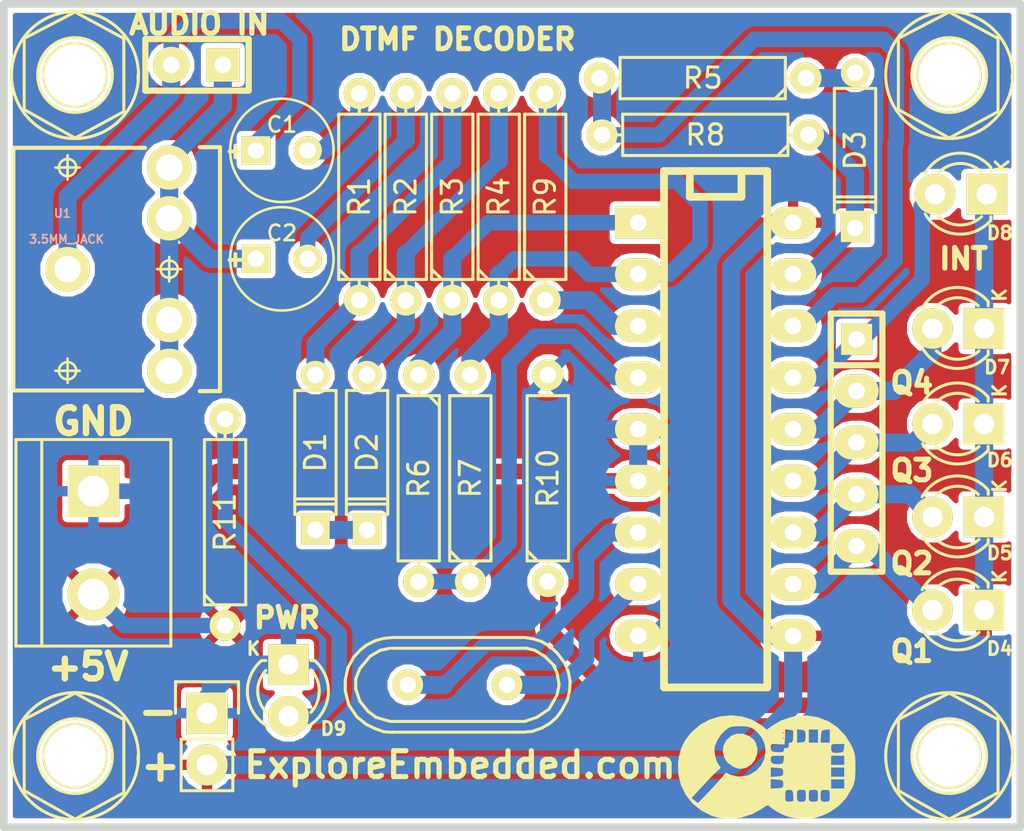
<source format=kicad_pcb>
(kicad_pcb (version 4) (host pcbnew "(2015-01-16 BZR 5376)-product")

  (general
    (links 55)
    (no_connects 0)
    (area 42.319667 53.177 95.332334 94.190501)
    (thickness 1.6002)
    (drawings 18)
    (tracks 187)
    (zones 0)
    (modules 34)
    (nets 26)
  )

  (page A4)
  (title_block
    (date "11 oct 2014")
  )

  (layers
    (0 Front signal hide)
    (31 Back signal hide)
    (32 B.Adhes user)
    (33 F.Adhes user)
    (34 B.Paste user)
    (35 F.Paste user)
    (36 B.SilkS user)
    (37 F.SilkS user)
    (38 B.Mask user)
    (39 F.Mask user)
    (40 Dwgs.User user)
    (41 Cmts.User user)
    (42 Eco1.User user)
    (43 Eco2.User user)
    (44 Edge.Cuts user)
  )

  (setup
    (last_trace_width 0.2032)
    (user_trace_width 0.4572)
    (user_trace_width 0.508)
    (user_trace_width 0.635)
    (user_trace_width 0.762)
    (user_trace_width 0.889)
    (user_trace_width 1.27)
    (trace_clearance 0.254)
    (zone_clearance 0.254)
    (zone_45_only no)
    (trace_min 0.2032)
    (segment_width 0.381)
    (edge_width 0.381)
    (via_size 0.889)
    (via_drill 0.635)
    (via_min_size 0.889)
    (via_min_drill 0.508)
    (uvia_size 0.508)
    (uvia_drill 0.127)
    (uvias_allowed no)
    (uvia_min_size 0.508)
    (uvia_min_drill 0.127)
    (pcb_text_width 0.3048)
    (pcb_text_size 1.524 2.032)
    (mod_edge_width 0.381)
    (mod_text_size 1.524 1.524)
    (mod_text_width 0.3048)
    (pad_size 1.397 1.397)
    (pad_drill 0.8128)
    (pad_to_mask_clearance 0.254)
    (aux_axis_origin 0 0)
    (visible_elements 7FFFFFFF)
    (pcbplotparams
      (layerselection 0x00030_80000001)
      (usegerberextensions true)
      (excludeedgelayer true)
      (linewidth 0.150000)
      (plotframeref false)
      (viasonmask false)
      (mode 1)
      (useauxorigin false)
      (hpglpennumber 1)
      (hpglpenspeed 20)
      (hpglpendiameter 15)
      (hpglpenoverlay 0)
      (psnegative false)
      (psa4output false)
      (plotreference true)
      (plotvalue true)
      (plotinvisibletext false)
      (padsonsilk false)
      (subtractmaskfromsilk false)
      (outputformat 1)
      (mirror false)
      (drillshape 1)
      (scaleselection 1)
      (outputdirectory ""))
  )

  (net 0 "")
  (net 1 /INT)
  (net 2 /Q1)
  (net 3 /Q2)
  (net 4 /Q3)
  (net 5 /Q4)
  (net 6 /vref)
  (net 7 GND)
  (net 8 VCC)
  (net 9 "Net-(C1-Pad1)")
  (net 10 "Net-(C1-Pad2)")
  (net 11 "Net-(C2-Pad1)")
  (net 12 "Net-(C2-Pad2)")
  (net 13 "Net-(D1-Pad1)")
  (net 14 "Net-(D1-Pad2)")
  (net 15 "Net-(D2-Pad1)")
  (net 16 "Net-(D3-Pad1)")
  (net 17 "Net-(D3-Pad2)")
  (net 18 "Net-(D4-Pad2)")
  (net 19 "Net-(D9-Pad1)")
  (net 20 "Net-(IC1-Pad1)")
  (net 21 "Net-(IC1-Pad2)")
  (net 22 "Net-(IC1-Pad3)")
  (net 23 "Net-(IC1-Pad7)")
  (net 24 "Net-(IC1-Pad8)")
  (net 25 "Net-(IC1-Pad16)")

  (net_class Default "This is the default net class."
    (clearance 0.254)
    (trace_width 0.2032)
    (via_dia 0.889)
    (via_drill 0.635)
    (uvia_dia 0.508)
    (uvia_drill 0.127)
    (add_net /INT)
    (add_net /Q1)
    (add_net /Q2)
    (add_net /Q3)
    (add_net /Q4)
    (add_net /vref)
    (add_net GND)
    (add_net "Net-(C1-Pad1)")
    (add_net "Net-(C1-Pad2)")
    (add_net "Net-(C2-Pad1)")
    (add_net "Net-(C2-Pad2)")
    (add_net "Net-(D1-Pad1)")
    (add_net "Net-(D1-Pad2)")
    (add_net "Net-(D2-Pad1)")
    (add_net "Net-(D3-Pad1)")
    (add_net "Net-(D3-Pad2)")
    (add_net "Net-(D4-Pad2)")
    (add_net "Net-(D9-Pad1)")
    (add_net "Net-(IC1-Pad1)")
    (add_net "Net-(IC1-Pad16)")
    (add_net "Net-(IC1-Pad2)")
    (add_net "Net-(IC1-Pad3)")
    (add_net "Net-(IC1-Pad7)")
    (add_net "Net-(IC1-Pad8)")
    (add_net VCC)
  )

  (module Discret:D3 (layer Front) (tedit 56CE9384) (tstamp 56D52D82)
    (at 86.868 60.706 270)
    (descr "Diode 3 pas")
    (tags "DIODE DEV")
    (path /4F4DFE9E)
    (fp_text reference D3 (at 0 0 270) (layer F.SilkS)
      (effects (font (size 1 1) (thickness 0.15)))
    )
    (fp_text value 1N14148 (at 0 0 270) (layer F.SilkS) hide
      (effects (font (size 1 1) (thickness 0.15)))
    )
    (fp_line (start 3.81 0) (end 3.048 0) (layer F.SilkS) (width 0.15))
    (fp_line (start 3.048 0) (end 3.048 -1.016) (layer F.SilkS) (width 0.15))
    (fp_line (start 3.048 -1.016) (end -3.048 -1.016) (layer F.SilkS) (width 0.15))
    (fp_line (start -3.048 -1.016) (end -3.048 0) (layer F.SilkS) (width 0.15))
    (fp_line (start -3.048 0) (end -3.81 0) (layer F.SilkS) (width 0.15))
    (fp_line (start -3.048 0) (end -3.048 1.016) (layer F.SilkS) (width 0.15))
    (fp_line (start -3.048 1.016) (end 3.048 1.016) (layer F.SilkS) (width 0.15))
    (fp_line (start 3.048 1.016) (end 3.048 0) (layer F.SilkS) (width 0.15))
    (fp_line (start 2.54 -1.016) (end 2.54 1.016) (layer F.SilkS) (width 0.15))
    (fp_line (start 2.286 1.016) (end 2.286 -1.016) (layer F.SilkS) (width 0.15))
    (pad 2 thru_hole rect (at 3.81 0 270) (size 1.397 1.397) (drill 0.8128) (layers *.Cu *.Mask F.SilkS)
      (net 17 "Net-(D3-Pad2)"))
    (pad 1 thru_hole circle (at -3.81 0 270) (size 1.397 1.397) (drill 0.8128) (layers *.Cu *.Mask F.SilkS)
      (net 16 "Net-(D3-Pad1)"))
    (model Discret.3dshapes/D3.wrl
      (at (xyz 0 0 0))
      (scale (xyz 0.3 0.3 0.3))
      (rotate (xyz 0 0 0))
    )
  )

  (module Discret:D3 (layer Front) (tedit 56CE93DB) (tstamp 56D52D73)
    (at 62.865 75.565 270)
    (descr "Diode 3 pas")
    (tags "DIODE DEV")
    (path /4F4DFE96)
    (fp_text reference D2 (at 0 0 270) (layer F.SilkS)
      (effects (font (size 1 1) (thickness 0.15)))
    )
    (fp_text value 5.6V (at 0 0 270) (layer F.SilkS) hide
      (effects (font (size 1 1) (thickness 0.15)))
    )
    (fp_line (start 3.81 0) (end 3.048 0) (layer F.SilkS) (width 0.15))
    (fp_line (start 3.048 0) (end 3.048 -1.016) (layer F.SilkS) (width 0.15))
    (fp_line (start 3.048 -1.016) (end -3.048 -1.016) (layer F.SilkS) (width 0.15))
    (fp_line (start -3.048 -1.016) (end -3.048 0) (layer F.SilkS) (width 0.15))
    (fp_line (start -3.048 0) (end -3.81 0) (layer F.SilkS) (width 0.15))
    (fp_line (start -3.048 0) (end -3.048 1.016) (layer F.SilkS) (width 0.15))
    (fp_line (start -3.048 1.016) (end 3.048 1.016) (layer F.SilkS) (width 0.15))
    (fp_line (start 3.048 1.016) (end 3.048 0) (layer F.SilkS) (width 0.15))
    (fp_line (start 2.54 -1.016) (end 2.54 1.016) (layer F.SilkS) (width 0.15))
    (fp_line (start 2.286 1.016) (end 2.286 -1.016) (layer F.SilkS) (width 0.15))
    (pad 2 thru_hole rect (at 3.81 0 270) (size 1.397 1.397) (drill 0.8128) (layers *.Cu *.Mask F.SilkS)
      (net 14 "Net-(D1-Pad2)"))
    (pad 1 thru_hole circle (at -3.81 0 270) (size 1.397 1.397) (drill 0.8128) (layers *.Cu *.Mask F.SilkS)
      (net 15 "Net-(D2-Pad1)"))
    (model Discret.3dshapes/D3.wrl
      (at (xyz 0 0 0))
      (scale (xyz 0.3 0.3 0.3))
      (rotate (xyz 0 0 0))
    )
  )

  (module Discret:D3 (layer Front) (tedit 56CE93E0) (tstamp 56D52D64)
    (at 60.325 75.565 270)
    (descr "Diode 3 pas")
    (tags "DIODE DEV")
    (path /4F4DFE97)
    (fp_text reference D1 (at 0 0 270) (layer F.SilkS)
      (effects (font (size 1 1) (thickness 0.15)))
    )
    (fp_text value 5.6V (at 0 0 270) (layer F.SilkS) hide
      (effects (font (size 1 1) (thickness 0.15)))
    )
    (fp_line (start 3.81 0) (end 3.048 0) (layer F.SilkS) (width 0.15))
    (fp_line (start 3.048 0) (end 3.048 -1.016) (layer F.SilkS) (width 0.15))
    (fp_line (start 3.048 -1.016) (end -3.048 -1.016) (layer F.SilkS) (width 0.15))
    (fp_line (start -3.048 -1.016) (end -3.048 0) (layer F.SilkS) (width 0.15))
    (fp_line (start -3.048 0) (end -3.81 0) (layer F.SilkS) (width 0.15))
    (fp_line (start -3.048 0) (end -3.048 1.016) (layer F.SilkS) (width 0.15))
    (fp_line (start -3.048 1.016) (end 3.048 1.016) (layer F.SilkS) (width 0.15))
    (fp_line (start 3.048 1.016) (end 3.048 0) (layer F.SilkS) (width 0.15))
    (fp_line (start 2.54 -1.016) (end 2.54 1.016) (layer F.SilkS) (width 0.15))
    (fp_line (start 2.286 1.016) (end 2.286 -1.016) (layer F.SilkS) (width 0.15))
    (pad 2 thru_hole rect (at 3.81 0 270) (size 1.397 1.397) (drill 0.8128) (layers *.Cu *.Mask F.SilkS)
      (net 14 "Net-(D1-Pad2)"))
    (pad 1 thru_hole circle (at -3.81 0 270) (size 1.397 1.397) (drill 0.8128) (layers *.Cu *.Mask F.SilkS)
      (net 13 "Net-(D1-Pad1)"))
    (model Discret.3dshapes/D3.wrl
      (at (xyz 0 0 0))
      (scale (xyz 0.3 0.3 0.3))
      (rotate (xyz 0 0 0))
    )
  )

  (module SparkFun-AUDIO-JACK (layer Front) (tedit 56CDA4B3) (tstamp 52C4D4D7)
    (at 48.133 66.548)
    (path /52C4D4D3)
    (attr virtual)
    (fp_text reference U1 (at -0.254 -2.7432) (layer B.SilkS)
      (effects (font (size 0.4064 0.4064) (thickness 0.0889)))
    )
    (fp_text value 3.5MM_JACK (at -0.0508 -1.4732) (layer B.SilkS)
      (effects (font (size 0.4064 0.4064) (thickness 0.0889)))
    )
    (fp_line (start -2.667 5.969) (end 3.683 5.969) (layer F.SilkS) (width 0.2))
    (fp_line (start -2.667 -5.969) (end 3.81 -5.969) (layer F.SilkS) (width 0.2))
    (fp_line (start -2.667 -5.969) (end -2.667 5.969) (layer F.SilkS) (width 0.2))
    (fp_line (start 7.49808 -5.99948) (end 7.49808 5.99948) (layer F.SilkS) (width 0.2032))
    (fp_line (start 7.49808 -5.99948) (end 6.49986 -5.99948) (layer F.SilkS) (width 0.2032))
    (fp_line (start 7.49808 5.99948) (end 6.49986 5.99948) (layer F.SilkS) (width 0.2032))
    (fp_circle (center 0 -4.99872) (end -0.29972 -5.29844) (layer F.SilkS) (width 0.127))
    (fp_line (start -0.59944 -4.99872) (end 0.59944 -4.99872) (layer F.SilkS) (width 0.127))
    (fp_line (start 0 -4.39928) (end 0 -5.59816) (layer F.SilkS) (width 0.127))
    (fp_circle (center 0 4.99872) (end -0.29972 5.29844) (layer F.SilkS) (width 0.127))
    (fp_line (start -0.59944 4.99872) (end 0.59944 4.99872) (layer F.SilkS) (width 0.127))
    (fp_line (start 0 5.59816) (end 0 4.39928) (layer F.SilkS) (width 0.127))
    (fp_circle (center 4.99872 0) (end 5.29844 0.29972) (layer F.SilkS) (width 0.127))
    (fp_line (start 4.39928 0) (end 5.59816 0) (layer F.SilkS) (width 0.127))
    (fp_line (start 4.99872 0.59944) (end 4.99872 -0.59944) (layer F.SilkS) (width 0.127))
    (pad 1 thru_hole circle (at 0 0) (size 2.18186 2.18186) (drill 1.29794) (layers *.Cu F.Paste F.SilkS F.Mask)
      (net 9 "Net-(C1-Pad1)"))
    (pad 2 thru_hole circle (at 4.99872 -4.99872) (size 2.18186 2.18186) (drill 1.29794) (layers *.Cu F.Paste F.SilkS F.Mask)
      (net 11 "Net-(C2-Pad1)"))
    (pad 3 thru_hole circle (at 4.99872 -2.49936) (size 2.18186 2.18186) (drill 1.29794) (layers *.Cu F.Paste F.SilkS F.Mask)
      (net 11 "Net-(C2-Pad1)"))
    (pad 4 thru_hole circle (at 4.99872 2.49936) (size 2.18186 2.18186) (drill 1.29794) (layers *.Cu F.Paste F.SilkS F.Mask)
      (net 11 "Net-(C2-Pad1)"))
    (pad 5 thru_hole circle (at 4.99872 4.99872) (size 2.18186 2.18186) (drill 1.29794) (layers *.Cu F.Paste F.SilkS F.Mask)
      (net 11 "Net-(C2-Pad1)"))
    (model "C:/Users/pc/Documents/Kicad/3.5mm Female Jack.wrl"
      (at (xyz 0.1 0 0))
      (scale (xyz 5 6 5))
      (rotate (xyz 90 180 0))
    )
  )

  (module SIL-5 (layer Front) (tedit 56CDA2D7) (tstamp 4FE45246)
    (at 86.9442 76.3524 270)
    (descr "Connecteur 5 pins")
    (tags "CONN DEV")
    (path /4F4DFF24)
    (fp_text reference P3 (at -8.7884 0.0762 360) (layer F.SilkS) hide
      (effects (font (size 1.72974 1.08712) (thickness 0.27178)))
    )
    (fp_text value OUTPUT (at 0 -2.54 270) (layer F.SilkS) hide
      (effects (font (size 1.524 1.016) (thickness 0.254)))
    )
    (fp_line (start -7.62 1.27) (end -7.62 -1.27) (layer F.SilkS) (width 0.3048))
    (fp_line (start -7.62 -1.27) (end 5.08 -1.27) (layer F.SilkS) (width 0.3048))
    (fp_line (start 5.08 -1.27) (end 5.08 1.27) (layer F.SilkS) (width 0.3048))
    (fp_line (start 5.08 1.27) (end -7.62 1.27) (layer F.SilkS) (width 0.3048))
    (fp_line (start -5.08 1.27) (end -5.08 -1.27) (layer F.SilkS) (width 0.3048))
    (pad 1 thru_hole rect (at -6.35 0 270) (size 1.524 1.524) (drill 0.8128) (layers *.Cu *.Mask F.SilkS)
      (net 1 /INT))
    (pad 2 thru_hole oval (at -3.81 0 270) (size 1.651 2.159) (drill 0.8128) (layers *.Cu *.Mask F.SilkS)
      (net 5 /Q4))
    (pad 3 thru_hole oval (at -1.27 0 270) (size 1.651 2.159) (drill 0.8128) (layers *.Cu *.Mask F.SilkS)
      (net 4 /Q3))
    (pad 4 thru_hole oval (at 1.27 0 270) (size 1.651 2.159) (drill 0.8128) (layers *.Cu *.Mask F.SilkS)
      (net 3 /Q2))
    (pad 5 thru_hole oval (at 3.81 0 270) (size 1.651 2.159) (drill 0.8128) (layers *.Cu *.Mask F.SilkS)
      (net 2 /Q1))
    (model pin_array/pins_array_5x1.wrl
      (at (xyz 0 0 0))
      (scale (xyz 1 1 1))
      (rotate (xyz 0 0 0))
    )
  )

  (module SIL-2 (layer Front) (tedit 56CDA2C8) (tstamp 4FE45247)
    (at 54.5 56.5 180)
    (descr "Connecteurs 2 pins")
    (tags "CONN DEV")
    (path /4F4DFE95)
    (fp_text reference P2 (at 3.81 -0.127 270) (layer F.SilkS) hide
      (effects (font (size 1.72974 1.08712) (thickness 0.27178)))
    )
    (fp_text value AUDIO_IN (at 0 -2.54 180) (layer F.SilkS) hide
      (effects (font (size 1.524 1.016) (thickness 0.254)))
    )
    (fp_line (start -2.54 1.27) (end -2.54 -1.27) (layer F.SilkS) (width 0.3048))
    (fp_line (start -2.54 -1.27) (end 2.54 -1.27) (layer F.SilkS) (width 0.3048))
    (fp_line (start 2.54 -1.27) (end 2.54 1.27) (layer F.SilkS) (width 0.3048))
    (fp_line (start 2.54 1.27) (end -2.54 1.27) (layer F.SilkS) (width 0.3048))
    (pad 1 thru_hole rect (at -1.27 0 180) (size 1.651 1.651) (drill 0.8128) (layers *.Cu *.Mask F.SilkS)
      (net 11 "Net-(C2-Pad1)"))
    (pad 2 thru_hole circle (at 1.27 0 180) (size 1.778 1.778) (drill 0.8128) (layers *.Cu *.Mask F.SilkS)
      (net 9 "Net-(C1-Pad1)"))
    (model pin_array/pins_array_2x1.wrl
      (at (xyz 0 0 0))
      (scale (xyz 1 1 1))
      (rotate (xyz 0 0 0))
    )
  )

  (module DIP-18__300_ELL (layer Front) (tedit 56CDA4CD) (tstamp 4FE4526D)
    (at 80.01 74.422 270)
    (descr "18 pins DIL package, elliptical pads")
    (path /4F4DFEA3)
    (fp_text reference IC1 (at -0.254 0 270) (layer F.SilkS) hide
      (effects (font (size 1.778 1.143) (thickness 0.28575)))
    )
    (fp_text value MT8870P (at 1.524 1.016 270) (layer F.SilkS) hide
      (effects (font (size 1.778 1.143) (thickness 0.28702)))
    )
    (fp_line (start -12.7 -1.27) (end -11.43 -1.27) (layer F.SilkS) (width 0.381))
    (fp_line (start -11.43 -1.27) (end -11.43 1.27) (layer F.SilkS) (width 0.381))
    (fp_line (start -11.43 1.27) (end -12.7 1.27) (layer F.SilkS) (width 0.381))
    (fp_line (start -12.7 -2.54) (end 12.7 -2.54) (layer F.SilkS) (width 0.381))
    (fp_line (start 12.7 -2.54) (end 12.7 2.54) (layer F.SilkS) (width 0.381))
    (fp_line (start 12.7 2.54) (end -12.7 2.54) (layer F.SilkS) (width 0.381))
    (fp_line (start -12.7 2.54) (end -12.7 -2.54) (layer F.SilkS) (width 0.381))
    (pad 1 thru_hole rect (at -10.16 3.81 270) (size 1.5748 2.286) (drill 0.8128) (layers *.Cu *.Mask F.SilkS)
      (net 20 "Net-(IC1-Pad1)"))
    (pad 2 thru_hole oval (at -7.62 3.81 270) (size 1.5748 2.286) (drill 0.8128) (layers *.Cu *.Mask F.SilkS)
      (net 21 "Net-(IC1-Pad2)"))
    (pad 3 thru_hole oval (at -5.08 3.81 270) (size 1.5748 2.286) (drill 0.8128) (layers *.Cu *.Mask F.SilkS)
      (net 22 "Net-(IC1-Pad3)"))
    (pad 4 thru_hole oval (at -2.54 3.81 270) (size 1.5748 2.286) (drill 0.8128) (layers *.Cu *.Mask F.SilkS)
      (net 6 /vref))
    (pad 5 thru_hole oval (at 0 3.81 270) (size 1.5748 2.286) (drill 0.8128) (layers *.Cu *.Mask F.SilkS)
      (net 7 GND))
    (pad 6 thru_hole oval (at 2.54 3.81 270) (size 1.5748 2.286) (drill 0.8128) (layers *.Cu *.Mask F.SilkS)
      (net 7 GND))
    (pad 7 thru_hole oval (at 5.08 3.81 270) (size 1.5748 2.286) (drill 0.8128) (layers *.Cu *.Mask F.SilkS)
      (net 23 "Net-(IC1-Pad7)"))
    (pad 8 thru_hole oval (at 7.62 3.81 270) (size 1.5748 2.286) (drill 0.8128) (layers *.Cu *.Mask F.SilkS)
      (net 24 "Net-(IC1-Pad8)"))
    (pad 9 thru_hole oval (at 10.16 3.81 270) (size 1.5748 2.286) (drill 0.8128) (layers *.Cu *.Mask F.SilkS)
      (net 7 GND))
    (pad 10 thru_hole oval (at 10.16 -3.81 270) (size 1.5748 2.286) (drill 0.8128) (layers *.Cu *.Mask F.SilkS)
      (net 8 VCC))
    (pad 11 thru_hole oval (at 7.62 -3.81 270) (size 1.5748 2.286) (drill 0.8128) (layers *.Cu *.Mask F.SilkS)
      (net 2 /Q1))
    (pad 12 thru_hole oval (at 5.08 -3.81 270) (size 1.5748 2.286) (drill 0.8128) (layers *.Cu *.Mask F.SilkS)
      (net 3 /Q2))
    (pad 13 thru_hole oval (at 2.54 -3.81 270) (size 1.5748 2.286) (drill 0.8128) (layers *.Cu *.Mask F.SilkS)
      (net 4 /Q3))
    (pad 14 thru_hole oval (at 0 -3.81 270) (size 1.5748 2.286) (drill 0.8128) (layers *.Cu *.Mask F.SilkS)
      (net 5 /Q4))
    (pad 15 thru_hole oval (at -2.54 -3.81 270) (size 1.5748 2.286) (drill 0.8128) (layers *.Cu *.Mask F.SilkS)
      (net 1 /INT))
    (pad 16 thru_hole oval (at -5.08 -3.81 270) (size 1.5748 2.286) (drill 0.8128) (layers *.Cu *.Mask F.SilkS)
      (net 25 "Net-(IC1-Pad16)"))
    (pad 17 thru_hole oval (at -7.62 -3.81 270) (size 1.5748 2.286) (drill 0.8128) (layers *.Cu *.Mask F.SilkS)
      (net 17 "Net-(D3-Pad2)"))
    (pad 18 thru_hole oval (at -10.16 -3.81 270) (size 1.5748 2.286) (drill 0.8128) (layers *.Cu *.Mask F.SilkS)
      (net 8 VCC))
    (model dil/dil_18.wrl
      (at (xyz 0 0 0))
      (scale (xyz 1 1 1))
      (rotate (xyz 0 0 0))
    )
  )

  (module C1V5 (layer Front) (tedit 51E3A023) (tstamp 4FE4575E)
    (at 58.674 60.706)
    (descr "Condensateur e = 1 pas")
    (tags C)
    (path /4FE456C6)
    (fp_text reference C1 (at 0 -1.26746) (layer F.SilkS)
      (effects (font (size 0.762 0.762) (thickness 0.127)))
    )
    (fp_text value 10uF (at 0 1.27) (layer F.SilkS) hide
      (effects (font (size 0.762 0.635) (thickness 0.127)))
    )
    (fp_text user + (at -2.286 0) (layer F.SilkS)
      (effects (font (size 0.762 0.762) (thickness 0.1905)))
    )
    (fp_circle (center 0 0) (end 0.127 -2.54) (layer F.SilkS) (width 0.127))
    (pad 1 thru_hole rect (at -1.27 0) (size 1.397 1.397) (drill 0.8128) (layers *.Cu *.Mask F.SilkS)
      (net 9 "Net-(C1-Pad1)"))
    (pad 2 thru_hole circle (at 1.27 0) (size 1.397 1.397) (drill 0.8128) (layers *.Cu *.Mask F.SilkS)
      (net 10 "Net-(C1-Pad2)"))
    (model discret/c_vert_c1v5.wrl
      (at (xyz 0 0 0))
      (scale (xyz 1 1 1))
      (rotate (xyz 0 0 0))
    )
  )

  (module C1V5 (layer Front) (tedit 51E3A028) (tstamp 4FE45760)
    (at 58.674 66.04)
    (descr "Condensateur e = 1 pas")
    (tags C)
    (path /4FE456D4)
    (fp_text reference C2 (at 0 -1.26746) (layer F.SilkS)
      (effects (font (size 0.762 0.762) (thickness 0.127)))
    )
    (fp_text value 10uF (at 0 1.27) (layer F.SilkS) hide
      (effects (font (size 0.762 0.635) (thickness 0.127)))
    )
    (fp_text user + (at -2.286 0) (layer F.SilkS)
      (effects (font (size 0.762 0.762) (thickness 0.1905)))
    )
    (fp_circle (center 0 0) (end 0.127 -2.54) (layer F.SilkS) (width 0.127))
    (pad 1 thru_hole rect (at -1.27 0) (size 1.397 1.397) (drill 0.8128) (layers *.Cu *.Mask F.SilkS)
      (net 11 "Net-(C2-Pad1)"))
    (pad 2 thru_hole circle (at 1.27 0) (size 1.397 1.397) (drill 0.8128) (layers *.Cu *.Mask F.SilkS)
      (net 12 "Net-(C2-Pad2)"))
    (model discret/c_vert_c1v5.wrl
      (at (xyz 0 0 0))
      (scale (xyz 1 1 1))
      (rotate (xyz 0 0 0))
    )
  )

  (module Connect:bornier2 (layer Front) (tedit 56D135AE) (tstamp 56D52DF1)
    (at 49.403 80.01 270)
    (descr "Bornier d'alimentation 2 pins")
    (tags DEV)
    (path /4F4DFF03)
    (fp_text reference P1 (at 0 -5.08 270) (layer F.SilkS) hide
      (effects (font (size 1 1) (thickness 0.15)))
    )
    (fp_text value "POWER 5V" (at 0.381 2.921 270) (layer F.SilkS) hide
      (effects (font (size 1 1) (thickness 0.15)))
    )
    (fp_line (start 5.08 2.54) (end -5.08 2.54) (layer F.SilkS) (width 0.15))
    (fp_line (start 5.08 3.81) (end 5.08 -3.81) (layer F.SilkS) (width 0.15))
    (fp_line (start 5.08 -3.81) (end -5.08 -3.81) (layer F.SilkS) (width 0.15))
    (fp_line (start -5.08 -3.81) (end -5.08 3.81) (layer F.SilkS) (width 0.15))
    (fp_line (start -5.08 3.81) (end 5.08 3.81) (layer F.SilkS) (width 0.15))
    (pad 1 thru_hole rect (at -2.54 0 270) (size 2.54 2.54) (drill 1.524) (layers *.Cu *.Mask F.SilkS)
      (net 7 GND))
    (pad 2 thru_hole circle (at 2.54 0 270) (size 2.54 2.54) (drill 1.524) (layers *.Cu *.Mask F.SilkS)
      (net 8 VCC))
    (model Connect.3dshapes/bornier2.wrl
      (at (xyz 0 0 0))
      (scale (xyz 1 1 1))
      (rotate (xyz 0 0 0))
    )
  )

  (module Pin_Headers:Pin_Header_Straight_1x02 (layer Front) (tedit 56D135B3) (tstamp 56D52E0B)
    (at 54.991 88.392)
    (descr "Through hole pin header")
    (tags "pin header")
    (path /56CDA7A1)
    (fp_text reference P4 (at 0 -5.1) (layer F.SilkS) hide
      (effects (font (size 1 1) (thickness 0.15)))
    )
    (fp_text value CONN_01X02 (at 0 -3.1) (layer F.SilkS) hide
      (effects (font (size 1 1) (thickness 0.15)))
    )
    (fp_line (start 1.27 1.27) (end 1.27 3.81) (layer F.SilkS) (width 0.15))
    (fp_line (start 1.55 -1.55) (end 1.55 0) (layer F.SilkS) (width 0.15))
    (fp_line (start -1.75 -1.75) (end -1.75 4.3) (layer F.CrtYd) (width 0.05))
    (fp_line (start 1.75 -1.75) (end 1.75 4.3) (layer F.CrtYd) (width 0.05))
    (fp_line (start -1.75 -1.75) (end 1.75 -1.75) (layer F.CrtYd) (width 0.05))
    (fp_line (start -1.75 4.3) (end 1.75 4.3) (layer F.CrtYd) (width 0.05))
    (fp_line (start 1.27 1.27) (end -1.27 1.27) (layer F.SilkS) (width 0.15))
    (fp_line (start -1.55 0) (end -1.55 -1.55) (layer F.SilkS) (width 0.15))
    (fp_line (start -1.55 -1.55) (end 1.55 -1.55) (layer F.SilkS) (width 0.15))
    (fp_line (start -1.27 1.27) (end -1.27 3.81) (layer F.SilkS) (width 0.15))
    (fp_line (start -1.27 3.81) (end 1.27 3.81) (layer F.SilkS) (width 0.15))
    (pad 1 thru_hole rect (at 0 0) (size 2.032 2.032) (drill 1.016) (layers *.Cu *.Mask F.SilkS)
      (net 7 GND))
    (pad 2 thru_hole oval (at 0 2.54) (size 2.032 2.032) (drill 1.016) (layers *.Cu *.Mask F.SilkS)
      (net 8 VCC))
    (model Pin_Headers.3dshapes/Pin_Header_Straight_1x02.wrl
      (at (xyz 0 -0.05 0))
      (scale (xyz 1 1 1))
      (rotate (xyz 0 0 90))
    )
  )

  (module Discret:R4 (layer Front) (tedit 56CE93C2) (tstamp 56D52E0C)
    (at 62.484 62.992 90)
    (descr "Resitance 4 pas")
    (tags R)
    (path /4F4DFE9B)
    (fp_text reference R1 (at 0 0 90) (layer F.SilkS)
      (effects (font (size 1 1) (thickness 0.15)))
    )
    (fp_text value 56K (at 0 0 90) (layer F.SilkS) hide
      (effects (font (size 1 1) (thickness 0.15)))
    )
    (fp_line (start -5.08 0) (end -4.064 0) (layer F.SilkS) (width 0.15))
    (fp_line (start -4.064 0) (end -4.064 -1.016) (layer F.SilkS) (width 0.15))
    (fp_line (start -4.064 -1.016) (end 4.064 -1.016) (layer F.SilkS) (width 0.15))
    (fp_line (start 4.064 -1.016) (end 4.064 1.016) (layer F.SilkS) (width 0.15))
    (fp_line (start 4.064 1.016) (end -4.064 1.016) (layer F.SilkS) (width 0.15))
    (fp_line (start -4.064 1.016) (end -4.064 0) (layer F.SilkS) (width 0.15))
    (fp_line (start -4.064 -0.508) (end -3.556 -1.016) (layer F.SilkS) (width 0.15))
    (fp_line (start 5.08 0) (end 4.064 0) (layer F.SilkS) (width 0.15))
    (pad 1 thru_hole circle (at -5.08 0 90) (size 1.524 1.524) (drill 0.8128) (layers *.Cu *.Mask F.SilkS)
      (net 13 "Net-(D1-Pad1)"))
    (pad 2 thru_hole circle (at 5.08 0 90) (size 1.524 1.524) (drill 0.8128) (layers *.Cu *.Mask F.SilkS)
      (net 10 "Net-(C1-Pad2)"))
    (model Discret.3dshapes/R4.wrl
      (at (xyz 0 0 0))
      (scale (xyz 0.4 0.4 0.4))
      (rotate (xyz 0 0 0))
    )
  )

  (module Discret:R4 (layer Front) (tedit 56CE93BD) (tstamp 56D52E19)
    (at 64.77 62.992 90)
    (descr "Resitance 4 pas")
    (tags R)
    (path /4F4DFE9A)
    (fp_text reference R2 (at 0 0 90) (layer F.SilkS)
      (effects (font (size 1 1) (thickness 0.15)))
    )
    (fp_text value 56K (at 0 0 90) (layer F.SilkS) hide
      (effects (font (size 1 1) (thickness 0.15)))
    )
    (fp_line (start -5.08 0) (end -4.064 0) (layer F.SilkS) (width 0.15))
    (fp_line (start -4.064 0) (end -4.064 -1.016) (layer F.SilkS) (width 0.15))
    (fp_line (start -4.064 -1.016) (end 4.064 -1.016) (layer F.SilkS) (width 0.15))
    (fp_line (start 4.064 -1.016) (end 4.064 1.016) (layer F.SilkS) (width 0.15))
    (fp_line (start 4.064 1.016) (end -4.064 1.016) (layer F.SilkS) (width 0.15))
    (fp_line (start -4.064 1.016) (end -4.064 0) (layer F.SilkS) (width 0.15))
    (fp_line (start -4.064 -0.508) (end -3.556 -1.016) (layer F.SilkS) (width 0.15))
    (fp_line (start 5.08 0) (end 4.064 0) (layer F.SilkS) (width 0.15))
    (pad 1 thru_hole circle (at -5.08 0 90) (size 1.524 1.524) (drill 0.8128) (layers *.Cu *.Mask F.SilkS)
      (net 15 "Net-(D2-Pad1)"))
    (pad 2 thru_hole circle (at 5.08 0 90) (size 1.524 1.524) (drill 0.8128) (layers *.Cu *.Mask F.SilkS)
      (net 12 "Net-(C2-Pad2)"))
    (model Discret.3dshapes/R4.wrl
      (at (xyz 0 0 0))
      (scale (xyz 0.4 0.4 0.4))
      (rotate (xyz 0 0 0))
    )
  )

  (module Discret:R4 (layer Front) (tedit 56CE93A5) (tstamp 56D52E26)
    (at 67.056 62.992 90)
    (descr "Resitance 4 pas")
    (tags R)
    (path /4F4DFE94)
    (fp_text reference R3 (at 0 0 90) (layer F.SilkS)
      (effects (font (size 1 1) (thickness 0.15)))
    )
    (fp_text value 56K (at 0 0 90) (layer F.SilkS) hide
      (effects (font (size 1 1) (thickness 0.15)))
    )
    (fp_line (start -5.08 0) (end -4.064 0) (layer F.SilkS) (width 0.15))
    (fp_line (start -4.064 0) (end -4.064 -1.016) (layer F.SilkS) (width 0.15))
    (fp_line (start -4.064 -1.016) (end 4.064 -1.016) (layer F.SilkS) (width 0.15))
    (fp_line (start 4.064 -1.016) (end 4.064 1.016) (layer F.SilkS) (width 0.15))
    (fp_line (start 4.064 1.016) (end -4.064 1.016) (layer F.SilkS) (width 0.15))
    (fp_line (start -4.064 1.016) (end -4.064 0) (layer F.SilkS) (width 0.15))
    (fp_line (start -4.064 -0.508) (end -3.556 -1.016) (layer F.SilkS) (width 0.15))
    (fp_line (start 5.08 0) (end 4.064 0) (layer F.SilkS) (width 0.15))
    (pad 1 thru_hole circle (at -5.08 0 90) (size 1.524 1.524) (drill 0.8128) (layers *.Cu *.Mask F.SilkS)
      (net 20 "Net-(IC1-Pad1)"))
    (pad 2 thru_hole circle (at 5.08 0 90) (size 1.524 1.524) (drill 0.8128) (layers *.Cu *.Mask F.SilkS)
      (net 13 "Net-(D1-Pad1)"))
    (model Discret.3dshapes/R4.wrl
      (at (xyz 0 0 0))
      (scale (xyz 0.4 0.4 0.4))
      (rotate (xyz 0 0 0))
    )
  )

  (module Discret:R4 (layer Front) (tedit 56CE939F) (tstamp 56D52E33)
    (at 69.342 62.992 90)
    (descr "Resitance 4 pas")
    (tags R)
    (path /4F4DFE93)
    (fp_text reference R4 (at 0 0 90) (layer F.SilkS)
      (effects (font (size 1 1) (thickness 0.15)))
    )
    (fp_text value 56K (at 0 0 90) (layer F.SilkS) hide
      (effects (font (size 1 1) (thickness 0.15)))
    )
    (fp_line (start -5.08 0) (end -4.064 0) (layer F.SilkS) (width 0.15))
    (fp_line (start -4.064 0) (end -4.064 -1.016) (layer F.SilkS) (width 0.15))
    (fp_line (start -4.064 -1.016) (end 4.064 -1.016) (layer F.SilkS) (width 0.15))
    (fp_line (start 4.064 -1.016) (end 4.064 1.016) (layer F.SilkS) (width 0.15))
    (fp_line (start 4.064 1.016) (end -4.064 1.016) (layer F.SilkS) (width 0.15))
    (fp_line (start -4.064 1.016) (end -4.064 0) (layer F.SilkS) (width 0.15))
    (fp_line (start -4.064 -0.508) (end -3.556 -1.016) (layer F.SilkS) (width 0.15))
    (fp_line (start 5.08 0) (end 4.064 0) (layer F.SilkS) (width 0.15))
    (pad 1 thru_hole circle (at -5.08 0 90) (size 1.524 1.524) (drill 0.8128) (layers *.Cu *.Mask F.SilkS)
      (net 21 "Net-(IC1-Pad2)"))
    (pad 2 thru_hole circle (at 5.08 0 90) (size 1.524 1.524) (drill 0.8128) (layers *.Cu *.Mask F.SilkS)
      (net 15 "Net-(D2-Pad1)"))
    (model Discret.3dshapes/R4.wrl
      (at (xyz 0 0 0))
      (scale (xyz 0.4 0.4 0.4))
      (rotate (xyz 0 0 0))
    )
  )

  (module Discret:R4 (layer Front) (tedit 56CE938A) (tstamp 56D52E40)
    (at 79.375 57.15 180)
    (descr "Resitance 4 pas")
    (tags R)
    (path /4F4DFE9C)
    (fp_text reference R5 (at 0 0 180) (layer F.SilkS)
      (effects (font (size 1 1) (thickness 0.15)))
    )
    (fp_text value 330K (at 0 0 180) (layer F.SilkS) hide
      (effects (font (size 1 1) (thickness 0.15)))
    )
    (fp_line (start -5.08 0) (end -4.064 0) (layer F.SilkS) (width 0.15))
    (fp_line (start -4.064 0) (end -4.064 -1.016) (layer F.SilkS) (width 0.15))
    (fp_line (start -4.064 -1.016) (end 4.064 -1.016) (layer F.SilkS) (width 0.15))
    (fp_line (start 4.064 -1.016) (end 4.064 1.016) (layer F.SilkS) (width 0.15))
    (fp_line (start 4.064 1.016) (end -4.064 1.016) (layer F.SilkS) (width 0.15))
    (fp_line (start -4.064 1.016) (end -4.064 0) (layer F.SilkS) (width 0.15))
    (fp_line (start -4.064 -0.508) (end -3.556 -1.016) (layer F.SilkS) (width 0.15))
    (fp_line (start 5.08 0) (end 4.064 0) (layer F.SilkS) (width 0.15))
    (pad 1 thru_hole circle (at -5.08 0 180) (size 1.524 1.524) (drill 0.8128) (layers *.Cu *.Mask F.SilkS)
      (net 16 "Net-(D3-Pad1)"))
    (pad 2 thru_hole circle (at 5.08 0 180) (size 1.524 1.524) (drill 0.8128) (layers *.Cu *.Mask F.SilkS)
      (net 25 "Net-(IC1-Pad16)"))
    (model Discret.3dshapes/R4.wrl
      (at (xyz 0 0 0))
      (scale (xyz 0.4 0.4 0.4))
      (rotate (xyz 0 0 0))
    )
  )

  (module Discret:R4 (layer Front) (tedit 56CE93D7) (tstamp 56D52E4D)
    (at 65.405 76.835 270)
    (descr "Resitance 4 pas")
    (tags R)
    (path /4F4DFE92)
    (fp_text reference R6 (at 0 0 270) (layer F.SilkS)
      (effects (font (size 1 1) (thickness 0.15)))
    )
    (fp_text value 47K (at 0 0 270) (layer F.SilkS) hide
      (effects (font (size 1 1) (thickness 0.15)))
    )
    (fp_line (start -5.08 0) (end -4.064 0) (layer F.SilkS) (width 0.15))
    (fp_line (start -4.064 0) (end -4.064 -1.016) (layer F.SilkS) (width 0.15))
    (fp_line (start -4.064 -1.016) (end 4.064 -1.016) (layer F.SilkS) (width 0.15))
    (fp_line (start 4.064 -1.016) (end 4.064 1.016) (layer F.SilkS) (width 0.15))
    (fp_line (start 4.064 1.016) (end -4.064 1.016) (layer F.SilkS) (width 0.15))
    (fp_line (start -4.064 1.016) (end -4.064 0) (layer F.SilkS) (width 0.15))
    (fp_line (start -4.064 -0.508) (end -3.556 -1.016) (layer F.SilkS) (width 0.15))
    (fp_line (start 5.08 0) (end 4.064 0) (layer F.SilkS) (width 0.15))
    (pad 1 thru_hole circle (at -5.08 0 270) (size 1.524 1.524) (drill 0.8128) (layers *.Cu *.Mask F.SilkS)
      (net 20 "Net-(IC1-Pad1)"))
    (pad 2 thru_hole circle (at 5.08 0 270) (size 1.524 1.524) (drill 0.8128) (layers *.Cu *.Mask F.SilkS)
      (net 6 /vref))
    (model Discret.3dshapes/R4.wrl
      (at (xyz 0 0 0))
      (scale (xyz 0.4 0.4 0.4))
      (rotate (xyz 0 0 0))
    )
  )

  (module Discret:R4 (layer Front) (tedit 56CE93D1) (tstamp 56D52E5A)
    (at 67.945 76.835 90)
    (descr "Resitance 4 pas")
    (tags R)
    (path /4F4DFE91)
    (fp_text reference R7 (at 0 0 90) (layer F.SilkS)
      (effects (font (size 1 1) (thickness 0.15)))
    )
    (fp_text value 68K (at 0 0 90) (layer F.SilkS) hide
      (effects (font (size 1 1) (thickness 0.15)))
    )
    (fp_line (start -5.08 0) (end -4.064 0) (layer F.SilkS) (width 0.15))
    (fp_line (start -4.064 0) (end -4.064 -1.016) (layer F.SilkS) (width 0.15))
    (fp_line (start -4.064 -1.016) (end 4.064 -1.016) (layer F.SilkS) (width 0.15))
    (fp_line (start 4.064 -1.016) (end 4.064 1.016) (layer F.SilkS) (width 0.15))
    (fp_line (start 4.064 1.016) (end -4.064 1.016) (layer F.SilkS) (width 0.15))
    (fp_line (start -4.064 1.016) (end -4.064 0) (layer F.SilkS) (width 0.15))
    (fp_line (start -4.064 -0.508) (end -3.556 -1.016) (layer F.SilkS) (width 0.15))
    (fp_line (start 5.08 0) (end 4.064 0) (layer F.SilkS) (width 0.15))
    (pad 1 thru_hole circle (at -5.08 0 90) (size 1.524 1.524) (drill 0.8128) (layers *.Cu *.Mask F.SilkS)
      (net 6 /vref))
    (pad 2 thru_hole circle (at 5.08 0 90) (size 1.524 1.524) (drill 0.8128) (layers *.Cu *.Mask F.SilkS)
      (net 21 "Net-(IC1-Pad2)"))
    (model Discret.3dshapes/R4.wrl
      (at (xyz 0 0 0))
      (scale (xyz 0.4 0.4 0.4))
      (rotate (xyz 0 0 0))
    )
  )

  (module Discret:R4 (layer Front) (tedit 56CE9391) (tstamp 56D52E67)
    (at 79.502 59.944 180)
    (descr "Resitance 4 pas")
    (tags R)
    (path /4F4DFE9D)
    (fp_text reference R8 (at 0 0 180) (layer F.SilkS)
      (effects (font (size 1 1) (thickness 0.15)))
    )
    (fp_text value 100K (at 0 0 180) (layer F.SilkS) hide
      (effects (font (size 1 1) (thickness 0.15)))
    )
    (fp_line (start -5.08 0) (end -4.064 0) (layer F.SilkS) (width 0.15))
    (fp_line (start -4.064 0) (end -4.064 -1.016) (layer F.SilkS) (width 0.15))
    (fp_line (start -4.064 -1.016) (end 4.064 -1.016) (layer F.SilkS) (width 0.15))
    (fp_line (start 4.064 -1.016) (end 4.064 1.016) (layer F.SilkS) (width 0.15))
    (fp_line (start 4.064 1.016) (end -4.064 1.016) (layer F.SilkS) (width 0.15))
    (fp_line (start -4.064 1.016) (end -4.064 0) (layer F.SilkS) (width 0.15))
    (fp_line (start -4.064 -0.508) (end -3.556 -1.016) (layer F.SilkS) (width 0.15))
    (fp_line (start 5.08 0) (end 4.064 0) (layer F.SilkS) (width 0.15))
    (pad 1 thru_hole circle (at -5.08 0 180) (size 1.524 1.524) (drill 0.8128) (layers *.Cu *.Mask F.SilkS)
      (net 17 "Net-(D3-Pad2)"))
    (pad 2 thru_hole circle (at 5.08 0 180) (size 1.524 1.524) (drill 0.8128) (layers *.Cu *.Mask F.SilkS)
      (net 25 "Net-(IC1-Pad16)"))
    (model Discret.3dshapes/R4.wrl
      (at (xyz 0 0 0))
      (scale (xyz 0.4 0.4 0.4))
      (rotate (xyz 0 0 0))
    )
  )

  (module Discret:R4 (layer Front) (tedit 56CE9399) (tstamp 56D52E74)
    (at 71.628 62.992 90)
    (descr "Resitance 4 pas")
    (tags R)
    (path /4F4DFE90)
    (fp_text reference R9 (at 0 0 90) (layer F.SilkS)
      (effects (font (size 1 1) (thickness 0.15)))
    )
    (fp_text value 150k (at 0 0 90) (layer F.SilkS) hide
      (effects (font (size 1 1) (thickness 0.15)))
    )
    (fp_line (start -5.08 0) (end -4.064 0) (layer F.SilkS) (width 0.15))
    (fp_line (start -4.064 0) (end -4.064 -1.016) (layer F.SilkS) (width 0.15))
    (fp_line (start -4.064 -1.016) (end 4.064 -1.016) (layer F.SilkS) (width 0.15))
    (fp_line (start 4.064 -1.016) (end 4.064 1.016) (layer F.SilkS) (width 0.15))
    (fp_line (start 4.064 1.016) (end -4.064 1.016) (layer F.SilkS) (width 0.15))
    (fp_line (start -4.064 1.016) (end -4.064 0) (layer F.SilkS) (width 0.15))
    (fp_line (start -4.064 -0.508) (end -3.556 -1.016) (layer F.SilkS) (width 0.15))
    (fp_line (start 5.08 0) (end 4.064 0) (layer F.SilkS) (width 0.15))
    (pad 1 thru_hole circle (at -5.08 0 90) (size 1.524 1.524) (drill 0.8128) (layers *.Cu *.Mask F.SilkS)
      (net 22 "Net-(IC1-Pad3)"))
    (pad 2 thru_hole circle (at 5.08 0 90) (size 1.524 1.524) (drill 0.8128) (layers *.Cu *.Mask F.SilkS)
      (net 21 "Net-(IC1-Pad2)"))
    (model Discret.3dshapes/R4.wrl
      (at (xyz 0 0 0))
      (scale (xyz 0.4 0.4 0.4))
      (rotate (xyz 0 0 0))
    )
  )

  (module Discret:R4 (layer Front) (tedit 56CE93CB) (tstamp 56D52E81)
    (at 71.755 76.835 90)
    (descr "Resitance 4 pas")
    (tags R)
    (path /4FE4540C)
    (fp_text reference R10 (at 0 0 90) (layer F.SilkS)
      (effects (font (size 1 1) (thickness 0.15)))
    )
    (fp_text value 470 (at 0 0 90) (layer F.SilkS) hide
      (effects (font (size 1 1) (thickness 0.15)))
    )
    (fp_line (start -5.08 0) (end -4.064 0) (layer F.SilkS) (width 0.15))
    (fp_line (start -4.064 0) (end -4.064 -1.016) (layer F.SilkS) (width 0.15))
    (fp_line (start -4.064 -1.016) (end 4.064 -1.016) (layer F.SilkS) (width 0.15))
    (fp_line (start 4.064 -1.016) (end 4.064 1.016) (layer F.SilkS) (width 0.15))
    (fp_line (start 4.064 1.016) (end -4.064 1.016) (layer F.SilkS) (width 0.15))
    (fp_line (start -4.064 1.016) (end -4.064 0) (layer F.SilkS) (width 0.15))
    (fp_line (start -4.064 -0.508) (end -3.556 -1.016) (layer F.SilkS) (width 0.15))
    (fp_line (start 5.08 0) (end 4.064 0) (layer F.SilkS) (width 0.15))
    (pad 1 thru_hole circle (at -5.08 0 90) (size 1.524 1.524) (drill 0.8128) (layers *.Cu *.Mask F.SilkS)
      (net 18 "Net-(D4-Pad2)"))
    (pad 2 thru_hole circle (at 5.08 0 90) (size 1.524 1.524) (drill 0.8128) (layers *.Cu *.Mask F.SilkS)
      (net 7 GND))
    (model Discret.3dshapes/R4.wrl
      (at (xyz 0 0 0))
      (scale (xyz 0.4 0.4 0.4))
      (rotate (xyz 0 0 0))
    )
  )

  (module Discret:R4 (layer Front) (tedit 56CE93E6) (tstamp 56D52E8E)
    (at 55.88 78.994 90)
    (descr "Resitance 4 pas")
    (tags R)
    (path /4FE45C47)
    (fp_text reference R11 (at 0 0 90) (layer F.SilkS)
      (effects (font (size 1 1) (thickness 0.15)))
    )
    (fp_text value 470 (at 0 0 90) (layer F.SilkS) hide
      (effects (font (size 1 1) (thickness 0.15)))
    )
    (fp_line (start -5.08 0) (end -4.064 0) (layer F.SilkS) (width 0.15))
    (fp_line (start -4.064 0) (end -4.064 -1.016) (layer F.SilkS) (width 0.15))
    (fp_line (start -4.064 -1.016) (end 4.064 -1.016) (layer F.SilkS) (width 0.15))
    (fp_line (start 4.064 -1.016) (end 4.064 1.016) (layer F.SilkS) (width 0.15))
    (fp_line (start 4.064 1.016) (end -4.064 1.016) (layer F.SilkS) (width 0.15))
    (fp_line (start -4.064 1.016) (end -4.064 0) (layer F.SilkS) (width 0.15))
    (fp_line (start -4.064 -0.508) (end -3.556 -1.016) (layer F.SilkS) (width 0.15))
    (fp_line (start 5.08 0) (end 4.064 0) (layer F.SilkS) (width 0.15))
    (pad 1 thru_hole circle (at -5.08 0 90) (size 1.524 1.524) (drill 0.8128) (layers *.Cu *.Mask F.SilkS)
      (net 8 VCC))
    (pad 2 thru_hole circle (at 5.08 0 90) (size 1.524 1.524) (drill 0.8128) (layers *.Cu *.Mask F.SilkS)
      (net 19 "Net-(D9-Pad1)"))
    (model Discret.3dshapes/R4.wrl
      (at (xyz 0 0 0))
      (scale (xyz 0.4 0.4 0.4))
      (rotate (xyz 0 0 0))
    )
  )

  (module EE:LED-3MM (layer Front) (tedit 56CE937D) (tstamp 56D53170)
    (at 93.218 83.312 180)
    (descr "LED 3mm round vertical")
    (tags "LED  3mm round vertical")
    (path /4F4DFE8E)
    (fp_text reference D4 (at -0.762 -1.905 180) (layer F.SilkS)
      (effects (font (size 0.635 0.635) (thickness 0.15)))
    )
    (fp_text value Q1 (at 1.3 -2.9 180) (layer F.SilkS) hide
      (effects (font (size 1 1) (thickness 0.15)))
    )
    (fp_line (start -1.2 2.3) (end 3.8 2.3) (layer F.CrtYd) (width 0.05))
    (fp_line (start 3.8 2.3) (end 3.8 -2.2) (layer F.CrtYd) (width 0.05))
    (fp_line (start 3.8 -2.2) (end -1.2 -2.2) (layer F.CrtYd) (width 0.05))
    (fp_line (start -1.2 -2.2) (end -1.2 2.3) (layer F.CrtYd) (width 0.05))
    (fp_line (start -0.199 1.314) (end -0.199 1.114) (layer F.SilkS) (width 0.15))
    (fp_line (start -0.199 -1.28) (end -0.199 -1.1) (layer F.SilkS) (width 0.15))
    (fp_arc (start 1.301 0.034) (end -0.199 -1.286) (angle 108.5) (layer F.SilkS) (width 0.15))
    (fp_arc (start 1.301 0.034) (end 0.25 -1.1) (angle 85.7) (layer F.SilkS) (width 0.15))
    (fp_arc (start 1.311 0.034) (end 3.051 0.994) (angle 110) (layer F.SilkS) (width 0.15))
    (fp_arc (start 1.301 0.034) (end 2.335 1.094) (angle 87.5) (layer F.SilkS) (width 0.15))
    (fp_text user K (at -0.762 1.651 270) (layer F.SilkS)
      (effects (font (size 0.635 0.635) (thickness 0.15)))
    )
    (pad 2 thru_hole rect (at 0 0 270) (size 2 2) (drill 1.00076) (layers *.Cu *.Mask F.SilkS)
      (net 18 "Net-(D4-Pad2)"))
    (pad 1 thru_hole circle (at 2.54 0 180) (size 2 2) (drill 1.00076) (layers *.Cu *.Mask F.SilkS)
      (net 2 /Q1))
    (model LEDs.3dshapes/LED-3MM.wrl
      (at (xyz 0.05 0 0))
      (scale (xyz 1 1 1))
      (rotate (xyz 0 0 90))
    )
  )

  (module EE:LED-3MM (layer Front) (tedit 56CE9370) (tstamp 56D53180)
    (at 93.218 78.74 180)
    (descr "LED 3mm round vertical")
    (tags "LED  3mm round vertical")
    (path /4F4DFE8D)
    (fp_text reference D5 (at -0.762 -1.778 180) (layer F.SilkS)
      (effects (font (size 0.635 0.635) (thickness 0.15)))
    )
    (fp_text value Q2 (at 1.3 -2.9 180) (layer F.SilkS) hide
      (effects (font (size 1 1) (thickness 0.15)))
    )
    (fp_line (start -1.2 2.3) (end 3.8 2.3) (layer F.CrtYd) (width 0.05))
    (fp_line (start 3.8 2.3) (end 3.8 -2.2) (layer F.CrtYd) (width 0.05))
    (fp_line (start 3.8 -2.2) (end -1.2 -2.2) (layer F.CrtYd) (width 0.05))
    (fp_line (start -1.2 -2.2) (end -1.2 2.3) (layer F.CrtYd) (width 0.05))
    (fp_line (start -0.199 1.314) (end -0.199 1.114) (layer F.SilkS) (width 0.15))
    (fp_line (start -0.199 -1.28) (end -0.199 -1.1) (layer F.SilkS) (width 0.15))
    (fp_arc (start 1.301 0.034) (end -0.199 -1.286) (angle 108.5) (layer F.SilkS) (width 0.15))
    (fp_arc (start 1.301 0.034) (end 0.25 -1.1) (angle 85.7) (layer F.SilkS) (width 0.15))
    (fp_arc (start 1.311 0.034) (end 3.051 0.994) (angle 110) (layer F.SilkS) (width 0.15))
    (fp_arc (start 1.301 0.034) (end 2.335 1.094) (angle 87.5) (layer F.SilkS) (width 0.15))
    (fp_text user K (at -0.762 1.524 270) (layer F.SilkS)
      (effects (font (size 0.635 0.635) (thickness 0.15)))
    )
    (pad 2 thru_hole rect (at 0 0 270) (size 2 2) (drill 1.00076) (layers *.Cu *.Mask F.SilkS)
      (net 18 "Net-(D4-Pad2)"))
    (pad 1 thru_hole circle (at 2.54 0 180) (size 2 2) (drill 1.00076) (layers *.Cu *.Mask F.SilkS)
      (net 3 /Q2))
    (model LEDs.3dshapes/LED-3MM.wrl
      (at (xyz 0.05 0 0))
      (scale (xyz 1 1 1))
      (rotate (xyz 0 0 90))
    )
  )

  (module EE:LED-3MM (layer Front) (tedit 56CE936B) (tstamp 56D53190)
    (at 93.218 74.168 180)
    (descr "LED 3mm round vertical")
    (tags "LED  3mm round vertical")
    (path /4F4DFE8A)
    (fp_text reference D6 (at -0.762 -1.778 360) (layer F.SilkS)
      (effects (font (size 0.635 0.635) (thickness 0.15)))
    )
    (fp_text value Q3 (at 1.3 -2.9 180) (layer F.SilkS) hide
      (effects (font (size 1 1) (thickness 0.15)))
    )
    (fp_line (start -1.2 2.3) (end 3.8 2.3) (layer F.CrtYd) (width 0.05))
    (fp_line (start 3.8 2.3) (end 3.8 -2.2) (layer F.CrtYd) (width 0.05))
    (fp_line (start 3.8 -2.2) (end -1.2 -2.2) (layer F.CrtYd) (width 0.05))
    (fp_line (start -1.2 -2.2) (end -1.2 2.3) (layer F.CrtYd) (width 0.05))
    (fp_line (start -0.199 1.314) (end -0.199 1.114) (layer F.SilkS) (width 0.15))
    (fp_line (start -0.199 -1.28) (end -0.199 -1.1) (layer F.SilkS) (width 0.15))
    (fp_arc (start 1.301 0.034) (end -0.199 -1.286) (angle 108.5) (layer F.SilkS) (width 0.15))
    (fp_arc (start 1.301 0.034) (end 0.25 -1.1) (angle 85.7) (layer F.SilkS) (width 0.15))
    (fp_arc (start 1.311 0.034) (end 3.051 0.994) (angle 110) (layer F.SilkS) (width 0.15))
    (fp_arc (start 1.301 0.034) (end 2.335 1.094) (angle 87.5) (layer F.SilkS) (width 0.15))
    (fp_text user K (at -0.762 1.651 270) (layer F.SilkS)
      (effects (font (size 0.635 0.635) (thickness 0.15)))
    )
    (pad 2 thru_hole rect (at 0 0 270) (size 2 2) (drill 1.00076) (layers *.Cu *.Mask F.SilkS)
      (net 18 "Net-(D4-Pad2)"))
    (pad 1 thru_hole circle (at 2.54 0 180) (size 2 2) (drill 1.00076) (layers *.Cu *.Mask F.SilkS)
      (net 4 /Q3))
    (model LEDs.3dshapes/LED-3MM.wrl
      (at (xyz 0.05 0 0))
      (scale (xyz 1 1 1))
      (rotate (xyz 0 0 90))
    )
  )

  (module EE:LED-3MM (layer Front) (tedit 56CE9365) (tstamp 56D531A0)
    (at 93.218 69.469 180)
    (descr "LED 3mm round vertical")
    (tags "LED  3mm round vertical")
    (path /4F4DFE89)
    (fp_text reference D7 (at -0.635 -1.905 360) (layer F.SilkS)
      (effects (font (size 0.635 0.635) (thickness 0.15)))
    )
    (fp_text value Q4 (at 1.3 -2.9 180) (layer F.SilkS) hide
      (effects (font (size 1 1) (thickness 0.15)))
    )
    (fp_line (start -1.2 2.3) (end 3.8 2.3) (layer F.CrtYd) (width 0.05))
    (fp_line (start 3.8 2.3) (end 3.8 -2.2) (layer F.CrtYd) (width 0.05))
    (fp_line (start 3.8 -2.2) (end -1.2 -2.2) (layer F.CrtYd) (width 0.05))
    (fp_line (start -1.2 -2.2) (end -1.2 2.3) (layer F.CrtYd) (width 0.05))
    (fp_line (start -0.199 1.314) (end -0.199 1.114) (layer F.SilkS) (width 0.15))
    (fp_line (start -0.199 -1.28) (end -0.199 -1.1) (layer F.SilkS) (width 0.15))
    (fp_arc (start 1.301 0.034) (end -0.199 -1.286) (angle 108.5) (layer F.SilkS) (width 0.15))
    (fp_arc (start 1.301 0.034) (end 0.25 -1.1) (angle 85.7) (layer F.SilkS) (width 0.15))
    (fp_arc (start 1.311 0.034) (end 3.051 0.994) (angle 110) (layer F.SilkS) (width 0.15))
    (fp_arc (start 1.301 0.034) (end 2.335 1.094) (angle 87.5) (layer F.SilkS) (width 0.15))
    (fp_text user K (at -0.762 1.651 270) (layer F.SilkS)
      (effects (font (size 0.635 0.635) (thickness 0.15)))
    )
    (pad 2 thru_hole rect (at 0 0 270) (size 2 2) (drill 1.00076) (layers *.Cu *.Mask F.SilkS)
      (net 18 "Net-(D4-Pad2)"))
    (pad 1 thru_hole circle (at 2.54 0 180) (size 2 2) (drill 1.00076) (layers *.Cu *.Mask F.SilkS)
      (net 5 /Q4))
    (model LEDs.3dshapes/LED-3MM.wrl
      (at (xyz 0.05 0 0))
      (scale (xyz 1 1 1))
      (rotate (xyz 0 0 90))
    )
  )

  (module EE:LED-3MM (layer Front) (tedit 56CE935F) (tstamp 56D531B0)
    (at 93.345 62.865 180)
    (descr "LED 3mm round vertical")
    (tags "LED  3mm round vertical")
    (path /4F4DFE86)
    (fp_text reference D8 (at -0.635 -1.905 360) (layer F.SilkS)
      (effects (font (size 0.635 0.635) (thickness 0.15)))
    )
    (fp_text value int (at 1.3 -2.9 180) (layer F.SilkS) hide
      (effects (font (size 1 1) (thickness 0.15)))
    )
    (fp_line (start -1.2 2.3) (end 3.8 2.3) (layer F.CrtYd) (width 0.05))
    (fp_line (start 3.8 2.3) (end 3.8 -2.2) (layer F.CrtYd) (width 0.05))
    (fp_line (start 3.8 -2.2) (end -1.2 -2.2) (layer F.CrtYd) (width 0.05))
    (fp_line (start -1.2 -2.2) (end -1.2 2.3) (layer F.CrtYd) (width 0.05))
    (fp_line (start -0.199 1.314) (end -0.199 1.114) (layer F.SilkS) (width 0.15))
    (fp_line (start -0.199 -1.28) (end -0.199 -1.1) (layer F.SilkS) (width 0.15))
    (fp_arc (start 1.301 0.034) (end -0.199 -1.286) (angle 108.5) (layer F.SilkS) (width 0.15))
    (fp_arc (start 1.301 0.034) (end 0.25 -1.1) (angle 85.7) (layer F.SilkS) (width 0.15))
    (fp_arc (start 1.311 0.034) (end 3.051 0.994) (angle 110) (layer F.SilkS) (width 0.15))
    (fp_arc (start 1.301 0.034) (end 2.335 1.094) (angle 87.5) (layer F.SilkS) (width 0.15))
    (fp_text user K (at -0.762 1.397 270) (layer F.SilkS)
      (effects (font (size 0.635 0.635) (thickness 0.15)))
    )
    (pad 2 thru_hole rect (at 0 0 270) (size 2 2) (drill 1.00076) (layers *.Cu *.Mask F.SilkS)
      (net 18 "Net-(D4-Pad2)"))
    (pad 1 thru_hole circle (at 2.54 0 180) (size 2 2) (drill 1.00076) (layers *.Cu *.Mask F.SilkS)
      (net 1 /INT))
    (model LEDs.3dshapes/LED-3MM.wrl
      (at (xyz 0.05 0 0))
      (scale (xyz 1 1 1))
      (rotate (xyz 0 0 90))
    )
  )

  (module EE:LED-3MM (layer Front) (tedit 56CE93FE) (tstamp 56D531C0)
    (at 59 86 270)
    (descr "LED 3mm round vertical")
    (tags "LED  3mm round vertical")
    (path /4FE45C50)
    (fp_text reference D9 (at 3.154 -2.214 360) (layer F.SilkS)
      (effects (font (size 0.635 0.635) (thickness 0.15)))
    )
    (fp_text value pwr (at 1.3 -2.9 270) (layer F.SilkS) hide
      (effects (font (size 1 1) (thickness 0.15)))
    )
    (fp_line (start -1.2 2.3) (end 3.8 2.3) (layer F.CrtYd) (width 0.05))
    (fp_line (start 3.8 2.3) (end 3.8 -2.2) (layer F.CrtYd) (width 0.05))
    (fp_line (start 3.8 -2.2) (end -1.2 -2.2) (layer F.CrtYd) (width 0.05))
    (fp_line (start -1.2 -2.2) (end -1.2 2.3) (layer F.CrtYd) (width 0.05))
    (fp_line (start -0.199 1.314) (end -0.199 1.114) (layer F.SilkS) (width 0.15))
    (fp_line (start -0.199 -1.28) (end -0.199 -1.1) (layer F.SilkS) (width 0.15))
    (fp_arc (start 1.301 0.034) (end -0.199 -1.286) (angle 108.5) (layer F.SilkS) (width 0.15))
    (fp_arc (start 1.301 0.034) (end 0.25 -1.1) (angle 85.7) (layer F.SilkS) (width 0.15))
    (fp_arc (start 1.311 0.034) (end 3.051 0.994) (angle 110) (layer F.SilkS) (width 0.15))
    (fp_arc (start 1.301 0.034) (end 2.335 1.094) (angle 87.5) (layer F.SilkS) (width 0.15))
    (fp_text user K (at -0.783 1.723 360) (layer F.SilkS)
      (effects (font (size 0.635 0.635) (thickness 0.15)))
    )
    (pad 2 thru_hole rect (at 0 0) (size 2 2) (drill 1.00076) (layers *.Cu *.Mask F.SilkS)
      (net 7 GND))
    (pad 1 thru_hole circle (at 2.54 0 270) (size 2 2) (drill 1.00076) (layers *.Cu *.Mask F.SilkS)
      (net 19 "Net-(D9-Pad1)"))
    (model LEDs.3dshapes/LED-3MM.wrl
      (at (xyz 0.05 0 0))
      (scale (xyz 1 1 1))
      (rotate (xyz 0 0 90))
    )
  )

  (module Crystals:Crystal_HC49-U_Vertical (layer Front) (tedit 56D135BC) (tstamp 56D531D0)
    (at 67.31 86.995)
    (descr "Crystal, Quarz, HC49/U, vertical, stehend,")
    (tags "Crystal, Quarz, HC49/U, vertical, stehend,")
    (path /4F4DFE9F)
    (fp_text reference X1 (at 0 -3.81) (layer F.SilkS) hide
      (effects (font (size 1 1) (thickness 0.15)))
    )
    (fp_text value 3.5795MHz (at 0 3.81) (layer F.SilkS) hide
      (effects (font (size 1 1) (thickness 0.15)))
    )
    (fp_line (start 4.699 -1.00076) (end 4.89966 -0.59944) (layer F.SilkS) (width 0.15))
    (fp_line (start 4.89966 -0.59944) (end 5.00126 0) (layer F.SilkS) (width 0.15))
    (fp_line (start 5.00126 0) (end 4.89966 0.50038) (layer F.SilkS) (width 0.15))
    (fp_line (start 4.89966 0.50038) (end 4.50088 1.19888) (layer F.SilkS) (width 0.15))
    (fp_line (start 4.50088 1.19888) (end 3.8989 1.6002) (layer F.SilkS) (width 0.15))
    (fp_line (start 3.8989 1.6002) (end 3.29946 1.80086) (layer F.SilkS) (width 0.15))
    (fp_line (start 3.29946 1.80086) (end -3.29946 1.80086) (layer F.SilkS) (width 0.15))
    (fp_line (start -3.29946 1.80086) (end -4.0005 1.6002) (layer F.SilkS) (width 0.15))
    (fp_line (start -4.0005 1.6002) (end -4.39928 1.30048) (layer F.SilkS) (width 0.15))
    (fp_line (start -4.39928 1.30048) (end -4.8006 0.8001) (layer F.SilkS) (width 0.15))
    (fp_line (start -4.8006 0.8001) (end -5.00126 0.20066) (layer F.SilkS) (width 0.15))
    (fp_line (start -5.00126 0.20066) (end -5.00126 -0.29972) (layer F.SilkS) (width 0.15))
    (fp_line (start -5.00126 -0.29972) (end -4.8006 -0.8001) (layer F.SilkS) (width 0.15))
    (fp_line (start -4.8006 -0.8001) (end -4.30022 -1.39954) (layer F.SilkS) (width 0.15))
    (fp_line (start -4.30022 -1.39954) (end -3.79984 -1.69926) (layer F.SilkS) (width 0.15))
    (fp_line (start -3.79984 -1.69926) (end -3.29946 -1.80086) (layer F.SilkS) (width 0.15))
    (fp_line (start -3.2004 -1.80086) (end 3.40106 -1.80086) (layer F.SilkS) (width 0.15))
    (fp_line (start 3.40106 -1.80086) (end 3.79984 -1.69926) (layer F.SilkS) (width 0.15))
    (fp_line (start 3.79984 -1.69926) (end 4.30022 -1.39954) (layer F.SilkS) (width 0.15))
    (fp_line (start 4.30022 -1.39954) (end 4.8006 -0.89916) (layer F.SilkS) (width 0.15))
    (fp_line (start -3.19024 -2.32918) (end -3.64998 -2.28092) (layer F.SilkS) (width 0.15))
    (fp_line (start -3.64998 -2.28092) (end -4.04876 -2.16916) (layer F.SilkS) (width 0.15))
    (fp_line (start -4.04876 -2.16916) (end -4.48056 -1.95072) (layer F.SilkS) (width 0.15))
    (fp_line (start -4.48056 -1.95072) (end -4.77012 -1.71958) (layer F.SilkS) (width 0.15))
    (fp_line (start -4.77012 -1.71958) (end -5.10032 -1.36906) (layer F.SilkS) (width 0.15))
    (fp_line (start -5.10032 -1.36906) (end -5.38988 -0.83058) (layer F.SilkS) (width 0.15))
    (fp_line (start -5.38988 -0.83058) (end -5.51942 -0.23114) (layer F.SilkS) (width 0.15))
    (fp_line (start -5.51942 -0.23114) (end -5.51942 0.2794) (layer F.SilkS) (width 0.15))
    (fp_line (start -5.51942 0.2794) (end -5.34924 0.98044) (layer F.SilkS) (width 0.15))
    (fp_line (start -5.34924 0.98044) (end -4.95046 1.56972) (layer F.SilkS) (width 0.15))
    (fp_line (start -4.95046 1.56972) (end -4.49072 1.94056) (layer F.SilkS) (width 0.15))
    (fp_line (start -4.49072 1.94056) (end -4.06908 2.14884) (layer F.SilkS) (width 0.15))
    (fp_line (start -4.06908 2.14884) (end -3.6195 2.30886) (layer F.SilkS) (width 0.15))
    (fp_line (start -3.6195 2.30886) (end -3.18008 2.33934) (layer F.SilkS) (width 0.15))
    (fp_line (start 4.16052 2.1209) (end 4.53898 1.89992) (layer F.SilkS) (width 0.15))
    (fp_line (start 4.53898 1.89992) (end 4.85902 1.62052) (layer F.SilkS) (width 0.15))
    (fp_line (start 4.85902 1.62052) (end 5.11048 1.29032) (layer F.SilkS) (width 0.15))
    (fp_line (start 5.11048 1.29032) (end 5.4102 0.73914) (layer F.SilkS) (width 0.15))
    (fp_line (start 5.4102 0.73914) (end 5.51942 0.26924) (layer F.SilkS) (width 0.15))
    (fp_line (start 5.51942 0.26924) (end 5.53974 -0.1905) (layer F.SilkS) (width 0.15))
    (fp_line (start 5.53974 -0.1905) (end 5.45084 -0.65024) (layer F.SilkS) (width 0.15))
    (fp_line (start 5.45084 -0.65024) (end 5.26034 -1.09982) (layer F.SilkS) (width 0.15))
    (fp_line (start 5.26034 -1.09982) (end 4.89966 -1.56972) (layer F.SilkS) (width 0.15))
    (fp_line (start 4.89966 -1.56972) (end 4.54914 -1.88976) (layer F.SilkS) (width 0.15))
    (fp_line (start 4.54914 -1.88976) (end 4.16052 -2.1209) (layer F.SilkS) (width 0.15))
    (fp_line (start 4.16052 -2.1209) (end 3.73126 -2.2606) (layer F.SilkS) (width 0.15))
    (fp_line (start 3.73126 -2.2606) (end 3.2893 -2.32918) (layer F.SilkS) (width 0.15))
    (fp_line (start -3.2004 2.32918) (end 3.2512 2.32918) (layer F.SilkS) (width 0.15))
    (fp_line (start 3.2512 2.32918) (end 3.6703 2.29108) (layer F.SilkS) (width 0.15))
    (fp_line (start 3.6703 2.29108) (end 4.16052 2.1209) (layer F.SilkS) (width 0.15))
    (fp_line (start -3.2004 -2.32918) (end 3.2512 -2.32918) (layer F.SilkS) (width 0.15))
    (pad 1 thru_hole circle (at -2.44094 0) (size 1.50114 1.50114) (drill 0.8001) (layers *.Cu *.Mask F.SilkS)
      (net 23 "Net-(IC1-Pad7)"))
    (pad 2 thru_hole circle (at 2.44094 0) (size 1.50114 1.50114) (drill 0.8001) (layers *.Cu *.Mask F.SilkS)
      (net 24 "Net-(IC1-Pad8)"))
  )

  (module EE:M3_mounting (layer Front) (tedit 56CE99CF) (tstamp 56D53443)
    (at 91.5 90.5)
    (path /56CDAD89)
    (fp_text reference P5 (at 0.2 -3.9) (layer F.SilkS) hide
      (effects (font (size 1 1) (thickness 0.15)))
    )
    (fp_text value CONN_01X01 (at -1.33 2.337) (layer F.Fab) hide
      (effects (font (size 1 1) (thickness 0.15)))
    )
    (fp_line (start 0 3.1) (end 2.4 1.8) (layer F.SilkS) (width 0.15))
    (fp_line (start -2.5 1.7) (end 0 3.1) (layer F.SilkS) (width 0.15))
    (fp_line (start -2.5 -1.8) (end 0 -3.1) (layer F.SilkS) (width 0.15))
    (fp_line (start -2.5 1.8) (end -2.5 -1.8) (layer F.SilkS) (width 0.15))
    (fp_line (start 2.4 -1.8) (end 0 -3.1) (layer F.SilkS) (width 0.15))
    (fp_line (start 2.4 1.8) (end 2.4 -1.9) (layer F.SilkS) (width 0.15))
    (fp_circle (center 0 0) (end 2 2.4) (layer F.SilkS) (width 0.15))
    (fp_line (start 3.1 0) (end 3.1 0.2) (layer F.SilkS) (width 0.15))
    (fp_circle (center 0 0) (end 1.3 1.3) (layer F.SilkS) (width 0.15))
    (pad "" np_thru_hole circle (at 0 0) (size 3.2 3.2) (drill 3) (layers *.Cu *.Mask F.SilkS))
  )

  (module EE:M3_mounting (layer Front) (tedit 56CE99CB) (tstamp 56D53451)
    (at 48.5 90.5)
    (path /56CDAF8E)
    (fp_text reference P6 (at 0.2 -3.9) (layer F.SilkS) hide
      (effects (font (size 1 1) (thickness 0.15)))
    )
    (fp_text value CONN_01X01 (at 2.046 2.464) (layer F.Fab) hide
      (effects (font (size 1 1) (thickness 0.15)))
    )
    (fp_line (start 0 3.1) (end 2.4 1.8) (layer F.SilkS) (width 0.15))
    (fp_line (start -2.5 1.7) (end 0 3.1) (layer F.SilkS) (width 0.15))
    (fp_line (start -2.5 -1.8) (end 0 -3.1) (layer F.SilkS) (width 0.15))
    (fp_line (start -2.5 1.8) (end -2.5 -1.8) (layer F.SilkS) (width 0.15))
    (fp_line (start 2.4 -1.8) (end 0 -3.1) (layer F.SilkS) (width 0.15))
    (fp_line (start 2.4 1.8) (end 2.4 -1.9) (layer F.SilkS) (width 0.15))
    (fp_circle (center 0 0) (end 2 2.4) (layer F.SilkS) (width 0.15))
    (fp_line (start 3.1 0) (end 3.1 0.2) (layer F.SilkS) (width 0.15))
    (fp_circle (center 0 0) (end 1.3 1.3) (layer F.SilkS) (width 0.15))
    (pad "" np_thru_hole circle (at 0 0) (size 3.2 3.2) (drill 3) (layers *.Cu *.Mask F.SilkS))
  )

  (module EE:M3_mounting (layer Front) (tedit 56D13676) (tstamp 56D5345F)
    (at 91.5 57)
    (path /56CDB070)
    (fp_text reference P7 (at -0.06 -2.517) (layer F.SilkS) hide
      (effects (font (size 1 1) (thickness 0.15)))
    )
    (fp_text value CONN_01X01 (at -1.75 4) (layer F.Fab) hide
      (effects (font (size 1 1) (thickness 0.15)))
    )
    (fp_line (start 0 3.1) (end 2.4 1.8) (layer F.SilkS) (width 0.15))
    (fp_line (start -2.5 1.7) (end 0 3.1) (layer F.SilkS) (width 0.15))
    (fp_line (start -2.5 -1.8) (end 0 -3.1) (layer F.SilkS) (width 0.15))
    (fp_line (start -2.5 1.8) (end -2.5 -1.8) (layer F.SilkS) (width 0.15))
    (fp_line (start 2.4 -1.8) (end 0 -3.1) (layer F.SilkS) (width 0.15))
    (fp_line (start 2.4 1.8) (end 2.4 -1.9) (layer F.SilkS) (width 0.15))
    (fp_circle (center 0 0) (end 2 2.4) (layer F.SilkS) (width 0.15))
    (fp_line (start 3.1 0) (end 3.1 0.2) (layer F.SilkS) (width 0.15))
    (fp_circle (center 0 0) (end 1.3 1.3) (layer F.SilkS) (width 0.15))
    (pad "" np_thru_hole circle (at 0 0) (size 3.2 3.2) (drill 3) (layers *.Cu *.Mask F.SilkS))
  )

  (module EE:M3_mounting (layer Front) (tedit 56D135CE) (tstamp 56D5346D)
    (at 48.5 57)
    (path /56CDB0F2)
    (fp_text reference P8 (at -0.24 -2.644) (layer F.SilkS) hide
      (effects (font (size 1 1) (thickness 0.15)))
    )
    (fp_text value CONN_01X01 (at 2 4) (layer F.Fab) hide
      (effects (font (size 1 1) (thickness 0.15)))
    )
    (fp_line (start 0 3.1) (end 2.4 1.8) (layer F.SilkS) (width 0.15))
    (fp_line (start -2.5 1.7) (end 0 3.1) (layer F.SilkS) (width 0.15))
    (fp_line (start -2.5 -1.8) (end 0 -3.1) (layer F.SilkS) (width 0.15))
    (fp_line (start -2.5 1.8) (end -2.5 -1.8) (layer F.SilkS) (width 0.15))
    (fp_line (start 2.4 -1.8) (end 0 -3.1) (layer F.SilkS) (width 0.15))
    (fp_line (start 2.4 1.8) (end 2.4 -1.9) (layer F.SilkS) (width 0.15))
    (fp_circle (center 0 0) (end 2 2.4) (layer F.SilkS) (width 0.15))
    (fp_line (start 3.1 0) (end 3.1 0.2) (layer F.SilkS) (width 0.15))
    (fp_circle (center 0 0) (end 1.3 1.3) (layer F.SilkS) (width 0.15))
    (pad "" np_thru_hole circle (at 0 0) (size 3.2 3.2) (drill 3) (layers *.Cu *.Mask F.SilkS))
  )

  (module Logo_new:Logo_8 (layer Front) (tedit 57931167) (tstamp 57950CFB)
    (at 82.4 91)
    (fp_text reference VAL (at 0 0) (layer F.SilkS) hide
      (effects (font (size 0.381 0.381) (thickness 0.127)))
    )
    (fp_text value REF (at 0 0) (layer F.SilkS) hide
      (effects (font (size 0.381 0.381) (thickness 0.127)))
    )
    (fp_poly (pts (xy 4.48564 0.0635) (xy 4.47802 0.39116) (xy 4.46278 0.62484) (xy 4.42722 0.80518)
      (xy 4.37134 0.97028) (xy 4.32816 1.06426) (xy 4.02844 1.56464) (xy 3.94462 1.65354)
      (xy 3.94462 -1.09728) (xy 3.61696 -1.09728) (xy 3.42392 -1.09474) (xy 3.32994 -1.06934)
      (xy 3.29438 -1.0033) (xy 3.2893 -0.9144) (xy 3.30708 -0.75184) (xy 3.37566 -0.6731)
      (xy 3.52552 -0.65532) (xy 3.64236 -0.6604) (xy 3.81 -0.68072) (xy 3.89128 -0.73406)
      (xy 3.91922 -0.8509) (xy 3.9243 -0.889) (xy 3.94462 -1.09728) (xy 3.94462 1.65354)
      (xy 3.937 1.6637) (xy 3.937 1.09474) (xy 3.937 0.87122) (xy 3.937 0.64516)
      (xy 3.937 0.51562) (xy 3.937 0.28956) (xy 3.937 0.0635) (xy 3.937 -0.06604)
      (xy 3.937 -0.28956) (xy 3.937 -0.51562) (xy 3.61442 -0.51562) (xy 3.2893 -0.51562)
      (xy 3.2893 -0.28956) (xy 3.2893 -0.06604) (xy 3.61442 -0.06604) (xy 3.937 -0.06604)
      (xy 3.937 0.0635) (xy 3.61442 0.0635) (xy 3.2893 0.0635) (xy 3.2893 0.28956)
      (xy 3.2893 0.51562) (xy 3.61442 0.51562) (xy 3.937 0.51562) (xy 3.937 0.64516)
      (xy 3.61442 0.64516) (xy 3.2893 0.64516) (xy 3.2893 0.87122) (xy 3.2893 1.09474)
      (xy 3.61442 1.09474) (xy 3.937 1.09474) (xy 3.937 1.6637) (xy 3.65506 1.96342)
      (xy 3.2258 2.25044) (xy 3.2258 1.45288) (xy 3.2258 -1.16078) (xy 3.2258 -1.48844)
      (xy 3.2258 -1.8161) (xy 3.01752 -1.79578) (xy 2.89052 -1.77546) (xy 2.82448 -1.71958)
      (xy 2.79654 -1.59512) (xy 2.78638 -1.46812) (xy 2.7686 -1.16078) (xy 2.9972 -1.16078)
      (xy 3.2258 -1.16078) (xy 3.2258 1.45288) (xy 3.22072 1.27254) (xy 3.1877 1.18872)
      (xy 3.10134 1.16078) (xy 2.99974 1.16078) (xy 2.86004 1.16586) (xy 2.79654 1.2065)
      (xy 2.77622 1.3208) (xy 2.77622 1.45288) (xy 2.77876 1.63068) (xy 2.81178 1.71196)
      (xy 2.89814 1.7399) (xy 2.99974 1.74244) (xy 3.13944 1.73482) (xy 3.20548 1.69418)
      (xy 3.22326 1.57988) (xy 3.2258 1.45288) (xy 3.2258 2.25044) (xy 3.19532 2.2733)
      (xy 2.794 2.4511) (xy 2.64668 2.49428) (xy 2.64668 1.45288) (xy 2.64668 -1.16078)
      (xy 2.64668 -1.48336) (xy 2.64668 -1.80848) (xy 2.42062 -1.80848) (xy 2.19456 -1.80848)
      (xy 2.19456 -1.48336) (xy 2.19456 -1.16078) (xy 2.42062 -1.16078) (xy 2.64668 -1.16078)
      (xy 2.64668 1.45288) (xy 2.63906 1.27254) (xy 2.60604 1.18872) (xy 2.51968 1.16078)
      (xy 2.42062 1.16078) (xy 2.28092 1.16586) (xy 2.21488 1.2065) (xy 2.19456 1.3208)
      (xy 2.19456 1.45288) (xy 2.19964 1.63068) (xy 2.23266 1.71196) (xy 2.31902 1.7399)
      (xy 2.42062 1.74244) (xy 2.55778 1.73482) (xy 2.62382 1.69418) (xy 2.64414 1.57988)
      (xy 2.64668 1.45288) (xy 2.64668 2.49428) (xy 2.55778 2.52476) (xy 2.34696 2.5654)
      (xy 2.10058 2.57556) (xy 2.04978 2.57302) (xy 2.04978 1.45288) (xy 2.0447 1.27254)
      (xy 2.032 1.2319) (xy 2.032 -1.37414) (xy 2.032 -1.48336) (xy 2.02692 -1.6637)
      (xy 1.99136 -1.7526) (xy 1.90246 -1.78562) (xy 1.82372 -1.79578) (xy 1.61544 -1.8161)
      (xy 1.61544 -1.48336) (xy 1.61544 -1.15316) (xy 1.82372 -1.17602) (xy 1.95326 -1.1938)
      (xy 2.01168 -1.24714) (xy 2.032 -1.37414) (xy 2.032 1.2319) (xy 2.01676 1.18872)
      (xy 1.9304 1.16078) (xy 1.83388 1.16078) (xy 1.69672 1.16586) (xy 1.63322 1.20904)
      (xy 1.61544 1.32334) (xy 1.61544 1.45288) (xy 1.61798 1.63068) (xy 1.651 1.71196)
      (xy 1.73736 1.7399) (xy 1.8288 1.74244) (xy 1.96088 1.73482) (xy 2.02438 1.6891)
      (xy 2.0447 1.5748) (xy 2.04978 1.45288) (xy 2.04978 2.57302) (xy 1.81864 2.56794)
      (xy 1.4986 2.54508) (xy 1.43764 2.53238) (xy 1.43764 1.58242) (xy 1.4351 1.5494)
      (xy 1.4351 -1.7272) (xy 1.39192 -1.7653) (xy 1.26238 -1.79324) (xy 1.24714 -1.79324)
      (xy 1.03886 -1.8161) (xy 1.02108 -1.44272) (xy 1.00076 -1.06934) (xy 0.96774 -1.07188)
      (xy 0.96774 -1.38684) (xy 0.96774 -1.64592) (xy 0.93726 -1.67894) (xy 0.90424 -1.64592)
      (xy 0.93726 -1.61544) (xy 0.96774 -1.64592) (xy 0.96774 -1.38684) (xy 0.93726 -1.41986)
      (xy 0.90424 -1.38684) (xy 0.93726 -1.35382) (xy 0.96774 -1.38684) (xy 0.96774 -1.07188)
      (xy 0.66294 -1.08966) (xy 0.46482 -1.09728) (xy 0.36322 -1.0795) (xy 0.32766 -1.02108)
      (xy 0.32258 -0.9144) (xy 0.33274 -0.78994) (xy 0.38862 -0.72898) (xy 0.52578 -0.70358)
      (xy 0.5969 -0.6985) (xy 0.80772 -0.68834) (xy 0.91948 -0.70358) (xy 0.96266 -0.75692)
      (xy 0.96774 -0.81026) (xy 0.99568 -0.89154) (xy 1.016 -0.89662) (xy 1.16586 -0.9017)
      (xy 1.21666 -0.98298) (xy 1.2065 -1.03378) (xy 1.20904 -1.13538) (xy 1.29794 -1.16078)
      (xy 1.37922 -1.18618) (xy 1.41224 -1.28016) (xy 1.41986 -1.41986) (xy 1.4224 -1.59766)
      (xy 1.43256 -1.71196) (xy 1.4351 -1.7272) (xy 1.4351 1.5494) (xy 1.43002 1.45288)
      (xy 1.4097 1.27254) (xy 1.36652 1.18618) (xy 1.28016 1.16078) (xy 1.2192 1.16078)
      (xy 1.1049 1.1684) (xy 1.05156 1.2192) (xy 1.03378 1.3462) (xy 1.03378 1.45288)
      (xy 1.03632 1.63068) (xy 1.06934 1.71196) (xy 1.1557 1.7399) (xy 1.24206 1.74244)
      (xy 1.36906 1.73482) (xy 1.42748 1.69418) (xy 1.43764 1.58242) (xy 1.43764 2.53238)
      (xy 1.2573 2.50444) (xy 1.03632 2.43332) (xy 0.97536 2.40284) (xy 0.97536 -0.51562)
      (xy 0.65024 -0.51562) (xy 0.4572 -0.51308) (xy 0.36068 -0.48768) (xy 0.32766 -0.42164)
      (xy 0.32258 -0.3302) (xy 0.34036 -0.19812) (xy 0.41402 -0.12954) (xy 0.56642 -0.1016)
      (xy 0.7366 -0.10414) (xy 0.87884 -0.127) (xy 0.9398 -0.20574) (xy 0.95504 -0.31242)
      (xy 0.97536 -0.51562) (xy 0.97536 2.40284) (xy 0.93726 2.3876) (xy 0.93726 0.87122)
      (xy 0.93726 0.28956) (xy 0.9271 0.17272) (xy 0.87884 0.11176) (xy 0.75438 0.08636)
      (xy 0.62992 0.0762) (xy 0.32258 0.05588) (xy 0.32258 0.28956) (xy 0.32258 0.52324)
      (xy 0.62992 0.50292) (xy 0.81534 0.48514) (xy 0.90424 0.44958) (xy 0.93218 0.37084)
      (xy 0.93726 0.28956) (xy 0.93726 0.87122) (xy 0.9271 0.75184) (xy 0.87884 0.69342)
      (xy 0.75438 0.66548) (xy 0.62992 0.65532) (xy 0.32258 0.63754) (xy 0.32258 0.87122)
      (xy 0.32258 1.10236) (xy 0.62992 1.08458) (xy 0.81534 1.0668) (xy 0.90424 1.0287)
      (xy 0.93218 0.94996) (xy 0.93726 0.87122) (xy 0.93726 2.3876) (xy 0.8255 2.3368)
      (xy 0.59944 2.21488) (xy 0.41148 2.0955) (xy 0.29718 2.00406) (xy 0.22606 1.93802)
      (xy 0.16002 1.92278) (xy 0.06604 1.96342) (xy 0.06604 -0.72898) (xy 0.02286 -1.0795)
      (xy -0.12192 -1.41224) (xy -0.3683 -1.70434) (xy -0.50546 -1.81356) (xy -0.65532 -1.89992)
      (xy -0.81788 -1.94818) (xy -1.03886 -1.96596) (xy -1.19888 -1.9685) (xy -1.45288 -1.96342)
      (xy -1.6256 -1.94056) (xy -1.76022 -1.88214) (xy -1.89992 -1.78054) (xy -1.91262 -1.77038)
      (xy -2.13106 -1.5494) (xy -2.30886 -1.27508) (xy -2.42316 -0.99568) (xy -2.4511 -0.81026)
      (xy -2.42316 -0.54864) (xy -2.35458 -0.28956) (xy -2.25552 -0.08636) (xy -2.2098 -0.02794)
      (xy -2.14376 0.05334) (xy -2.16916 0.11938) (xy -2.26314 0.19304) (xy -2.36474 0.28448)
      (xy -2.53238 0.44958) (xy -2.74066 0.66294) (xy -2.96926 0.90678) (xy -2.9972 0.93726)
      (xy -3.57378 1.56464) (xy -3.41884 1.6891) (xy -3.2639 1.8161) (xy -2.83972 1.37668)
      (xy -2.61366 1.13538) (xy -2.38506 0.89154) (xy -2.19456 0.67818) (xy -2.15138 0.62738)
      (xy -1.88722 0.32004) (xy -1.65608 0.4191) (xy -1.28016 0.508) (xy -0.89662 0.47244)
      (xy -0.7239 0.41656) (xy -0.38608 0.21336) (xy -0.14224 -0.06096) (xy 0.01016 -0.381)
      (xy 0.06604 -0.72898) (xy 0.06604 1.96342) (xy 0.0635 1.96596) (xy -0.1016 2.07772)
      (xy -0.11684 2.09296) (xy -0.58928 2.35458) (xy -1.11252 2.51968) (xy -1.65608 2.58572)
      (xy -2.18694 2.54762) (xy -2.58064 2.4384) (xy -3.09372 2.17932) (xy -3.52552 1.83134)
      (xy -3.8608 1.40716) (xy -4.09702 0.92202) (xy -4.22656 0.3937) (xy -4.23926 -0.17018)
      (xy -4.19608 -0.46482) (xy -4.08432 -0.88392) (xy -3.9116 -1.24206) (xy -3.6576 -1.58242)
      (xy -3.54076 -1.71196) (xy -3.13436 -2.05486) (xy -2.66446 -2.30632) (xy -2.15646 -2.45364)
      (xy -1.63068 -2.50444) (xy -1.10998 -2.4511) (xy -0.61214 -2.29616) (xy -0.16256 -2.03708)
      (xy -0.06096 -1.9558) (xy 0.127 -1.79832) (xy 0.33782 -1.9558) (xy 0.80264 -2.24028)
      (xy 1.3208 -2.42062) (xy 1.54178 -2.4638) (xy 2.10312 -2.49936) (xy 2.64414 -2.41046)
      (xy 3.1496 -2.21488) (xy 3.60172 -1.91516) (xy 3.98526 -1.51638) (xy 4.28244 -1.03632)
      (xy 4.28498 -1.03378) (xy 4.37642 -0.83058) (xy 4.43484 -0.6604) (xy 4.46786 -0.48006)
      (xy 4.48056 -0.254) (xy 4.48564 0.0635) (xy 4.48564 0.0635)) (layer F.SilkS) (width 0.00254))
    (fp_poly (pts (xy -0.33528 -0.8763) (xy -0.35306 -0.58166) (xy -0.45974 -0.3048) (xy -0.64262 -0.0762)
      (xy -0.88646 0.0762) (xy -1.16078 0.127) (xy -1.32842 0.09906) (xy -1.52146 0.02794)
      (xy -1.54178 0.01524) (xy -1.80594 -0.18288) (xy -1.97104 -0.43434) (xy -2.03708 -0.71882)
      (xy -2.00406 -1.00838) (xy -1.8669 -1.27508) (xy -1.63068 -1.49352) (xy -1.60274 -1.5113)
      (xy -1.32842 -1.60528) (xy -1.03378 -1.59512) (xy -0.75184 -1.49352) (xy -0.5207 -1.31064)
      (xy -0.42164 -1.1684) (xy -0.33528 -0.8763) (xy -0.33528 -0.8763)) (layer F.SilkS) (width 0.00254))
  )

  (gr_text + (at 52.705 90.932) (layer F.SilkS)
    (effects (font (thickness 0.3048)))
  )
  (gr_text - (at 52.578 88.265) (layer F.SilkS)
    (effects (font (thickness 0.3048)))
  )
  (gr_line (start 95 94) (end 95 53.5) (angle 90) (layer Edge.Cuts) (width 0.381))
  (gr_line (start 45 94) (end 95 94) (angle 90) (layer Edge.Cuts) (width 0.381))
  (gr_line (start 45 53.5) (end 45 94) (angle 90) (layer Edge.Cuts) (width 0.381))
  (gr_line (start 45.5 53.5) (end 45 53.5) (angle 90) (layer Edge.Cuts) (width 0.381))
  (gr_line (start 95 53.5) (end 45.5 53.5) (angle 90) (layer Edge.Cuts) (width 0.381))
  (gr_text ExploreEmbedded.com (at 67.437 90.932) (layer F.SilkS)
    (effects (font (size 1.27 1.27) (thickness 0.254)))
  )
  (gr_text "DTMF DECODER" (at 67.31 55.245) (layer F.SilkS)
    (effects (font (size 1.016 1.016) (thickness 0.254)))
  )
  (gr_text PWR (at 58.928 83.693) (layer F.SilkS)
    (effects (font (size 1.016 1.016) (thickness 0.254)))
  )
  (gr_text INT (at 92.202 66.04) (layer F.SilkS)
    (effects (font (size 1.016 1.016) (thickness 0.254)))
  )
  (gr_text Q4 (at 89.662 72.136) (layer F.SilkS)
    (effects (font (size 1.016 1.016) (thickness 0.254)))
  )
  (gr_text Q3 (at 89.662 76.454) (layer F.SilkS)
    (effects (font (size 1.016 1.016) (thickness 0.254)))
  )
  (gr_text Q2 (at 89.662 81.026) (layer F.SilkS)
    (effects (font (size 1.016 1.016) (thickness 0.254)))
  )
  (gr_text Q1 (at 89.662 85.344) (layer F.SilkS)
    (effects (font (size 1.016 1.016) (thickness 0.254)))
  )
  (gr_text "AUDIO IN" (at 54.61 54.483) (layer F.SilkS)
    (effects (font (size 1.016 1.016) (thickness 0.254)))
  )
  (gr_text GND (at 49.403 74.041) (layer F.SilkS)
    (effects (font (size 1.27 1.27) (thickness 0.3175)))
  )
  (gr_text +5V (at 49.149 86.106) (layer F.SilkS)
    (effects (font (size 1.27 1.27) (thickness 0.3175)))
  )

  (segment (start 85.0646 71.882) (end 86.9442 70.0024) (width 0.762) (layer Back) (net 1))
  (segment (start 86.9442 70.2818) (end 90.17 67.056) (width 0.762) (layer Back) (net 1))
  (segment (start 86.9442 70.0024) (end 86.9442 70.2818) (width 0.762) (layer Back) (net 1))
  (segment (start 90.17 67.056) (end 90.17 63.5) (width 0.762) (layer Back) (net 1))
  (segment (start 90.17 63.5) (end 90.805 62.865) (width 0.889) (layer Back) (net 1))
  (segment (start 83.82 71.882) (end 85.0646 71.882) (width 0.889) (layer Back) (net 1))
  (segment (start 86.9442 80.1624) (end 87.5284 80.1624) (width 0.889) (layer Back) (net 2))
  (segment (start 87.5284 80.1624) (end 90.678 83.312) (width 0.889) (layer Back) (net 2) (tstamp 52C4EF19))
  (segment (start 83.82 82.042) (end 85.0646 82.042) (width 0.889) (layer Back) (net 2))
  (segment (start 85.0646 82.042) (end 86.9442 80.1624) (width 0.889) (layer Back) (net 2))
  (segment (start 86.9442 77.6224) (end 89.5604 77.6224) (width 0.889) (layer Back) (net 3))
  (segment (start 89.5604 77.6224) (end 90.678 78.74) (width 0.889) (layer Back) (net 3) (tstamp 52C4EEFD))
  (segment (start 83.82 79.502) (end 85.0646 79.502) (width 0.889) (layer Back) (net 3))
  (segment (start 85.0646 79.502) (end 86.9442 77.6224) (width 0.889) (layer Back) (net 3))
  (segment (start 86.9442 75.0824) (end 89.7636 75.0824) (width 0.889) (layer Back) (net 4))
  (segment (start 89.7636 75.0824) (end 90.678 74.168) (width 0.889) (layer Back) (net 4) (tstamp 52C4EEFA))
  (segment (start 83.82 76.962) (end 85.0646 76.962) (width 0.889) (layer Back) (net 4))
  (segment (start 85.0646 76.962) (end 86.9442 75.0824) (width 0.889) (layer Back) (net 4))
  (segment (start 86.9442 72.5424) (end 88.7476 72.5424) (width 0.889) (layer Back) (net 5))
  (segment (start 90.678 70.612) (end 90.678 69.596) (width 0.889) (layer Back) (net 5) (tstamp 52C4EEF7))
  (segment (start 88.7476 72.5424) (end 90.678 70.612) (width 0.889) (layer Back) (net 5) (tstamp 52C4EEF6))
  (segment (start 83.82 74.422) (end 85.0646 74.422) (width 0.889) (layer Back) (net 5))
  (segment (start 85.0646 74.422) (end 86.9442 72.5424) (width 0.889) (layer Back) (net 5))
  (segment (start 71.12 69.85) (end 69.85 71.12) (width 0.762) (layer Back) (net 6))
  (segment (start 69.85 78.74) (end 69.85 80.01) (width 0.762) (layer Back) (net 6))
  (segment (start 73.025 69.85) (end 71.12 69.85) (width 0.762) (layer Back) (net 6))
  (segment (start 65.405 81.915) (end 67.945 81.915) (width 0.762) (layer Back) (net 6))
  (segment (start 69.85 71.12) (end 69.85 78.74) (width 0.762) (layer Back) (net 6))
  (segment (start 76.2 71.882) (end 75.057 71.882) (width 0.762) (layer Back) (net 6))
  (segment (start 75.057 71.882) (end 73.025 69.85) (width 0.762) (layer Back) (net 6))
  (segment (start 69.85 80.01) (end 67.945 81.915) (width 0.762) (layer Back) (net 6))
  (segment (start 54.991 88.392) (end 54.991 87.63) (width 0.889) (layer Back) (net 7))
  (segment (start 54.991 87.63) (end 56.621 86) (width 0.889) (layer Back) (net 7) (tstamp 56CE8B59))
  (segment (start 56.621 86) (end 59 86) (width 0.889) (layer Back) (net 7) (tstamp 56CE8B5A))
  (segment (start 50.47 77.47) (end 49.403 77.47) (width 0.889) (layer Front) (net 7) (tstamp 56CE842B))
  (segment (start 49.403 77.47) (end 54.53 77.47) (width 0.762) (layer Front) (net 7))
  (segment (start 73.462 76.962) (end 76.2 76.962) (width 0.762) (layer Front) (net 7) (tstamp 56CE83DA))
  (segment (start 73 76.5) (end 73.462 76.962) (width 0.762) (layer Front) (net 7) (tstamp 56CE83D7))
  (segment (start 55.5 76.5) (end 73 76.5) (width 0.762) (layer Front) (net 7) (tstamp 56CE83D5))
  (segment (start 54.53 77.47) (end 55.5 76.5) (width 0.762) (layer Front) (net 7) (tstamp 56CE83D2))
  (segment (start 59 86) (end 59 84.4) (width 0.762) (layer Back) (net 7))
  (segment (start 52.07 77.47) (end 54.356 79.756) (width 0.762) (layer Back) (net 7) (tstamp 56D5298E))
  (segment (start 58.166 83.566) (end 54.356 79.756) (width 0.762) (layer Back) (net 7) (tstamp 535A19F4))
  (segment (start 52.07 77.47) (end 49.403 77.47) (width 0.762) (layer Back) (net 7))
  (segment (start 59 84.4) (end 58.166 83.566) (width 0.762) (layer Back) (net 7) (tstamp 56CE83AC))
  (segment (start 74.422 74.422) (end 71.755 71.755) (width 0.889) (layer Back) (net 7))
  (segment (start 76.2 84.582) (end 76.962 84.582) (width 0.762) (layer Back) (net 7))
  (segment (start 78.74 75.819) (end 77.343 74.422) (width 0.762) (layer Back) (net 7))
  (segment (start 76.962 84.582) (end 78.74 82.804) (width 0.762) (layer Back) (net 7))
  (segment (start 78.74 82.804) (end 78.74 75.819) (width 0.762) (layer Back) (net 7))
  (segment (start 77.343 74.422) (end 76.2 74.422) (width 0.762) (layer Back) (net 7))
  (segment (start 76.2 74.422) (end 74.422 74.422) (width 0.889) (layer Back) (net 7))
  (segment (start 76.2 76.962) (end 76.2 74.422) (width 0.889) (layer Back) (net 7))
  (segment (start 61.568 90.932) (end 62.5 90) (width 0.889) (layer Front) (net 8))
  (segment (start 55.88 84.074) (end 57.454 82.5) (width 0.889) (layer Front) (net 8) (tstamp 56CE843A))
  (segment (start 61 82.5) (end 57.454 82.5) (width 0.889) (layer Front) (net 8) (tstamp 56CE8438))
  (segment (start 62.5 84) (end 61 82.5) (width 0.889) (layer Front) (net 8) (tstamp 56CE8437))
  (segment (start 62.5 90) (end 62.5 84) (width 0.889) (layer Front) (net 8) (tstamp 56CE8436))
  (segment (start 61.568 90.932) (end 54.991 90.932) (width 0.889) (layer Front) (net 8))
  (segment (start 80.568 90.932) (end 80.899 90.932) (width 0.889) (layer Back) (net 8))
  (segment (start 54.991 90.932) (end 80.568 90.932) (width 0.889) (layer Back) (net 8))
  (segment (start 83.82 88.011) (end 83.82 84.582) (width 0.889) (layer Back) (net 8) (tstamp 56CE8B71))
  (segment (start 80.899 90.932) (end 83.82 88.011) (width 0.889) (layer Back) (net 8) (tstamp 56CE8B6F))
  (segment (start 54.54 91) (end 54.5 91.04) (width 0.889) (layer Back) (net 8) (tstamp 56CE841E))
  (segment (start 83.82 84.582) (end 82.55 84.582) (width 0.889) (layer Back) (net 8))
  (segment (start 82.55 84.582) (end 80.772 82.804) (width 0.889) (layer Back) (net 8) (tstamp 535A1C31))
  (segment (start 80.772 66.421) (end 82.931 64.262) (width 0.889) (layer Back) (net 8) (tstamp 535A1C39))
  (segment (start 80.772 82.804) (end 80.772 66.421) (width 0.889) (layer Back) (net 8) (tstamp 535A1C33))
  (segment (start 82.931 64.262) (end 83.82 64.262) (width 0.889) (layer Back) (net 8) (tstamp 535A1C3D))
  (segment (start 82.931 64.262) (end 81.534 65.659) (width 0.762) (layer Back) (net 8))
  (segment (start 83.82 64.262) (end 82.931 64.262) (width 0.762) (layer Back) (net 8))
  (segment (start 81.534 83.566) (end 82.55 84.582) (width 0.762) (layer Back) (net 8))
  (segment (start 50.927 84.074) (end 49.403 82.55) (width 0.762) (layer Back) (net 8) (tstamp 56D52991))
  (segment (start 55.88 84.074) (end 50.927 84.074) (width 0.762) (layer Back) (net 8))
  (segment (start 48.133 66.548) (end 48.133 62.992) (width 0.889) (layer Back) (net 9))
  (segment (start 53.23 57.895) (end 53.23 56.5) (width 0.889) (layer Back) (net 9) (tstamp 56CE84CC))
  (segment (start 48.133 62.992) (end 53.23 57.895) (width 0.889) (layer Back) (net 9) (tstamp 56CE84CA))
  (segment (start 53.23 55.355) (end 53.23 56.5) (width 0.762) (layer Back) (net 9) (tstamp 56D5293B))
  (segment (start 54.229 54.356) (end 53.23 55.355) (width 0.762) (layer Back) (net 9) (tstamp 56D5293A))
  (segment (start 58.674 54.356) (end 54.229 54.356) (width 0.762) (layer Back) (net 9) (tstamp 56D52939))
  (segment (start 59.563 55.245) (end 58.674 54.356) (width 0.762) (layer Back) (net 9) (tstamp 56D52938))
  (segment (start 59.563 58.166) (end 59.563 55.245) (width 0.762) (layer Back) (net 9) (tstamp 56D52937))
  (segment (start 57.404 60.325) (end 59.563 58.166) (width 0.762) (layer Back) (net 9) (tstamp 56D52936))
  (segment (start 57.404 60.706) (end 57.404 60.325) (width 0.762) (layer Back) (net 9))
  (segment (start 62.484 57.912) (end 62.484 58.928) (width 0.889) (layer Back) (net 10))
  (segment (start 60.706 60.706) (end 59.944 60.706) (width 0.889) (layer Back) (net 10) (tstamp 52C4E563))
  (segment (start 62.484 58.928) (end 60.706 60.706) (width 0.889) (layer Back) (net 10) (tstamp 52C4E562))
  (segment (start 57.404 66.04) (end 55.12308 66.04) (width 0.889) (layer Back) (net 11))
  (segment (start 55.12308 66.04) (end 53.13172 64.04864) (width 0.889) (layer Back) (net 11) (tstamp 56CE84C7))
  (segment (start 53.13172 61.54928) (end 53.13172 61.16828) (width 0.889) (layer Back) (net 11))
  (segment (start 53.13172 61.16828) (end 55.77 58.53) (width 0.889) (layer Back) (net 11) (tstamp 56CE84C3))
  (segment (start 55.77 58.53) (end 55.77 56.5) (width 0.889) (layer Back) (net 11) (tstamp 56CE84C4))
  (segment (start 53.13172 64.04864) (end 53.13172 61.54928) (width 0.889) (layer Back) (net 11))
  (segment (start 53.13172 69.04736) (end 53.13172 64.04864) (width 0.889) (layer Back) (net 11))
  (segment (start 53.13172 71.54672) (end 53.13172 69.04736) (width 0.889) (layer Back) (net 11))
  (segment (start 59.944 66.04) (end 59.944 65.024) (width 0.762) (layer Back) (net 12))
  (segment (start 64.77 60.198) (end 64.77 57.912) (width 0.889) (layer Back) (net 12) (tstamp 52C4E567))
  (segment (start 59.944 65.024) (end 64.77 60.198) (width 0.762) (layer Back) (net 12) (tstamp 52C4E566))
  (segment (start 62.484 68.072) (end 62.484 65.786) (width 0.889) (layer Back) (net 13))
  (segment (start 67.056 61.214) (end 67.056 57.912) (width 0.889) (layer Back) (net 13) (tstamp 52C4E310))
  (segment (start 62.484 65.786) (end 67.056 61.214) (width 0.762) (layer Back) (net 13) (tstamp 52C4E30F))
  (segment (start 60.325 70.231) (end 62.484 68.072) (width 0.889) (layer Back) (net 13) (tstamp 52C4E2E5))
  (segment (start 60.325 71.755) (end 60.325 70.231) (width 0.889) (layer Back) (net 13))
  (segment (start 60.325 79.375) (end 62.865 79.375) (width 0.889) (layer Back) (net 14))
  (segment (start 62.865 71.755) (end 62.865 71.247) (width 0.889) (layer Back) (net 15))
  (segment (start 62.865 71.247) (end 64.77 69.342) (width 0.889) (layer Back) (net 15) (tstamp 52C4E2E8))
  (segment (start 64.77 68.072) (end 64.77 65.786) (width 0.889) (layer Back) (net 15))
  (segment (start 69.342 61.214) (end 69.342 57.912) (width 0.889) (layer Back) (net 15) (tstamp 52C4E307))
  (segment (start 64.77 65.786) (end 69.342 61.214) (width 0.762) (layer Back) (net 15) (tstamp 52C4E306))
  (segment (start 64.77 69.342) (end 64.77 68.072) (width 0.889) (layer Back) (net 15) (tstamp 52C4E2E9))
  (segment (start 84.455 57.15) (end 86.614 57.15) (width 0.889) (layer Back) (net 16))
  (segment (start 86.614 57.15) (end 86.868 56.896) (width 0.762) (layer Back) (net 16))
  (segment (start 86.868 61.849) (end 86.868 64.516) (width 0.889) (layer Back) (net 17))
  (segment (start 84.582 59.944) (end 84.963 59.944) (width 0.889) (layer Back) (net 17))
  (segment (start 83.82 66.802) (end 84.582 66.802) (width 0.889) (layer Back) (net 17))
  (segment (start 84.582 66.802) (end 86.868 64.516) (width 0.762) (layer Back) (net 17))
  (segment (start 84.963 59.944) (end 86.868 61.849) (width 0.889) (layer Back) (net 17))
  (segment (start 71.755 84.255) (end 75.5 88) (width 0.762) (layer Front) (net 18) (tstamp 56D52C21))
  (segment (start 75.5 88) (end 86.5 88) (width 0.762) (layer Front) (net 18) (tstamp 56D52C22))
  (segment (start 86.5 88) (end 88 86.5) (width 0.762) (layer Front) (net 18) (tstamp 56D52C24))
  (segment (start 88 86.5) (end 92 86.5) (width 0.762) (layer Front) (net 18) (tstamp 56D52C25))
  (segment (start 92 86.5) (end 93.218 85.282) (width 0.762) (layer Front) (net 18) (tstamp 56D52C26))
  (segment (start 93.218 85.282) (end 93.218 83.312) (width 0.762) (layer Front) (net 18) (tstamp 56D52C27))
  (segment (start 71.755 81.915) (end 71.755 84.255) (width 0.762) (layer Front) (net 18))
  (segment (start 93.218 69.596) (end 93.218 62.992) (width 0.889) (layer Back) (net 18))
  (segment (start 93.218 62.992) (end 93.345 62.865) (width 0.762) (layer Back) (net 18) (tstamp 52C4EF30))
  (segment (start 93.218 74.168) (end 93.218 69.596) (width 0.889) (layer Back) (net 18))
  (segment (start 93.218 78.74) (end 93.218 74.168) (width 0.889) (layer Back) (net 18))
  (segment (start 93.218 83.312) (end 93.218 78.74) (width 0.889) (layer Back) (net 18))
  (segment (start 61.5 85.122) (end 61.5 84.487) (width 0.762) (layer Back) (net 19))
  (segment (start 60.46 88.54) (end 61.5 87.5) (width 0.762) (layer Back) (net 19) (tstamp 56CE83AF))
  (segment (start 61.5 87.5) (end 61.5 85.122) (width 0.762) (layer Back) (net 19) (tstamp 56CE83B0))
  (segment (start 59 88.54) (end 60.46 88.54) (width 0.762) (layer Back) (net 19))
  (segment (start 55.88 78.867) (end 55.88 73.914) (width 0.762) (layer Back) (net 19) (tstamp 56CE8948))
  (segment (start 61.5 84.487) (end 55.88 78.867) (width 0.762) (layer Back) (net 19) (tstamp 56CE8946))
  (segment (start 55.88 77.978) (end 55.88 76.2) (width 0.635) (layer Back) (net 19) (tstamp 535A1AA8))
  (segment (start 55.88 73.914) (end 55.88 76.2) (width 0.635) (layer Back) (net 19))
  (segment (start 55.88 76.2) (end 55.88 76.708) (width 0.635) (layer Back) (net 19) (tstamp 535A1A4B))
  (segment (start 67.056 68.072) (end 67.056 66.04) (width 0.889) (layer Back) (net 20))
  (segment (start 68.834 64.262) (end 70.358 64.262) (width 0.762) (layer Back) (net 20) (tstamp 52C4E2FF))
  (segment (start 67.056 66.04) (end 68.834 64.262) (width 0.762) (layer Back) (net 20) (tstamp 52C4E2FE))
  (segment (start 65.405 71.755) (end 65.405 71.247) (width 0.889) (layer Back) (net 20))
  (segment (start 67.056 69.596) (end 67.056 68.072) (width 0.889) (layer Back) (net 20) (tstamp 52C4E2ED))
  (segment (start 65.405 71.247) (end 67.056 69.596) (width 0.889) (layer Back) (net 20) (tstamp 52C4E2EC))
  (segment (start 70.358 64.262) (end 76.2 64.262) (width 0.762) (layer Back) (net 20) (tstamp 52C4E302))
  (segment (start 69.342 68.072) (end 69.342 66.802) (width 0.889) (layer Back) (net 21))
  (segment (start 69.342 66.802) (end 70.104 66.04) (width 0.762) (layer Back) (net 21) (tstamp 52C4E2F8))
  (segment (start 67.945 71.755) (end 67.945 70.993) (width 0.889) (layer Back) (net 21))
  (segment (start 69.342 69.596) (end 69.342 68.072) (width 0.889) (layer Back) (net 21) (tstamp 52C4E2F2))
  (segment (start 67.945 70.993) (end 69.342 69.596) (width 0.889) (layer Back) (net 21) (tstamp 52C4E2F1))
  (segment (start 71.755 58.039) (end 71.628 57.912) (width 0.762) (layer Back) (net 21))
  (segment (start 79.248 65.278) (end 79.248 63.373) (width 0.762) (layer Back) (net 21))
  (segment (start 76.2 66.802) (end 73.787 66.802) (width 0.762) (layer Back) (net 21))
  (segment (start 73.787 66.802) (end 73.025 66.04) (width 0.762) (layer Back) (net 21))
  (segment (start 73.025 66.04) (end 70.104 66.04) (width 0.762) (layer Back) (net 21))
  (segment (start 76.2 66.802) (end 77.724 66.802) (width 0.762) (layer Back) (net 21))
  (segment (start 78.105 62.23) (end 73.025 62.23) (width 0.762) (layer Back) (net 21))
  (segment (start 77.724 66.802) (end 79.248 65.278) (width 0.762) (layer Back) (net 21))
  (segment (start 79.248 63.373) (end 78.105 62.23) (width 0.762) (layer Back) (net 21))
  (segment (start 71.755 60.96) (end 71.755 58.039) (width 0.889) (layer Back) (net 21))
  (segment (start 73.025 62.23) (end 71.755 60.96) (width 0.762) (layer Back) (net 21))
  (segment (start 75.057 69.342) (end 76.2 69.342) (width 0.889) (layer Back) (net 22))
  (segment (start 71.628 68.072) (end 73.787 68.072) (width 0.889) (layer Back) (net 22))
  (segment (start 73.787 68.072) (end 75.057 69.342) (width 0.889) (layer Back) (net 22))
  (segment (start 68.707 84.963) (end 71.247 84.963) (width 0.762) (layer Back) (net 23))
  (segment (start 73.66 80.645) (end 74.803 79.502) (width 0.889) (layer Back) (net 23))
  (segment (start 66.675 86.995) (end 68.707 84.963) (width 0.762) (layer Back) (net 23))
  (segment (start 71.247 84.963) (end 73.66 82.55) (width 0.762) (layer Back) (net 23))
  (segment (start 74.803 79.502) (end 76.2 79.502) (width 0.889) (layer Back) (net 23))
  (segment (start 73.66 82.55) (end 73.66 80.645) (width 0.762) (layer Back) (net 23))
  (segment (start 64.77 86.995) (end 66.675 86.995) (width 0.889) (layer Back) (net 23))
  (segment (start 73.66 85.725) (end 73.66 84.582) (width 0.762) (layer Back) (net 24))
  (segment (start 73.66 84.582) (end 76.2 82.042) (width 0.762) (layer Back) (net 24))
  (segment (start 72.39 86.995) (end 73.66 85.725) (width 0.762) (layer Back) (net 24))
  (segment (start 69.85 86.995) (end 72.39 86.995) (width 0.889) (layer Back) (net 24))
  (segment (start 88.265 55.245) (end 88.9 55.88) (width 0.762) (layer Back) (net 25))
  (segment (start 74.422 59.944) (end 77.216 59.944) (width 0.762) (layer Back) (net 25))
  (segment (start 88.9 60.325) (end 88.8365 60.3885) (width 0.762) (layer Back) (net 25))
  (segment (start 77.216 59.944) (end 81.915 55.245) (width 0.762) (layer Back) (net 25))
  (segment (start 88.8365 66.1035) (end 87.122 67.818) (width 0.762) (layer Back) (net 25))
  (segment (start 85.852 67.818) (end 84.074 69.596) (width 0.762) (layer Back) (net 25))
  (segment (start 81.915 55.245) (end 88.265 55.245) (width 0.762) (layer Back) (net 25))
  (segment (start 74.422 59.944) (end 74.422 57.277) (width 0.889) (layer Back) (net 25))
  (segment (start 88.8365 60.3885) (end 88.8365 66.1035) (width 0.762) (layer Back) (net 25))
  (segment (start 74.422 57.277) (end 74.295 57.15) (width 0.762) (layer Back) (net 25))
  (segment (start 88.9 55.88) (end 88.9 60.325) (width 0.762) (layer Back) (net 25))
  (segment (start 87.122 67.818) (end 85.852 67.818) (width 0.762) (layer Back) (net 25))

  (zone (net 8) (net_name VCC) (layer Front) (tstamp 56D160BE) (hatch edge 0.508)
    (connect_pads (clearance 0.254))
    (min_thickness 0.254)
    (fill yes (arc_segments 16) (thermal_gap 0.508) (thermal_bridge_width 0.508))
    (polygon
      (pts
        (xy 95 94) (xy 45 94) (xy 45 53.5) (xy 95 53.5)
      )
    )
    (filled_polygon
      (pts
        (xy 94.4285 93.4285) (xy 93.481343 93.4285) (xy 93.481343 90.107684) (xy 93.180389 89.37932) (xy 92.623611 88.821569)
        (xy 91.895774 88.519345) (xy 91.107684 88.518657) (xy 90.37932 88.819611) (xy 89.821569 89.376389) (xy 89.519345 90.104226)
        (xy 89.518657 90.892316) (xy 89.819611 91.62068) (xy 90.376389 92.178431) (xy 91.104226 92.480655) (xy 91.892316 92.481343)
        (xy 92.62068 92.180389) (xy 93.178431 91.623611) (xy 93.480655 90.895774) (xy 93.481343 90.107684) (xy 93.481343 93.4285)
        (xy 70.882706 93.4285) (xy 70.882706 86.770904) (xy 70.710798 86.354854) (xy 70.39276 86.036261) (xy 69.977011 85.863627)
        (xy 69.526844 85.863234) (xy 69.110794 86.035142) (xy 69.088198 86.057698) (xy 69.088198 81.688641) (xy 68.914554 81.268388)
        (xy 68.593303 80.946577) (xy 68.173354 80.772199) (xy 67.718641 80.771802) (xy 67.298388 80.945446) (xy 66.976577 81.266697)
        (xy 66.802199 81.686646) (xy 66.801802 82.141359) (xy 66.975446 82.561612) (xy 67.296697 82.883423) (xy 67.716646 83.057801)
        (xy 68.171359 83.058198) (xy 68.591612 82.884554) (xy 68.913423 82.563303) (xy 69.087801 82.143354) (xy 69.088198 81.688641)
        (xy 69.088198 86.057698) (xy 68.792201 86.35318) (xy 68.619567 86.768929) (xy 68.619174 87.219096) (xy 68.791082 87.635146)
        (xy 69.10912 87.953739) (xy 69.524869 88.126373) (xy 69.975036 88.126766) (xy 70.391086 87.954858) (xy 70.709679 87.63682)
        (xy 70.882313 87.221071) (xy 70.882706 86.770904) (xy 70.882706 93.4285) (xy 66.548198 93.4285) (xy 66.548198 81.688641)
        (xy 66.374554 81.268388) (xy 66.053303 80.946577) (xy 65.633354 80.772199) (xy 65.178641 80.771802) (xy 64.758388 80.945446)
        (xy 64.436577 81.266697) (xy 64.262199 81.686646) (xy 64.261802 82.141359) (xy 64.435446 82.561612) (xy 64.756697 82.883423)
        (xy 65.176646 83.057801) (xy 65.631359 83.058198) (xy 66.051612 82.884554) (xy 66.373423 82.563303) (xy 66.547801 82.143354)
        (xy 66.548198 81.688641) (xy 66.548198 93.4285) (xy 66.000826 93.4285) (xy 66.000826 86.770904) (xy 65.828918 86.354854)
        (xy 65.51088 86.036261) (xy 65.095131 85.863627) (xy 64.644964 85.863234) (xy 64.228914 86.035142) (xy 63.951964 86.311609)
        (xy 63.951964 80.0735) (xy 63.951964 78.6765) (xy 63.923778 78.531226) (xy 63.839904 78.403544) (xy 63.713284 78.318074)
        (xy 63.5635 78.288036) (xy 62.1665 78.288036) (xy 62.021226 78.316222) (xy 61.893544 78.400096) (xy 61.808074 78.526716)
        (xy 61.778036 78.6765) (xy 61.778036 80.0735) (xy 61.806222 80.218774) (xy 61.890096 80.346456) (xy 62.016716 80.431926)
        (xy 62.1665 80.461964) (xy 63.5635 80.461964) (xy 63.708774 80.433778) (xy 63.836456 80.349904) (xy 63.921926 80.223284)
        (xy 63.951964 80.0735) (xy 63.951964 86.311609) (xy 63.910321 86.35318) (xy 63.737687 86.768929) (xy 63.737294 87.219096)
        (xy 63.909202 87.635146) (xy 64.22724 87.953739) (xy 64.642989 88.126373) (xy 65.093156 88.126766) (xy 65.509206 87.954858)
        (xy 65.827799 87.63682) (xy 66.000433 87.221071) (xy 66.000826 86.770904) (xy 66.000826 93.4285) (xy 61.411964 93.4285)
        (xy 61.411964 80.0735) (xy 61.411964 78.6765) (xy 61.383778 78.531226) (xy 61.299904 78.403544) (xy 61.173284 78.318074)
        (xy 61.0235 78.288036) (xy 59.6265 78.288036) (xy 59.481226 78.316222) (xy 59.353544 78.400096) (xy 59.268074 78.526716)
        (xy 59.238036 78.6765) (xy 59.238036 80.0735) (xy 59.266222 80.218774) (xy 59.350096 80.346456) (xy 59.476716 80.431926)
        (xy 59.6265 80.461964) (xy 61.0235 80.461964) (xy 61.168774 80.433778) (xy 61.296456 80.349904) (xy 61.381926 80.223284)
        (xy 61.411964 80.0735) (xy 61.411964 93.4285) (xy 60.388464 93.4285) (xy 60.388464 87) (xy 60.388464 85)
        (xy 60.360278 84.854726) (xy 60.276404 84.727044) (xy 60.149784 84.641574) (xy 60 84.611536) (xy 58 84.611536)
        (xy 57.854726 84.639722) (xy 57.727044 84.723596) (xy 57.641574 84.850216) (xy 57.611536 85) (xy 57.611536 87)
        (xy 57.639722 87.145274) (xy 57.723596 87.272956) (xy 57.850216 87.358426) (xy 58 87.388464) (xy 58.198813 87.388464)
        (xy 57.829928 87.756705) (xy 57.619241 88.264097) (xy 57.618761 88.813493) (xy 57.828563 89.321251) (xy 58.216705 89.710072)
        (xy 58.724097 89.920759) (xy 59.273493 89.921239) (xy 59.781251 89.711437) (xy 60.170072 89.323295) (xy 60.380759 88.815903)
        (xy 60.381239 88.266507) (xy 60.171437 87.758749) (xy 59.801798 87.388464) (xy 60 87.388464) (xy 60.145274 87.360278)
        (xy 60.272956 87.276404) (xy 60.358426 87.149784) (xy 60.388464 87) (xy 60.388464 93.4285) (xy 57.289144 93.4285)
        (xy 57.289144 84.281698) (xy 57.261362 83.726632) (xy 57.102397 83.342857) (xy 56.860213 83.273392) (xy 56.680608 83.452997)
        (xy 56.680608 83.093787) (xy 56.611143 82.851603) (xy 56.087698 82.664856) (xy 55.532632 82.692638) (xy 55.148857 82.851603)
        (xy 55.079392 83.093787) (xy 55.88 83.894395) (xy 56.680608 83.093787) (xy 56.680608 83.452997) (xy 56.059605 84.074)
        (xy 56.860213 84.874608) (xy 57.102397 84.805143) (xy 57.289144 84.281698) (xy 57.289144 93.4285) (xy 56.680608 93.4285)
        (xy 56.680608 85.054213) (xy 55.88 84.253605) (xy 55.700395 84.43321) (xy 55.700395 84.074) (xy 54.899787 83.273392)
        (xy 54.657603 83.342857) (xy 54.470856 83.866302) (xy 54.498638 84.421368) (xy 54.657603 84.805143) (xy 54.899787 84.874608)
        (xy 55.700395 84.074) (xy 55.700395 84.43321) (xy 55.079392 85.054213) (xy 55.148857 85.296397) (xy 55.672302 85.483144)
        (xy 56.227368 85.455362) (xy 56.611143 85.296397) (xy 56.680608 85.054213) (xy 56.680608 93.4285) (xy 56.596975 93.4285)
        (xy 56.596975 91.314944) (xy 56.596975 90.549056) (xy 56.397385 90.067182) (xy 56.125112 89.773547) (xy 56.152274 89.768278)
        (xy 56.279956 89.684404) (xy 56.365426 89.557784) (xy 56.395464 89.408) (xy 56.395464 87.376) (xy 56.367278 87.230726)
        (xy 56.283404 87.103044) (xy 56.156784 87.017574) (xy 56.007 86.987536) (xy 53.975 86.987536) (xy 53.829726 87.015722)
        (xy 53.702044 87.099596) (xy 53.616574 87.226216) (xy 53.586536 87.376) (xy 53.586536 89.408) (xy 53.614722 89.553274)
        (xy 53.698596 89.680956) (xy 53.825216 89.766426) (xy 53.85749 89.772898) (xy 53.584615 90.067182) (xy 53.385025 90.549056)
        (xy 53.504164 90.805) (xy 54.864 90.805) (xy 54.864 90.785) (xy 55.118 90.785) (xy 55.118 90.805)
        (xy 56.477836 90.805) (xy 56.596975 90.549056) (xy 56.596975 91.314944) (xy 56.477836 91.059) (xy 55.118 91.059)
        (xy 55.118 92.419367) (xy 55.373946 92.537983) (xy 55.959379 92.269188) (xy 56.397385 91.796818) (xy 56.596975 91.314944)
        (xy 56.596975 93.4285) (xy 54.864 93.4285) (xy 54.864 92.419367) (xy 54.864 91.059) (xy 53.504164 91.059)
        (xy 53.385025 91.314944) (xy 53.584615 91.796818) (xy 54.022621 92.269188) (xy 54.608054 92.537983) (xy 54.864 92.419367)
        (xy 54.864 93.4285) (xy 51.317261 93.4285) (xy 51.317261 82.878964) (xy 51.297436 82.121368) (xy 51.045657 81.51352)
        (xy 50.750777 81.381828) (xy 50.571172 81.561433) (xy 50.571172 81.202223) (xy 50.43948 80.907343) (xy 49.731964 80.635739)
        (xy 48.974368 80.655564) (xy 48.36652 80.907343) (xy 48.234828 81.202223) (xy 49.403 82.370395) (xy 50.571172 81.202223)
        (xy 50.571172 81.561433) (xy 49.582605 82.55) (xy 50.750777 83.718172) (xy 51.045657 83.58648) (xy 51.317261 82.878964)
        (xy 51.317261 93.4285) (xy 50.571172 93.4285) (xy 50.571172 83.897777) (xy 49.403 82.729605) (xy 49.223395 82.90921)
        (xy 49.223395 82.55) (xy 48.055223 81.381828) (xy 47.760343 81.51352) (xy 47.488739 82.221036) (xy 47.508564 82.978632)
        (xy 47.760343 83.58648) (xy 48.055223 83.718172) (xy 49.223395 82.55) (xy 49.223395 82.90921) (xy 48.234828 83.897777)
        (xy 48.36652 84.192657) (xy 49.074036 84.464261) (xy 49.831632 84.444436) (xy 50.43948 84.192657) (xy 50.571172 83.897777)
        (xy 50.571172 93.4285) (xy 50.481343 93.4285) (xy 50.481343 90.107684) (xy 50.180389 89.37932) (xy 49.623611 88.821569)
        (xy 48.895774 88.519345) (xy 48.107684 88.518657) (xy 47.37932 88.819611) (xy 46.821569 89.376389) (xy 46.519345 90.104226)
        (xy 46.518657 90.892316) (xy 46.819611 91.62068) (xy 47.376389 92.178431) (xy 48.104226 92.480655) (xy 48.892316 92.481343)
        (xy 49.62068 92.180389) (xy 50.178431 91.623611) (xy 50.480655 90.895774) (xy 50.481343 90.107684) (xy 50.481343 93.4285)
        (xy 45.5715 93.4285) (xy 45.5715 54.0715) (xy 94.4285 54.0715) (xy 94.4285 61.493281) (xy 94.345 61.476536)
        (xy 93.481343 61.476536) (xy 93.481343 56.607684) (xy 93.180389 55.87932) (xy 92.623611 55.321569) (xy 91.895774 55.019345)
        (xy 91.107684 55.018657) (xy 90.37932 55.319611) (xy 89.821569 55.876389) (xy 89.519345 56.604226) (xy 89.518657 57.392316)
        (xy 89.819611 58.12068) (xy 90.376389 58.678431) (xy 91.104226 58.980655) (xy 91.892316 58.981343) (xy 92.62068 58.680389)
        (xy 93.178431 58.123611) (xy 93.480655 57.395774) (xy 93.481343 56.607684) (xy 93.481343 61.476536) (xy 92.345 61.476536)
        (xy 92.199726 61.504722) (xy 92.072044 61.588596) (xy 91.986574 61.715216) (xy 91.956536 61.865) (xy 91.956536 62.063813)
        (xy 91.588295 61.694928) (xy 91.080903 61.484241) (xy 90.531507 61.483761) (xy 90.023749 61.693563) (xy 89.634928 62.081705)
        (xy 89.424241 62.589097) (xy 89.423761 63.138493) (xy 89.633563 63.646251) (xy 90.021705 64.035072) (xy 90.529097 64.245759)
        (xy 91.078493 64.246239) (xy 91.586251 64.036437) (xy 91.956536 63.666798) (xy 91.956536 63.865) (xy 91.984722 64.010274)
        (xy 92.068596 64.137956) (xy 92.195216 64.223426) (xy 92.345 64.253464) (xy 94.345 64.253464) (xy 94.4285 64.237263)
        (xy 94.4285 68.151558) (xy 94.367784 68.110574) (xy 94.218 68.080536) (xy 92.218 68.080536) (xy 92.072726 68.108722)
        (xy 91.945044 68.192596) (xy 91.859574 68.319216) (xy 91.829536 68.469) (xy 91.829536 68.667813) (xy 91.461295 68.298928)
        (xy 90.953903 68.088241) (xy 90.404507 68.087761) (xy 89.896749 68.297563) (xy 89.507928 68.685705) (xy 89.297241 69.193097)
        (xy 89.296761 69.742493) (xy 89.506563 70.250251) (xy 89.894705 70.639072) (xy 90.402097 70.849759) (xy 90.951493 70.850239)
        (xy 91.459251 70.640437) (xy 91.829536 70.270798) (xy 91.829536 70.469) (xy 91.857722 70.614274) (xy 91.941596 70.741956)
        (xy 92.068216 70.827426) (xy 92.218 70.857464) (xy 94.218 70.857464) (xy 94.363274 70.829278) (xy 94.4285 70.786431)
        (xy 94.4285 72.850558) (xy 94.367784 72.809574) (xy 94.218 72.779536) (xy 92.218 72.779536) (xy 92.072726 72.807722)
        (xy 91.945044 72.891596) (xy 91.859574 73.018216) (xy 91.829536 73.168) (xy 91.829536 73.366813) (xy 91.461295 72.997928)
        (xy 90.953903 72.787241) (xy 90.404507 72.786761) (xy 89.896749 72.996563) (xy 89.507928 73.384705) (xy 89.297241 73.892097)
        (xy 89.296761 74.441493) (xy 89.506563 74.949251) (xy 89.894705 75.338072) (xy 90.402097 75.548759) (xy 90.951493 75.549239)
        (xy 91.459251 75.339437) (xy 91.829536 74.969798) (xy 91.829536 75.168) (xy 91.857722 75.313274) (xy 91.941596 75.440956)
        (xy 92.068216 75.526426) (xy 92.218 75.556464) (xy 94.218 75.556464) (xy 94.363274 75.528278) (xy 94.4285 75.485431)
        (xy 94.4285 77.422558) (xy 94.367784 77.381574) (xy 94.218 77.351536) (xy 92.218 77.351536) (xy 92.072726 77.379722)
        (xy 91.945044 77.463596) (xy 91.859574 77.590216) (xy 91.829536 77.74) (xy 91.829536 77.938813) (xy 91.461295 77.569928)
        (xy 90.953903 77.359241) (xy 90.404507 77.358761) (xy 89.896749 77.568563) (xy 89.507928 77.956705) (xy 89.297241 78.464097)
        (xy 89.296761 79.013493) (xy 89.506563 79.521251) (xy 89.894705 79.910072) (xy 90.402097 80.120759) (xy 90.951493 80.121239)
        (xy 91.459251 79.911437) (xy 91.829536 79.541798) (xy 91.829536 79.74) (xy 91.857722 79.885274) (xy 91.941596 80.012956)
        (xy 92.068216 80.098426) (xy 92.218 80.128464) (xy 94.218 80.128464) (xy 94.363274 80.100278) (xy 94.4285 80.057431)
        (xy 94.4285 81.994558) (xy 94.367784 81.953574) (xy 94.218 81.923536) (xy 92.218 81.923536) (xy 92.072726 81.951722)
        (xy 91.945044 82.035596) (xy 91.859574 82.162216) (xy 91.829536 82.312) (xy 91.829536 82.510813) (xy 91.461295 82.141928)
        (xy 90.953903 81.931241) (xy 90.404507 81.930761) (xy 89.896749 82.140563) (xy 89.507928 82.528705) (xy 89.297241 83.036097)
        (xy 89.296761 83.585493) (xy 89.506563 84.093251) (xy 89.894705 84.482072) (xy 90.402097 84.692759) (xy 90.951493 84.693239)
        (xy 91.459251 84.483437) (xy 91.829536 84.113798) (xy 91.829536 84.312) (xy 91.857722 84.457274) (xy 91.941596 84.584956)
        (xy 92.068216 84.670426) (xy 92.218 84.700464) (xy 92.456 84.700464) (xy 92.456 84.96637) (xy 91.684369 85.738)
        (xy 88.433313 85.738) (xy 88.433313 80.1624) (xy 88.433313 77.6224) (xy 88.433313 75.0824) (xy 88.433313 72.5424)
        (xy 88.341474 72.080692) (xy 88.094664 71.711316) (xy 88.094664 70.7644) (xy 88.094664 69.2404) (xy 88.066478 69.095126)
        (xy 87.982604 68.967444) (xy 87.954964 68.948786) (xy 87.954964 65.2145) (xy 87.954964 63.8175) (xy 87.947687 63.779993)
        (xy 87.947687 56.682216) (xy 87.783689 56.285311) (xy 87.480286 55.981378) (xy 87.083668 55.816687) (xy 86.654216 55.816313)
        (xy 86.257311 55.980311) (xy 85.953378 56.283714) (xy 85.788687 56.680332) (xy 85.788313 57.109784) (xy 85.952311 57.506689)
        (xy 86.255714 57.810622) (xy 86.652332 57.975313) (xy 87.081784 57.975687) (xy 87.478689 57.811689) (xy 87.782622 57.508286)
        (xy 87.947313 57.111668) (xy 87.947687 56.682216) (xy 87.947687 63.779993) (xy 87.926778 63.672226) (xy 87.842904 63.544544)
        (xy 87.716284 63.459074) (xy 87.5665 63.429036) (xy 86.1695 63.429036) (xy 86.024226 63.457222) (xy 85.896544 63.541096)
        (xy 85.811074 63.667716) (xy 85.781036 63.8175) (xy 85.781036 65.2145) (xy 85.809222 65.359774) (xy 85.893096 65.487456)
        (xy 86.019716 65.572926) (xy 86.1695 65.602964) (xy 87.5665 65.602964) (xy 87.711774 65.574778) (xy 87.839456 65.490904)
        (xy 87.924926 65.364284) (xy 87.954964 65.2145) (xy 87.954964 68.948786) (xy 87.855984 68.881974) (xy 87.7062 68.851936)
        (xy 86.1822 68.851936) (xy 86.036926 68.880122) (xy 85.909244 68.963996) (xy 85.823774 69.090616) (xy 85.793736 69.2404)
        (xy 85.793736 70.7644) (xy 85.821922 70.909674) (xy 85.905796 71.037356) (xy 86.032416 71.122826) (xy 86.1822 71.152864)
        (xy 87.7062 71.152864) (xy 87.851474 71.124678) (xy 87.979156 71.040804) (xy 88.064626 70.914184) (xy 88.094664 70.7644)
        (xy 88.094664 71.711316) (xy 88.079937 71.689276) (xy 87.688521 71.427739) (xy 87.226813 71.3359) (xy 86.661587 71.3359)
        (xy 86.199879 71.427739) (xy 85.808463 71.689276) (xy 85.725198 71.81389) (xy 85.725198 59.717641) (xy 85.598198 59.410275)
        (xy 85.598198 56.923641) (xy 85.424554 56.503388) (xy 85.103303 56.181577) (xy 84.683354 56.007199) (xy 84.228641 56.006802)
        (xy 83.808388 56.180446) (xy 83.486577 56.501697) (xy 83.312199 56.921646) (xy 83.311802 57.376359) (xy 83.485446 57.796612)
        (xy 83.806697 58.118423) (xy 84.226646 58.292801) (xy 84.681359 58.293198) (xy 85.101612 58.119554) (xy 85.423423 57.798303)
        (xy 85.597801 57.378354) (xy 85.598198 56.923641) (xy 85.598198 59.410275) (xy 85.551554 59.297388) (xy 85.230303 58.975577)
        (xy 84.810354 58.801199) (xy 84.355641 58.800802) (xy 83.935388 58.974446) (xy 83.613577 59.295697) (xy 83.439199 59.715646)
        (xy 83.438802 60.170359) (xy 83.612446 60.590612) (xy 83.933697 60.912423) (xy 84.353646 61.086801) (xy 84.808359 61.087198)
        (xy 85.228612 60.913554) (xy 85.550423 60.592303) (xy 85.724801 60.172354) (xy 85.725198 59.717641) (xy 85.725198 71.81389)
        (xy 85.55501 72.068593) (xy 85.55501 64.60906) (xy 85.55501 63.91494) (xy 85.538327 63.835004) (xy 85.271191 63.346014)
        (xy 84.837262 62.996475) (xy 84.3026 62.8396) (xy 83.947 62.8396) (xy 83.947 64.135) (xy 85.432852 64.135)
        (xy 85.55501 63.91494) (xy 85.55501 64.60906) (xy 85.432852 64.389) (xy 83.947 64.389) (xy 83.947 64.409)
        (xy 83.693 64.409) (xy 83.693 64.389) (xy 83.693 64.135) (xy 83.693 62.8396) (xy 83.3374 62.8396)
        (xy 82.802738 62.996475) (xy 82.368809 63.346014) (xy 82.101673 63.835004) (xy 82.08499 63.91494) (xy 82.207148 64.135)
        (xy 83.693 64.135) (xy 83.693 64.389) (xy 82.207148 64.389) (xy 82.08499 64.60906) (xy 82.101673 64.688996)
        (xy 82.368809 65.177986) (xy 82.802738 65.527525) (xy 83.273464 65.66564) (xy 82.987416 65.722539) (xy 82.608359 65.975816)
        (xy 82.355082 66.354873) (xy 82.266143 66.802) (xy 82.355082 67.249127) (xy 82.608359 67.628184) (xy 82.987416 67.881461)
        (xy 83.434543 67.9704) (xy 84.205457 67.9704) (xy 84.652584 67.881461) (xy 85.031641 67.628184) (xy 85.284918 67.249127)
        (xy 85.373857 66.802) (xy 85.284918 66.354873) (xy 85.031641 65.975816) (xy 84.652584 65.722539) (xy 84.366535 65.66564)
        (xy 84.837262 65.527525) (xy 85.271191 65.177986) (xy 85.538327 64.688996) (xy 85.55501 64.60906) (xy 85.55501 72.068593)
        (xy 85.546926 72.080692) (xy 85.455087 72.5424) (xy 85.546926 73.004108) (xy 85.808463 73.395524) (xy 86.199879 73.657061)
        (xy 86.661587 73.7489) (xy 87.226813 73.7489) (xy 87.688521 73.657061) (xy 88.079937 73.395524) (xy 88.341474 73.004108)
        (xy 88.433313 72.5424) (xy 88.433313 75.0824) (xy 88.341474 74.620692) (xy 88.079937 74.229276) (xy 87.688521 73.967739)
        (xy 87.226813 73.8759) (xy 86.661587 73.8759) (xy 86.199879 73.967739) (xy 85.808463 74.229276) (xy 85.546926 74.620692)
        (xy 85.455087 75.0824) (xy 85.546926 75.544108) (xy 85.808463 75.935524) (xy 86.199879 76.197061) (xy 86.661587 76.2889)
        (xy 87.226813 76.2889) (xy 87.688521 76.197061) (xy 88.079937 75.935524) (xy 88.341474 75.544108) (xy 88.433313 75.0824)
        (xy 88.433313 77.6224) (xy 88.341474 77.160692) (xy 88.079937 76.769276) (xy 87.688521 76.507739) (xy 87.226813 76.4159)
        (xy 86.661587 76.4159) (xy 86.199879 76.507739) (xy 85.808463 76.769276) (xy 85.546926 77.160692) (xy 85.455087 77.6224)
        (xy 85.546926 78.084108) (xy 85.808463 78.475524) (xy 86.199879 78.737061) (xy 86.661587 78.8289) (xy 87.226813 78.8289)
        (xy 87.688521 78.737061) (xy 88.079937 78.475524) (xy 88.341474 78.084108) (xy 88.433313 77.6224) (xy 88.433313 80.1624)
        (xy 88.341474 79.700692) (xy 88.079937 79.309276) (xy 87.688521 79.047739) (xy 87.226813 78.9559) (xy 86.661587 78.9559)
        (xy 86.199879 79.047739) (xy 85.808463 79.309276) (xy 85.546926 79.700692) (xy 85.455087 80.1624) (xy 85.546926 80.624108)
        (xy 85.808463 81.015524) (xy 86.199879 81.277061) (xy 86.661587 81.3689) (xy 87.226813 81.3689) (xy 87.688521 81.277061)
        (xy 88.079937 81.015524) (xy 88.341474 80.624108) (xy 88.433313 80.1624) (xy 88.433313 85.738) (xy 88 85.738)
        (xy 87.708395 85.796004) (xy 87.461184 85.961185) (xy 86.184369 87.238) (xy 85.55501 87.238) (xy 85.55501 84.92906)
        (xy 85.55501 84.23494) (xy 85.538327 84.155004) (xy 85.271191 83.666014) (xy 84.837262 83.316475) (xy 84.366535 83.178359)
        (xy 84.652584 83.121461) (xy 85.031641 82.868184) (xy 85.284918 82.489127) (xy 85.373857 82.042) (xy 85.373857 79.502)
        (xy 85.373857 76.962) (xy 85.373857 74.422) (xy 85.373857 71.882) (xy 85.373857 69.342) (xy 85.284918 68.894873)
        (xy 85.031641 68.515816) (xy 84.652584 68.262539) (xy 84.205457 68.1736) (xy 83.434543 68.1736) (xy 82.987416 68.262539)
        (xy 82.608359 68.515816) (xy 82.355082 68.894873) (xy 82.266143 69.342) (xy 82.355082 69.789127) (xy 82.608359 70.168184)
        (xy 82.987416 70.421461) (xy 83.434543 70.5104) (xy 84.205457 70.5104) (xy 84.652584 70.421461) (xy 85.031641 70.168184)
        (xy 85.284918 69.789127) (xy 85.373857 69.342) (xy 85.373857 71.882) (xy 85.284918 71.434873) (xy 85.031641 71.055816)
        (xy 84.652584 70.802539) (xy 84.205457 70.7136) (xy 83.434543 70.7136) (xy 82.987416 70.802539) (xy 82.608359 71.055816)
        (xy 82.355082 71.434873) (xy 82.266143 71.882) (xy 82.355082 72.329127) (xy 82.608359 72.708184) (xy 82.987416 72.961461)
        (xy 83.434543 73.0504) (xy 84.205457 73.0504) (xy 84.652584 72.961461) (xy 85.031641 72.708184) (xy 85.284918 72.329127)
        (xy 85.373857 71.882) (xy 85.373857 74.422) (xy 85.284918 73.974873) (xy 85.031641 73.595816) (xy 84.652584 73.342539)
        (xy 84.205457 73.2536) (xy 83.434543 73.2536) (xy 82.987416 73.342539) (xy 82.608359 73.595816) (xy 82.355082 73.974873)
        (xy 82.266143 74.422) (xy 82.355082 74.869127) (xy 82.608359 75.248184) (xy 82.987416 75.501461) (xy 83.434543 75.5904)
        (xy 84.205457 75.5904) (xy 84.652584 75.501461) (xy 85.031641 75.248184) (xy 85.284918 74.869127) (xy 85.373857 74.422)
        (xy 85.373857 76.962) (xy 85.284918 76.514873) (xy 85.031641 76.135816) (xy 84.652584 75.882539) (xy 84.205457 75.7936)
        (xy 83.434543 75.7936) (xy 82.987416 75.882539) (xy 82.608359 76.135816) (xy 82.355082 76.514873) (xy 82.266143 76.962)
        (xy 82.355082 77.409127) (xy 82.608359 77.788184) (xy 82.987416 78.041461) (xy 83.434543 78.1304) (xy 84.205457 78.1304)
        (xy 84.652584 78.041461) (xy 85.031641 77.788184) (xy 85.284918 77.409127) (xy 85.373857 76.962) (xy 85.373857 79.502)
        (xy 85.284918 79.054873) (xy 85.031641 78.675816) (xy 84.652584 78.422539) (xy 84.205457 78.3336) (xy 83.434543 78.3336)
        (xy 82.987416 78.422539) (xy 82.608359 78.675816) (xy 82.355082 79.054873) (xy 82.266143 79.502) (xy 82.355082 79.949127)
        (xy 82.608359 80.328184) (xy 82.987416 80.581461) (xy 83.434543 80.6704) (xy 84.205457 80.6704) (xy 84.652584 80.581461)
        (xy 85.031641 80.328184) (xy 85.284918 79.949127) (xy 85.373857 79.502) (xy 85.373857 82.042) (xy 85.284918 81.594873)
        (xy 85.031641 81.215816) (xy 84.652584 80.962539) (xy 84.205457 80.8736) (xy 83.434543 80.8736) (xy 82.987416 80.962539)
        (xy 82.608359 81.215816) (xy 82.355082 81.594873) (xy 82.266143 82.042) (xy 82.355082 82.489127) (xy 82.608359 82.868184)
        (xy 82.987416 83.121461) (xy 83.273464 83.178359) (xy 82.802738 83.316475) (xy 82.368809 83.666014) (xy 82.101673 84.155004)
        (xy 82.08499 84.23494) (xy 82.207148 84.455) (xy 83.693 84.455) (xy 83.693 84.435) (xy 83.947 84.435)
        (xy 83.947 84.455) (xy 85.432852 84.455) (xy 85.55501 84.23494) (xy 85.55501 84.92906) (xy 85.432852 84.709)
        (xy 83.947 84.709) (xy 83.947 86.0044) (xy 84.3026 86.0044) (xy 84.837262 85.847525) (xy 85.271191 85.497986)
        (xy 85.538327 85.008996) (xy 85.55501 84.92906) (xy 85.55501 87.238) (xy 83.693 87.238) (xy 83.693 86.0044)
        (xy 83.693 84.709) (xy 82.207148 84.709) (xy 82.08499 84.92906) (xy 82.101673 85.008996) (xy 82.368809 85.497986)
        (xy 82.802738 85.847525) (xy 83.3374 86.0044) (xy 83.693 86.0044) (xy 83.693 87.238) (xy 77.753857 87.238)
        (xy 77.753857 84.582) (xy 77.753857 82.042) (xy 77.753857 79.502) (xy 77.753857 76.962) (xy 77.753857 74.422)
        (xy 77.753857 71.882) (xy 77.753857 69.342) (xy 77.753857 66.802) (xy 77.731464 66.689422) (xy 77.731464 65.0494)
        (xy 77.731464 63.4746) (xy 77.703278 63.329326) (xy 77.619404 63.201644) (xy 77.492784 63.116174) (xy 77.343 63.086136)
        (xy 75.565198 63.086136) (xy 75.565198 59.717641) (xy 75.438198 59.410275) (xy 75.438198 56.923641) (xy 75.264554 56.503388)
        (xy 74.943303 56.181577) (xy 74.523354 56.007199) (xy 74.068641 56.006802) (xy 73.648388 56.180446) (xy 73.326577 56.501697)
        (xy 73.152199 56.921646) (xy 73.151802 57.376359) (xy 73.325446 57.796612) (xy 73.646697 58.118423) (xy 74.066646 58.292801)
        (xy 74.521359 58.293198) (xy 74.941612 58.119554) (xy 75.263423 57.798303) (xy 75.437801 57.378354) (xy 75.438198 56.923641)
        (xy 75.438198 59.410275) (xy 75.391554 59.297388) (xy 75.070303 58.975577) (xy 74.650354 58.801199) (xy 74.195641 58.800802)
        (xy 73.775388 58.974446) (xy 73.453577 59.295697) (xy 73.279199 59.715646) (xy 73.278802 60.170359) (xy 73.452446 60.590612)
        (xy 73.773697 60.912423) (xy 74.193646 61.086801) (xy 74.648359 61.087198) (xy 75.068612 60.913554) (xy 75.390423 60.592303)
        (xy 75.564801 60.172354) (xy 75.565198 59.717641) (xy 75.565198 63.086136) (xy 75.057 63.086136) (xy 74.911726 63.114322)
        (xy 74.784044 63.198196) (xy 74.698574 63.324816) (xy 74.668536 63.4746) (xy 74.668536 65.0494) (xy 74.696722 65.194674)
        (xy 74.780596 65.322356) (xy 74.907216 65.407826) (xy 75.057 65.437864) (xy 77.343 65.437864) (xy 77.488274 65.409678)
        (xy 77.615956 65.325804) (xy 77.701426 65.199184) (xy 77.731464 65.0494) (xy 77.731464 66.689422) (xy 77.664918 66.354873)
        (xy 77.411641 65.975816) (xy 77.032584 65.722539) (xy 76.585457 65.6336) (xy 75.814543 65.6336) (xy 75.367416 65.722539)
        (xy 74.988359 65.975816) (xy 74.735082 66.354873) (xy 74.646143 66.802) (xy 74.735082 67.249127) (xy 74.988359 67.628184)
        (xy 75.367416 67.881461) (xy 75.814543 67.9704) (xy 76.585457 67.9704) (xy 77.032584 67.881461) (xy 77.411641 67.628184)
        (xy 77.664918 67.249127) (xy 77.753857 66.802) (xy 77.753857 69.342) (xy 77.664918 68.894873) (xy 77.411641 68.515816)
        (xy 77.032584 68.262539) (xy 76.585457 68.1736) (xy 75.814543 68.1736) (xy 75.367416 68.262539) (xy 74.988359 68.515816)
        (xy 74.735082 68.894873) (xy 74.646143 69.342) (xy 74.735082 69.789127) (xy 74.988359 70.168184) (xy 75.367416 70.421461)
        (xy 75.814543 70.5104) (xy 76.585457 70.5104) (xy 77.032584 70.421461) (xy 77.411641 70.168184) (xy 77.664918 69.789127)
        (xy 77.753857 69.342) (xy 77.753857 71.882) (xy 77.664918 71.434873) (xy 77.411641 71.055816) (xy 77.032584 70.802539)
        (xy 76.585457 70.7136) (xy 75.814543 70.7136) (xy 75.367416 70.802539) (xy 74.988359 71.055816) (xy 74.735082 71.434873)
        (xy 74.646143 71.882) (xy 74.735082 72.329127) (xy 74.988359 72.708184) (xy 75.367416 72.961461) (xy 75.814543 73.0504)
        (xy 76.585457 73.0504) (xy 77.032584 72.961461) (xy 77.411641 72.708184) (xy 77.664918 72.329127) (xy 77.753857 71.882)
        (xy 77.753857 74.422) (xy 77.664918 73.974873) (xy 77.411641 73.595816) (xy 77.032584 73.342539) (xy 76.585457 73.2536)
        (xy 75.814543 73.2536) (xy 75.367416 73.342539) (xy 74.988359 73.595816) (xy 74.735082 73.974873) (xy 74.646143 74.422)
        (xy 74.735082 74.869127) (xy 74.988359 75.248184) (xy 75.367416 75.501461) (xy 75.814543 75.5904) (xy 76.585457 75.5904)
        (xy 77.032584 75.501461) (xy 77.411641 75.248184) (xy 77.664918 74.869127) (xy 77.753857 74.422) (xy 77.753857 76.962)
        (xy 77.664918 76.514873) (xy 77.411641 76.135816) (xy 77.032584 75.882539) (xy 76.585457 75.7936) (xy 75.814543 75.7936)
        (xy 75.367416 75.882539) (xy 74.988359 76.135816) (xy 74.945472 76.2) (xy 73.77763 76.2) (xy 73.538815 75.961185)
        (xy 73.291605 75.796004) (xy 73 75.738) (xy 72.898198 75.738) (xy 72.898198 71.528641) (xy 72.771198 71.221275)
        (xy 72.771198 67.845641) (xy 72.771198 57.685641) (xy 72.597554 57.265388) (xy 72.276303 56.943577) (xy 71.856354 56.769199)
        (xy 71.401641 56.768802) (xy 70.981388 56.942446) (xy 70.659577 57.263697) (xy 70.485199 57.683646) (xy 70.485197 57.685639)
        (xy 70.311554 57.265388) (xy 69.990303 56.943577) (xy 69.570354 56.769199) (xy 69.115641 56.768802) (xy 68.695388 56.942446)
        (xy 68.373577 57.263697) (xy 68.199199 57.683646) (xy 68.199197 57.685639) (xy 68.025554 57.265388) (xy 67.704303 56.943577)
        (xy 67.284354 56.769199) (xy 66.829641 56.768802) (xy 66.409388 56.942446) (xy 66.087577 57.263697) (xy 65.913199 57.683646)
        (xy 65.913197 57.685639) (xy 65.739554 57.265388) (xy 65.418303 56.943577) (xy 64.998354 56.769199) (xy 64.543641 56.768802)
        (xy 64.123388 56.942446) (xy 63.801577 57.263697) (xy 63.627199 57.683646) (xy 63.627197 57.685639) (xy 63.453554 57.265388)
        (xy 63.132303 56.943577) (xy 62.712354 56.769199) (xy 62.257641 56.768802) (xy 61.837388 56.942446) (xy 61.515577 57.263697)
        (xy 61.341199 57.683646) (xy 61.340802 58.138359) (xy 61.514446 58.558612) (xy 61.835697 58.880423) (xy 62.255646 59.054801)
        (xy 62.710359 59.055198) (xy 63.130612 58.881554) (xy 63.452423 58.560303) (xy 63.626801 58.140354) (xy 63.626802 58.13836)
        (xy 63.800446 58.558612) (xy 64.121697 58.880423) (xy 64.541646 59.054801) (xy 64.996359 59.055198) (xy 65.416612 58.881554)
        (xy 65.738423 58.560303) (xy 65.912801 58.140354) (xy 65.912802 58.13836) (xy 66.086446 58.558612) (xy 66.407697 58.880423)
        (xy 66.827646 59.054801) (xy 67.282359 59.055198) (xy 67.702612 58.881554) (xy 68.024423 58.560303) (xy 68.198801 58.140354)
        (xy 68.198802 58.13836) (xy 68.372446 58.558612) (xy 68.693697 58.880423) (xy 69.113646 59.054801) (xy 69.568359 59.055198)
        (xy 69.988612 58.881554) (xy 70.310423 58.560303) (xy 70.484801 58.140354) (xy 70.484802 58.13836) (xy 70.658446 58.558612)
        (xy 70.979697 58.880423) (xy 71.399646 59.054801) (xy 71.854359 59.055198) (xy 72.274612 58.881554) (xy 72.596423 58.560303)
        (xy 72.770801 58.140354) (xy 72.771198 57.685641) (xy 72.771198 67.845641) (xy 72.597554 67.425388) (xy 72.276303 67.103577)
        (xy 71.856354 66.929199) (xy 71.401641 66.928802) (xy 70.981388 67.102446) (xy 70.659577 67.423697) (xy 70.485199 67.843646)
        (xy 70.485197 67.845639) (xy 70.311554 67.425388) (xy 69.990303 67.103577) (xy 69.570354 66.929199) (xy 69.115641 66.928802)
        (xy 68.695388 67.102446) (xy 68.373577 67.423697) (xy 68.199199 67.843646) (xy 68.199197 67.845639) (xy 68.025554 67.425388)
        (xy 67.704303 67.103577) (xy 67.284354 66.929199) (xy 66.829641 66.928802) (xy 66.409388 67.102446) (xy 66.087577 67.423697)
        (xy 65.913199 67.843646) (xy 65.913197 67.845639) (xy 65.739554 67.425388) (xy 65.418303 67.103577) (xy 64.998354 66.929199)
        (xy 64.543641 66.928802) (xy 64.123388 67.102446) (xy 63.801577 67.423697) (xy 63.627199 67.843646) (xy 63.627197 67.845639)
        (xy 63.453554 67.425388) (xy 63.132303 67.103577) (xy 62.712354 66.929199) (xy 62.257641 66.928802) (xy 61.837388 67.102446)
        (xy 61.515577 67.423697) (xy 61.341199 67.843646) (xy 61.340802 68.298359) (xy 61.514446 68.718612) (xy 61.835697 69.040423)
        (xy 62.255646 69.214801) (xy 62.710359 69.215198) (xy 63.130612 69.041554) (xy 63.452423 68.720303) (xy 63.626801 68.300354)
        (xy 63.626802 68.29836) (xy 63.800446 68.718612) (xy 64.121697 69.040423) (xy 64.541646 69.214801) (xy 64.996359 69.215198)
        (xy 65.416612 69.041554) (xy 65.738423 68.720303) (xy 65.912801 68.300354) (xy 65.912802 68.29836) (xy 66.086446 68.718612)
        (xy 66.407697 69.040423) (xy 66.827646 69.214801) (xy 67.282359 69.215198) (xy 67.702612 69.041554) (xy 68.024423 68.720303)
        (xy 68.198801 68.300354) (xy 68.198802 68.29836) (xy 68.372446 68.718612) (xy 68.693697 69.040423) (xy 69.113646 69.214801)
        (xy 69.568359 69.215198) (xy 69.988612 69.041554) (xy 70.310423 68.720303) (xy 70.484801 68.300354) (xy 70.484802 68.29836)
        (xy 70.658446 68.718612) (xy 70.979697 69.040423) (xy 71.399646 69.214801) (xy 71.854359 69.215198) (xy 72.274612 69.041554)
        (xy 72.596423 68.720303) (xy 72.770801 68.300354) (xy 72.771198 67.845641) (xy 72.771198 71.221275) (xy 72.724554 71.108388)
        (xy 72.403303 70.786577) (xy 71.983354 70.612199) (xy 71.528641 70.611802) (xy 71.108388 70.785446) (xy 70.786577 71.106697)
        (xy 70.612199 71.526646) (xy 70.611802 71.981359) (xy 70.785446 72.401612) (xy 71.106697 72.723423) (xy 71.526646 72.897801)
        (xy 71.981359 72.898198) (xy 72.401612 72.724554) (xy 72.723423 72.403303) (xy 72.897801 71.983354) (xy 72.898198 71.528641)
        (xy 72.898198 75.738) (xy 69.088198 75.738) (xy 69.088198 71.528641) (xy 68.914554 71.108388) (xy 68.593303 70.786577)
        (xy 68.173354 70.612199) (xy 67.718641 70.611802) (xy 67.298388 70.785446) (xy 66.976577 71.106697) (xy 66.802199 71.526646)
        (xy 66.801802 71.981359) (xy 66.975446 72.401612) (xy 67.296697 72.723423) (xy 67.716646 72.897801) (xy 68.171359 72.898198)
        (xy 68.591612 72.724554) (xy 68.913423 72.403303) (xy 69.087801 71.983354) (xy 69.088198 71.528641) (xy 69.088198 75.738)
        (xy 66.548198 75.738) (xy 66.548198 71.528641) (xy 66.374554 71.108388) (xy 66.053303 70.786577) (xy 65.633354 70.612199)
        (xy 65.178641 70.611802) (xy 64.758388 70.785446) (xy 64.436577 71.106697) (xy 64.262199 71.526646) (xy 64.261802 71.981359)
        (xy 64.435446 72.401612) (xy 64.756697 72.723423) (xy 65.176646 72.897801) (xy 65.631359 72.898198) (xy 66.051612 72.724554)
        (xy 66.373423 72.403303) (xy 66.547801 71.983354) (xy 66.548198 71.528641) (xy 66.548198 75.738) (xy 63.944687 75.738)
        (xy 63.944687 71.541216) (xy 63.780689 71.144311) (xy 63.477286 70.840378) (xy 63.080668 70.675687) (xy 62.651216 70.675313)
        (xy 62.254311 70.839311) (xy 61.950378 71.142714) (xy 61.785687 71.539332) (xy 61.785313 71.968784) (xy 61.949311 72.365689)
        (xy 62.252714 72.669622) (xy 62.649332 72.834313) (xy 63.078784 72.834687) (xy 63.475689 72.670689) (xy 63.779622 72.367286)
        (xy 63.944313 71.970668) (xy 63.944687 71.541216) (xy 63.944687 75.738) (xy 61.404687 75.738) (xy 61.404687 71.541216)
        (xy 61.240689 71.144311) (xy 61.023687 70.926929) (xy 61.023687 65.826216) (xy 61.023687 60.492216) (xy 60.859689 60.095311)
        (xy 60.556286 59.791378) (xy 60.159668 59.626687) (xy 59.730216 59.626313) (xy 59.333311 59.790311) (xy 59.029378 60.093714)
        (xy 58.864687 60.490332) (xy 58.864313 60.919784) (xy 59.028311 61.316689) (xy 59.331714 61.620622) (xy 59.728332 61.785313)
        (xy 60.157784 61.785687) (xy 60.554689 61.621689) (xy 60.858622 61.318286) (xy 61.023313 60.921668) (xy 61.023687 60.492216)
        (xy 61.023687 65.826216) (xy 60.859689 65.429311) (xy 60.556286 65.125378) (xy 60.159668 64.960687) (xy 59.730216 64.960313)
        (xy 59.333311 65.124311) (xy 59.029378 65.427714) (xy 58.864687 65.824332) (xy 58.864313 66.253784) (xy 59.028311 66.650689)
        (xy 59.331714 66.954622) (xy 59.728332 67.119313) (xy 60.157784 67.119687) (xy 60.554689 66.955689) (xy 60.858622 66.652286)
        (xy 61.023313 66.255668) (xy 61.023687 65.826216) (xy 61.023687 70.926929) (xy 60.937286 70.840378) (xy 60.540668 70.675687)
        (xy 60.111216 70.675313) (xy 59.714311 70.839311) (xy 59.410378 71.142714) (xy 59.245687 71.539332) (xy 59.245313 71.968784)
        (xy 59.409311 72.365689) (xy 59.712714 72.669622) (xy 60.109332 72.834313) (xy 60.538784 72.834687) (xy 60.935689 72.670689)
        (xy 61.239622 72.367286) (xy 61.404313 71.970668) (xy 61.404687 71.541216) (xy 61.404687 75.738) (xy 58.490964 75.738)
        (xy 58.490964 66.7385) (xy 58.490964 65.3415) (xy 58.490964 61.4045) (xy 58.490964 60.0075) (xy 58.462778 59.862226)
        (xy 58.378904 59.734544) (xy 58.252284 59.649074) (xy 58.1025 59.619036) (xy 56.983964 59.619036) (xy 56.983964 57.3255)
        (xy 56.983964 55.6745) (xy 56.955778 55.529226) (xy 56.871904 55.401544) (xy 56.745284 55.316074) (xy 56.5955 55.286036)
        (xy 54.9445 55.286036) (xy 54.799226 55.314222) (xy 54.671544 55.398096) (xy 54.586074 55.524716) (xy 54.556036 55.6745)
        (xy 54.556036 57.3255) (xy 54.584222 57.470774) (xy 54.668096 57.598456) (xy 54.794716 57.683926) (xy 54.9445 57.713964)
        (xy 56.5955 57.713964) (xy 56.740774 57.685778) (xy 56.868456 57.601904) (xy 56.953926 57.475284) (xy 56.983964 57.3255)
        (xy 56.983964 59.619036) (xy 56.7055 59.619036) (xy 56.560226 59.647222) (xy 56.432544 59.731096) (xy 56.347074 59.857716)
        (xy 56.317036 60.0075) (xy 56.317036 61.4045) (xy 56.345222 61.549774) (xy 56.429096 61.677456) (xy 56.555716 61.762926)
        (xy 56.7055 61.792964) (xy 58.1025 61.792964) (xy 58.247774 61.764778) (xy 58.375456 61.680904) (xy 58.460926 61.554284)
        (xy 58.490964 61.4045) (xy 58.490964 65.3415) (xy 58.462778 65.196226) (xy 58.378904 65.068544) (xy 58.252284 64.983074)
        (xy 58.1025 64.953036) (xy 56.7055 64.953036) (xy 56.560226 64.981222) (xy 56.432544 65.065096) (xy 56.347074 65.191716)
        (xy 56.317036 65.3415) (xy 56.317036 66.7385) (xy 56.345222 66.883774) (xy 56.429096 67.011456) (xy 56.555716 67.096926)
        (xy 56.7055 67.126964) (xy 58.1025 67.126964) (xy 58.247774 67.098778) (xy 58.375456 67.014904) (xy 58.460926 66.888284)
        (xy 58.490964 66.7385) (xy 58.490964 75.738) (xy 57.023198 75.738) (xy 57.023198 73.687641) (xy 56.849554 73.267388)
        (xy 56.528303 72.945577) (xy 56.108354 72.771199) (xy 55.653641 72.770802) (xy 55.233388 72.944446) (xy 54.911577 73.265697)
        (xy 54.737199 73.685646) (xy 54.736802 74.140359) (xy 54.910446 74.560612) (xy 55.231697 74.882423) (xy 55.651646 75.056801)
        (xy 56.106359 75.057198) (xy 56.526612 74.883554) (xy 56.848423 74.562303) (xy 57.022801 74.142354) (xy 57.023198 73.687641)
        (xy 57.023198 75.738) (xy 55.5 75.738) (xy 55.208395 75.796004) (xy 54.961185 75.961185) (xy 54.603905 76.318465)
        (xy 54.603905 71.255219) (xy 54.380289 70.714028) (xy 53.96659 70.299606) (xy 53.961065 70.297311) (xy 53.964412 70.295929)
        (xy 54.378834 69.88223) (xy 54.603394 69.34143) (xy 54.603905 68.755859) (xy 54.603905 63.757139) (xy 54.380289 63.215948)
        (xy 53.96659 62.801526) (xy 53.961065 62.799231) (xy 53.964412 62.797849) (xy 54.378834 62.38415) (xy 54.603394 61.84335)
        (xy 54.603905 61.257779) (xy 54.50022 61.006842) (xy 54.50022 56.24849) (xy 54.307282 55.781542) (xy 53.950337 55.423974)
        (xy 53.483727 55.230221) (xy 52.97849 55.22978) (xy 52.511542 55.422718) (xy 52.153974 55.779663) (xy 51.960221 56.246273)
        (xy 51.95978 56.75151) (xy 52.152718 57.218458) (xy 52.509663 57.576026) (xy 52.976273 57.769779) (xy 53.48151 57.77022)
        (xy 53.948458 57.577282) (xy 54.306026 57.220337) (xy 54.499779 56.753727) (xy 54.50022 56.24849) (xy 54.50022 61.006842)
        (xy 54.380289 60.716588) (xy 53.96659 60.302166) (xy 53.42579 60.077606) (xy 52.840219 60.077095) (xy 52.299028 60.300711)
        (xy 51.884606 60.71441) (xy 51.660046 61.25521) (xy 51.659535 61.840781) (xy 51.883151 62.381972) (xy 52.29685 62.796394)
        (xy 52.302374 62.798688) (xy 52.299028 62.800071) (xy 51.884606 63.21377) (xy 51.660046 63.75457) (xy 51.659535 64.340141)
        (xy 51.883151 64.881332) (xy 52.29685 65.295754) (xy 52.83765 65.520314) (xy 53.423221 65.520825) (xy 53.964412 65.297209)
        (xy 54.378834 64.88351) (xy 54.603394 64.34271) (xy 54.603905 63.757139) (xy 54.603905 68.755859) (xy 54.380289 68.214668)
        (xy 53.96659 67.800246) (xy 53.42579 67.575686) (xy 52.840219 67.575175) (xy 52.299028 67.798791) (xy 51.884606 68.21249)
        (xy 51.660046 68.75329) (xy 51.659535 69.338861) (xy 51.883151 69.880052) (xy 52.29685 70.294474) (xy 52.302374 70.296768)
        (xy 52.299028 70.298151) (xy 51.884606 70.71185) (xy 51.660046 71.25265) (xy 51.659535 71.838221) (xy 51.883151 72.379412)
        (xy 52.29685 72.793834) (xy 52.83765 73.018394) (xy 53.423221 73.018905) (xy 53.964412 72.795289) (xy 54.378834 72.38159)
        (xy 54.603394 71.84079) (xy 54.603905 71.255219) (xy 54.603905 76.318465) (xy 54.21437 76.708) (xy 51.061464 76.708)
        (xy 51.061464 76.2) (xy 51.033278 76.054726) (xy 50.949404 75.927044) (xy 50.822784 75.841574) (xy 50.673 75.811536)
        (xy 50.481343 75.811536) (xy 50.481343 56.607684) (xy 50.180389 55.87932) (xy 49.623611 55.321569) (xy 48.895774 55.019345)
        (xy 48.107684 55.018657) (xy 47.37932 55.319611) (xy 46.821569 55.876389) (xy 46.519345 56.604226) (xy 46.518657 57.392316)
        (xy 46.819611 58.12068) (xy 47.376389 58.678431) (xy 48.104226 58.980655) (xy 48.892316 58.981343) (xy 49.62068 58.680389)
        (xy 50.178431 58.123611) (xy 50.480655 57.395774) (xy 50.481343 56.607684) (xy 50.481343 75.811536) (xy 49.605185 75.811536)
        (xy 49.605185 66.256499) (xy 49.381569 65.715308) (xy 48.96787 65.300886) (xy 48.42707 65.076326) (xy 47.841499 65.075815)
        (xy 47.300308 65.299431) (xy 46.885886 65.71313) (xy 46.661326 66.25393) (xy 46.660815 66.839501) (xy 46.884431 67.380692)
        (xy 47.29813 67.795114) (xy 47.83893 68.019674) (xy 48.424501 68.020185) (xy 48.965692 67.796569) (xy 49.380114 67.38287)
        (xy 49.604674 66.84207) (xy 49.605185 66.256499) (xy 49.605185 75.811536) (xy 48.133 75.811536) (xy 47.987726 75.839722)
        (xy 47.860044 75.923596) (xy 47.774574 76.050216) (xy 47.744536 76.2) (xy 47.744536 78.74) (xy 47.772722 78.885274)
        (xy 47.856596 79.012956) (xy 47.983216 79.098426) (xy 48.133 79.128464) (xy 50.673 79.128464) (xy 50.818274 79.100278)
        (xy 50.945956 79.016404) (xy 51.031426 78.889784) (xy 51.061464 78.74) (xy 51.061464 78.232) (xy 54.53 78.232)
        (xy 54.53 78.231999) (xy 54.821604 78.173996) (xy 54.821605 78.173996) (xy 55.068815 78.008815) (xy 55.81563 77.262)
        (xy 72.684369 77.262) (xy 72.923185 77.500816) (xy 73.071376 77.599834) (xy 73.170395 77.665996) (xy 73.170396 77.665996)
        (xy 73.462 77.724) (xy 74.945472 77.724) (xy 74.988359 77.788184) (xy 75.367416 78.041461) (xy 75.814543 78.1304)
        (xy 76.585457 78.1304) (xy 77.032584 78.041461) (xy 77.411641 77.788184) (xy 77.664918 77.409127) (xy 77.753857 76.962)
        (xy 77.753857 79.502) (xy 77.664918 79.054873) (xy 77.411641 78.675816) (xy 77.032584 78.422539) (xy 76.585457 78.3336)
        (xy 75.814543 78.3336) (xy 75.367416 78.422539) (xy 74.988359 78.675816) (xy 74.735082 79.054873) (xy 74.646143 79.502)
        (xy 74.735082 79.949127) (xy 74.988359 80.328184) (xy 75.367416 80.581461) (xy 75.814543 80.6704) (xy 76.585457 80.6704)
        (xy 77.032584 80.581461) (xy 77.411641 80.328184) (xy 77.664918 79.949127) (xy 77.753857 79.502) (xy 77.753857 82.042)
        (xy 77.664918 81.594873) (xy 77.411641 81.215816) (xy 77.032584 80.962539) (xy 76.585457 80.8736) (xy 75.814543 80.8736)
        (xy 75.367416 80.962539) (xy 74.988359 81.215816) (xy 74.735082 81.594873) (xy 74.646143 82.042) (xy 74.735082 82.489127)
        (xy 74.988359 82.868184) (xy 75.367416 83.121461) (xy 75.814543 83.2104) (xy 76.585457 83.2104) (xy 77.032584 83.121461)
        (xy 77.411641 82.868184) (xy 77.664918 82.489127) (xy 77.753857 82.042) (xy 77.753857 84.582) (xy 77.664918 84.134873)
        (xy 77.411641 83.755816) (xy 77.032584 83.502539) (xy 76.585457 83.4136) (xy 75.814543 83.4136) (xy 75.367416 83.502539)
        (xy 74.988359 83.755816) (xy 74.735082 84.134873) (xy 74.646143 84.582) (xy 74.735082 85.029127) (xy 74.988359 85.408184)
        (xy 75.367416 85.661461) (xy 75.814543 85.7504) (xy 76.585457 85.7504) (xy 77.032584 85.661461) (xy 77.411641 85.408184)
        (xy 77.664918 85.029127) (xy 77.753857 84.582) (xy 77.753857 87.238) (xy 75.81563 87.238) (xy 72.517 83.939369)
        (xy 72.517 82.769366) (xy 72.723423 82.563303) (xy 72.897801 82.143354) (xy 72.898198 81.688641) (xy 72.724554 81.268388)
        (xy 72.403303 80.946577) (xy 71.983354 80.772199) (xy 71.528641 80.771802) (xy 71.108388 80.945446) (xy 70.786577 81.266697)
        (xy 70.612199 81.686646) (xy 70.611802 82.141359) (xy 70.785446 82.561612) (xy 70.993 82.769527) (xy 70.993 84.255)
        (xy 71.051004 84.546605) (xy 71.216185 84.793815) (xy 74.961185 88.538816) (xy 75.109376 88.637834) (xy 75.208395 88.703996)
        (xy 75.208396 88.703996) (xy 75.5 88.762) (xy 86.5 88.762) (xy 86.5 88.761999) (xy 86.791604 88.703996)
        (xy 86.791605 88.703996) (xy 87.038815 88.538815) (xy 88.31563 87.262) (xy 92 87.262) (xy 92 87.261999)
        (xy 92.291604 87.203996) (xy 92.291605 87.203996) (xy 92.538815 87.038815) (xy 93.756815 85.820815) (xy 93.921996 85.573605)
        (xy 93.979999 85.282) (xy 93.98 85.282) (xy 93.98 84.700464) (xy 94.218 84.700464) (xy 94.363274 84.672278)
        (xy 94.4285 84.629431) (xy 94.4285 93.4285)
      )
    )
  )
  (zone (net 7) (net_name GND) (layer Back) (tstamp 56D160BF) (hatch edge 0.508)
    (connect_pads (clearance 0.254))
    (min_thickness 0.254)
    (fill yes (arc_segments 16) (thermal_gap 0.508) (thermal_bridge_width 0.508))
    (polygon
      (pts
        (xy 95 94) (xy 45 94) (xy 45 53.5) (xy 95 53.5)
      )
    )
    (filled_polygon
      (pts
        (xy 94.4285 93.4285) (xy 93.481343 93.4285) (xy 93.481343 90.107684) (xy 93.180389 89.37932) (xy 92.623611 88.821569)
        (xy 91.895774 88.519345) (xy 91.107684 88.518657) (xy 90.37932 88.819611) (xy 89.821569 89.376389) (xy 89.519345 90.104226)
        (xy 89.518657 90.892316) (xy 89.819611 91.62068) (xy 90.376389 92.178431) (xy 91.104226 92.480655) (xy 91.892316 92.481343)
        (xy 92.62068 92.180389) (xy 93.178431 91.623611) (xy 93.480655 90.895774) (xy 93.481343 90.107684) (xy 93.481343 93.4285)
        (xy 85.373857 93.4285) (xy 85.373857 84.582) (xy 85.284918 84.134873) (xy 85.031641 83.755816) (xy 84.652584 83.502539)
        (xy 84.205457 83.4136) (xy 83.434543 83.4136) (xy 82.987416 83.502539) (xy 82.777939 83.642506) (xy 81.5975 82.462066)
        (xy 81.5975 66.762934) (xy 83.013737 65.346696) (xy 83.434543 65.4304) (xy 84.205457 65.4304) (xy 84.652584 65.341461)
        (xy 85.031641 65.088184) (xy 85.284918 64.709127) (xy 85.373857 64.262) (xy 85.284918 63.814873) (xy 85.031641 63.435816)
        (xy 84.652584 63.182539) (xy 84.205457 63.0936) (xy 83.434543 63.0936) (xy 82.987416 63.182539) (xy 82.608359 63.435816)
        (xy 82.52625 63.5587) (xy 82.526249 63.558701) (xy 82.347283 63.678283) (xy 80.188283 65.837283) (xy 80.01 66.104101)
        (xy 80.01 65.278) (xy 80.01 63.373) (xy 79.951996 63.081395) (xy 79.786815 62.834185) (xy 78.643815 61.691185)
        (xy 78.396605 61.526004) (xy 78.105 61.468) (xy 73.34063 61.468) (xy 72.5805 60.707869) (xy 72.5805 58.576198)
        (xy 72.596423 58.560303) (xy 72.770801 58.140354) (xy 72.771198 57.685641) (xy 72.597554 57.265388) (xy 72.276303 56.943577)
        (xy 71.856354 56.769199) (xy 71.401641 56.768802) (xy 70.981388 56.942446) (xy 70.659577 57.263697) (xy 70.485199 57.683646)
        (xy 70.485197 57.685639) (xy 70.311554 57.265388) (xy 69.990303 56.943577) (xy 69.570354 56.769199) (xy 69.115641 56.768802)
        (xy 68.695388 56.942446) (xy 68.373577 57.263697) (xy 68.199199 57.683646) (xy 68.199197 57.685639) (xy 68.025554 57.265388)
        (xy 67.704303 56.943577) (xy 67.284354 56.769199) (xy 66.829641 56.768802) (xy 66.409388 56.942446) (xy 66.087577 57.263697)
        (xy 65.913199 57.683646) (xy 65.913197 57.685639) (xy 65.739554 57.265388) (xy 65.418303 56.943577) (xy 64.998354 56.769199)
        (xy 64.543641 56.768802) (xy 64.123388 56.942446) (xy 63.801577 57.263697) (xy 63.627199 57.683646) (xy 63.627197 57.685639)
        (xy 63.453554 57.265388) (xy 63.132303 56.943577) (xy 62.712354 56.769199) (xy 62.257641 56.768802) (xy 61.837388 56.942446)
        (xy 61.515577 57.263697) (xy 61.341199 57.683646) (xy 61.340802 58.138359) (xy 61.514446 58.558612) (xy 61.600125 58.644441)
        (xy 60.483437 59.761128) (xy 60.159668 59.626687) (xy 59.730216 59.626313) (xy 59.333311 59.790311) (xy 59.029378 60.093714)
        (xy 58.864687 60.490332) (xy 58.864313 60.919784) (xy 59.028311 61.316689) (xy 59.331714 61.620622) (xy 59.728332 61.785313)
        (xy 60.157784 61.785687) (xy 60.554689 61.621689) (xy 60.645035 61.5315) (xy 60.706 61.5315) (xy 61.021905 61.468663)
        (xy 61.021906 61.468663) (xy 61.289717 61.289717) (xy 63.067713 59.511719) (xy 63.067717 59.511717) (xy 63.067717 59.511716)
        (xy 63.246663 59.243905) (xy 63.3095 58.928) (xy 63.309501 58.928) (xy 63.3095 58.927994) (xy 63.3095 58.702977)
        (xy 63.452423 58.560303) (xy 63.626801 58.140354) (xy 63.626802 58.13836) (xy 63.800446 58.558612) (xy 63.9445 58.702917)
        (xy 63.9445 59.945869) (xy 59.405185 64.485185) (xy 59.240004 64.732395) (xy 59.182 65.024) (xy 59.182 65.275358)
        (xy 59.029378 65.427714) (xy 58.864687 65.824332) (xy 58.864313 66.253784) (xy 59.028311 66.650689) (xy 59.331714 66.954622)
        (xy 59.728332 67.119313) (xy 60.157784 67.119687) (xy 60.554689 66.955689) (xy 60.858622 66.652286) (xy 61.023313 66.255668)
        (xy 61.023687 65.826216) (xy 60.859689 65.429311) (xy 60.73811 65.307519) (xy 65.084735 60.960895) (xy 65.085905 60.960663)
        (xy 65.353717 60.781717) (xy 65.532663 60.513905) (xy 65.5955 60.198) (xy 65.5955 58.702977) (xy 65.738423 58.560303)
        (xy 65.912801 58.140354) (xy 65.912802 58.13836) (xy 66.086446 58.558612) (xy 66.2305 58.702917) (xy 66.2305 60.961869)
        (xy 62.169265 65.023104) (xy 62.168095 65.023337) (xy 61.900283 65.202283) (xy 61.721337 65.470095) (xy 61.6585 65.786)
        (xy 61.6585 67.281022) (xy 61.515577 67.423697) (xy 61.341199 67.843646) (xy 61.34102 68.047545) (xy 59.741283 69.647283)
        (xy 59.562337 69.915094) (xy 59.4995 70.231) (xy 59.4995 71.053747) (xy 59.410378 71.142714) (xy 59.245687 71.539332)
        (xy 59.245313 71.968784) (xy 59.409311 72.365689) (xy 59.712714 72.669622) (xy 60.109332 72.834313) (xy 60.538784 72.834687)
        (xy 60.935689 72.670689) (xy 61.239622 72.367286) (xy 61.404313 71.970668) (xy 61.404687 71.541216) (xy 61.240689 71.144311)
        (xy 61.1505 71.053964) (xy 61.1505 70.572934) (xy 62.508412 69.215021) (xy 62.710359 69.215198) (xy 63.130612 69.041554)
        (xy 63.452423 68.720303) (xy 63.626801 68.300354) (xy 63.626802 68.29836) (xy 63.800446 68.718612) (xy 63.9445 68.862917)
        (xy 63.9445 69.000066) (xy 62.281283 70.663283) (xy 62.102337 70.931094) (xy 62.087463 71.005867) (xy 61.950378 71.142714)
        (xy 61.785687 71.539332) (xy 61.785313 71.968784) (xy 61.949311 72.365689) (xy 62.252714 72.669622) (xy 62.649332 72.834313)
        (xy 63.078784 72.834687) (xy 63.475689 72.670689) (xy 63.779622 72.367286) (xy 63.944313 71.970668) (xy 63.944687 71.541216)
        (xy 63.884319 71.395114) (xy 65.353717 69.925717) (xy 65.532663 69.657905) (xy 65.5955 69.342) (xy 65.595501 69.342)
        (xy 65.5955 69.341994) (xy 65.5955 68.862977) (xy 65.738423 68.720303) (xy 65.912801 68.300354) (xy 65.912802 68.29836)
        (xy 66.086446 68.718612) (xy 66.2305 68.862917) (xy 66.2305 69.254066) (xy 64.821283 70.663283) (xy 64.702134 70.841601)
        (xy 64.702133 70.841602) (xy 64.436577 71.106697) (xy 64.262199 71.526646) (xy 64.261802 71.981359) (xy 64.435446 72.401612)
        (xy 64.756697 72.723423) (xy 65.176646 72.897801) (xy 65.631359 72.898198) (xy 66.051612 72.724554) (xy 66.373423 72.403303)
        (xy 66.547801 71.983354) (xy 66.548198 71.528641) (xy 66.472937 71.346496) (xy 67.262879 70.556553) (xy 67.182337 70.677094)
        (xy 67.126691 70.956843) (xy 66.976577 71.106697) (xy 66.802199 71.526646) (xy 66.801802 71.981359) (xy 66.975446 72.401612)
        (xy 67.296697 72.723423) (xy 67.716646 72.897801) (xy 68.171359 72.898198) (xy 68.591612 72.724554) (xy 68.913423 72.403303)
        (xy 69.087801 71.983354) (xy 69.088 71.755424) (xy 69.088 78.74) (xy 69.088 79.69437) (xy 68.010313 80.772056)
        (xy 67.718641 80.771802) (xy 67.298388 80.945446) (xy 67.090472 81.153) (xy 66.259366 81.153) (xy 66.053303 80.946577)
        (xy 65.633354 80.772199) (xy 65.178641 80.771802) (xy 64.758388 80.945446) (xy 64.436577 81.266697) (xy 64.262199 81.686646)
        (xy 64.261802 82.141359) (xy 64.435446 82.561612) (xy 64.756697 82.883423) (xy 65.176646 83.057801) (xy 65.631359 83.058198)
        (xy 66.051612 82.884554) (xy 66.259527 82.677) (xy 67.090633 82.677) (xy 67.296697 82.883423) (xy 67.716646 83.057801)
        (xy 68.171359 83.058198) (xy 68.591612 82.884554) (xy 68.913423 82.563303) (xy 69.087801 82.143354) (xy 69.088057 81.849572)
        (xy 70.388815 80.548815) (xy 70.553996 80.301605) (xy 70.553996 80.301604) (xy 70.612 80.01) (xy 70.612 78.74)
        (xy 70.612 72.508916) (xy 70.774787 72.555608) (xy 71.575395 71.755) (xy 71.561252 71.740857) (xy 71.740857 71.561252)
        (xy 71.755 71.575395) (xy 72.555608 70.774787) (xy 72.508916 70.612) (xy 72.70937 70.612) (xy 74.518185 72.420815)
        (xy 74.765395 72.585996) (xy 74.765396 72.585996) (xy 74.928377 72.618415) (xy 74.988359 72.708184) (xy 75.367416 72.961461)
        (xy 75.653464 73.018359) (xy 75.182738 73.156475) (xy 74.748809 73.506014) (xy 74.481673 73.995004) (xy 74.46499 74.07494)
        (xy 74.587148 74.295) (xy 76.073 74.295) (xy 76.073 74.275) (xy 76.327 74.275) (xy 76.327 74.295)
        (xy 77.812852 74.295) (xy 77.93501 74.07494) (xy 77.918327 73.995004) (xy 77.651191 73.506014) (xy 77.217262 73.156475)
        (xy 76.746535 73.018359) (xy 77.032584 72.961461) (xy 77.411641 72.708184) (xy 77.664918 72.329127) (xy 77.753857 71.882)
        (xy 77.664918 71.434873) (xy 77.411641 71.055816) (xy 77.032584 70.802539) (xy 76.585457 70.7136) (xy 75.814543 70.7136)
        (xy 75.367416 70.802539) (xy 75.180237 70.927607) (xy 73.563815 69.311185) (xy 73.316605 69.146004) (xy 73.025 69.088)
        (xy 72.162203 69.088) (xy 72.274612 69.041554) (xy 72.418917 68.8975) (xy 73.445066 68.8975) (xy 74.47328 69.925713)
        (xy 74.473283 69.925717) (xy 74.633824 70.032986) (xy 74.741094 70.104663) (xy 74.741095 70.104663) (xy 74.97731 70.151648)
        (xy 74.988359 70.168184) (xy 75.367416 70.421461) (xy 75.814543 70.5104) (xy 76.585457 70.5104) (xy 77.032584 70.421461)
        (xy 77.411641 70.168184) (xy 77.664918 69.789127) (xy 77.753857 69.342) (xy 77.664918 68.894873) (xy 77.411641 68.515816)
        (xy 77.032584 68.262539) (xy 76.585457 68.1736) (xy 75.814543 68.1736) (xy 75.367416 68.262539) (xy 75.23407 68.351637)
        (xy 74.446433 67.564) (xy 74.945472 67.564) (xy 74.988359 67.628184) (xy 75.367416 67.881461) (xy 75.814543 67.9704)
        (xy 76.585457 67.9704) (xy 77.032584 67.881461) (xy 77.411641 67.628184) (xy 77.454527 67.564) (xy 77.724 67.564)
        (xy 77.724 67.563999) (xy 78.015604 67.505996) (xy 78.015605 67.505996) (xy 78.262815 67.340815) (xy 79.786815 65.816816)
        (xy 79.786815 65.816815) (xy 79.951996 65.569605) (xy 80.009999 65.278) (xy 80.01 65.278) (xy 80.01 66.104101)
        (xy 80.009337 66.105094) (xy 79.9465 66.421) (xy 79.9465 82.804) (xy 80.009337 83.119906) (xy 80.188283 83.387717)
        (xy 81.96628 85.165713) (xy 81.966283 85.165717) (xy 81.966284 85.165717) (xy 82.234095 85.344663) (xy 82.55 85.407501)
        (xy 82.55 85.4075) (xy 82.550005 85.4075) (xy 82.607901 85.4075) (xy 82.608359 85.408184) (xy 82.987416 85.661461)
        (xy 82.9945 85.66287) (xy 82.9945 87.669066) (xy 80.557066 90.1065) (xy 77.93501 90.1065) (xy 77.93501 84.92906)
        (xy 77.93501 84.23494) (xy 77.918327 84.155004) (xy 77.651191 83.666014) (xy 77.217262 83.316475) (xy 76.746535 83.178359)
        (xy 77.032584 83.121461) (xy 77.411641 82.868184) (xy 77.664918 82.489127) (xy 77.753857 82.042) (xy 77.664918 81.594873)
        (xy 77.411641 81.215816) (xy 77.032584 80.962539) (xy 76.585457 80.8736) (xy 75.814543 80.8736) (xy 75.367416 80.962539)
        (xy 74.988359 81.215816) (xy 74.735082 81.594873) (xy 74.646143 82.042) (xy 74.725153 82.439215) (xy 74.374233 82.790135)
        (xy 74.421999 82.55) (xy 74.422 82.55) (xy 74.422 81.050434) (xy 75.081808 80.390625) (xy 75.367416 80.581461)
        (xy 75.814543 80.6704) (xy 76.585457 80.6704) (xy 77.032584 80.581461) (xy 77.411641 80.328184) (xy 77.664918 79.949127)
        (xy 77.753857 79.502) (xy 77.664918 79.054873) (xy 77.411641 78.675816) (xy 77.032584 78.422539) (xy 76.746535 78.36564)
        (xy 77.217262 78.227525) (xy 77.651191 77.877986) (xy 77.918327 77.388996) (xy 77.93501 77.30906) (xy 77.93501 76.61494)
        (xy 77.918327 76.535004) (xy 77.651191 76.046014) (xy 77.217262 75.696475) (xy 77.20201 75.692) (xy 77.217262 75.687525)
        (xy 77.651191 75.337986) (xy 77.918327 74.848996) (xy 77.93501 74.76906) (xy 77.812852 74.549) (xy 76.327 74.549)
        (xy 76.327 75.5396) (xy 76.327 75.8444) (xy 76.327 76.835) (xy 77.812852 76.835) (xy 77.93501 76.61494)
        (xy 77.93501 77.30906) (xy 77.812852 77.089) (xy 76.327 77.089) (xy 76.327 77.109) (xy 76.073 77.109)
        (xy 76.073 77.089) (xy 76.073 76.835) (xy 76.073 75.8444) (xy 76.073 75.5396) (xy 76.073 74.549)
        (xy 74.587148 74.549) (xy 74.46499 74.76906) (xy 74.481673 74.848996) (xy 74.748809 75.337986) (xy 75.182738 75.687525)
        (xy 75.197989 75.692) (xy 75.182738 75.696475) (xy 74.748809 76.046014) (xy 74.481673 76.535004) (xy 74.46499 76.61494)
        (xy 74.587148 76.835) (xy 76.073 76.835) (xy 76.073 77.089) (xy 74.587148 77.089) (xy 74.46499 77.30906)
        (xy 74.481673 77.388996) (xy 74.748809 77.877986) (xy 75.182738 78.227525) (xy 75.653464 78.36564) (xy 75.367416 78.422539)
        (xy 74.988359 78.675816) (xy 74.987901 78.6765) (xy 74.803 78.6765) (xy 74.487094 78.739337) (xy 74.219283 78.918283)
        (xy 73.164144 79.973422) (xy 73.164144 71.962698) (xy 73.136362 71.407632) (xy 72.977397 71.023857) (xy 72.735213 70.954392)
        (xy 71.934605 71.755) (xy 72.735213 72.555608) (xy 72.977397 72.486143) (xy 73.164144 71.962698) (xy 73.164144 79.973422)
        (xy 73.076283 80.061283) (xy 72.897337 80.329094) (xy 72.8345 80.645) (xy 72.897337 80.960906) (xy 72.898 80.961898)
        (xy 72.898 81.688161) (xy 72.724554 81.268388) (xy 72.555608 81.099147) (xy 72.555608 72.735213) (xy 71.755 71.934605)
        (xy 70.954392 72.735213) (xy 71.023857 72.977397) (xy 71.547302 73.164144) (xy 72.102368 73.136362) (xy 72.486143 72.977397)
        (xy 72.555608 72.735213) (xy 72.555608 81.099147) (xy 72.403303 80.946577) (xy 71.983354 80.772199) (xy 71.528641 80.771802)
        (xy 71.108388 80.945446) (xy 70.786577 81.266697) (xy 70.612199 81.686646) (xy 70.611802 82.141359) (xy 70.785446 82.561612)
        (xy 71.106697 82.883423) (xy 71.526646 83.057801) (xy 71.981359 83.058198) (xy 72.139523 82.992846) (xy 70.931369 84.201)
        (xy 68.707 84.201) (xy 68.415395 84.259004) (xy 68.168185 84.424185) (xy 66.422869 86.1695) (xy 65.643886 86.1695)
        (xy 65.51088 86.036261) (xy 65.095131 85.863627) (xy 64.644964 85.863234) (xy 64.228914 86.035142) (xy 63.951964 86.311609)
        (xy 63.951964 80.0735) (xy 63.951964 78.6765) (xy 63.923778 78.531226) (xy 63.839904 78.403544) (xy 63.713284 78.318074)
        (xy 63.5635 78.288036) (xy 62.1665 78.288036) (xy 62.021226 78.316222) (xy 61.893544 78.400096) (xy 61.808074 78.526716)
        (xy 61.803504 78.5495) (xy 61.387323 78.5495) (xy 61.383778 78.531226) (xy 61.299904 78.403544) (xy 61.173284 78.318074)
        (xy 61.0235 78.288036) (xy 59.6265 78.288036) (xy 59.481226 78.316222) (xy 59.353544 78.400096) (xy 59.268074 78.526716)
        (xy 59.238036 78.6765) (xy 59.238036 80.0735) (xy 59.266222 80.218774) (xy 59.350096 80.346456) (xy 59.476716 80.431926)
        (xy 59.6265 80.461964) (xy 61.0235 80.461964) (xy 61.168774 80.433778) (xy 61.296456 80.349904) (xy 61.381926 80.223284)
        (xy 61.386495 80.2005) (xy 61.802676 80.2005) (xy 61.806222 80.218774) (xy 61.890096 80.346456) (xy 62.016716 80.431926)
        (xy 62.1665 80.461964) (xy 63.5635 80.461964) (xy 63.708774 80.433778) (xy 63.836456 80.349904) (xy 63.921926 80.223284)
        (xy 63.951964 80.0735) (xy 63.951964 86.311609) (xy 63.910321 86.35318) (xy 63.737687 86.768929) (xy 63.737294 87.219096)
        (xy 63.909202 87.635146) (xy 64.22724 87.953739) (xy 64.642989 88.126373) (xy 65.093156 88.126766) (xy 65.509206 87.954858)
        (xy 65.643798 87.8205) (xy 66.675 87.8205) (xy 66.990905 87.757663) (xy 67.258717 87.578717) (xy 67.437663 87.310905)
        (xy 67.437895 87.309734) (xy 69.02263 85.725) (xy 71.247 85.725) (xy 71.247 85.724999) (xy 71.538604 85.666996)
        (xy 71.538605 85.666996) (xy 71.785815 85.501815) (xy 72.945766 84.341864) (xy 72.898 84.582) (xy 72.898 85.409369)
        (xy 72.137869 86.1695) (xy 70.525766 86.1695) (xy 70.39276 86.036261) (xy 69.977011 85.863627) (xy 69.526844 85.863234)
        (xy 69.110794 86.035142) (xy 68.792201 86.35318) (xy 68.619567 86.768929) (xy 68.619174 87.219096) (xy 68.791082 87.635146)
        (xy 69.10912 87.953739) (xy 69.524869 88.126373) (xy 69.975036 88.126766) (xy 70.391086 87.954858) (xy 70.525678 87.8205)
        (xy 72.39 87.8205) (xy 72.705905 87.757663) (xy 72.973717 87.578717) (xy 73.152663 87.310905) (xy 73.152895 87.309734)
        (xy 74.198815 86.263816) (xy 74.198815 86.263815) (xy 74.363996 86.016605) (xy 74.421999 85.725) (xy 74.422 85.725)
        (xy 74.422 84.89763) (xy 74.557847 84.761782) (xy 74.46499 84.92906) (xy 74.481673 85.008996) (xy 74.748809 85.497986)
        (xy 75.182738 85.847525) (xy 75.7174 86.0044) (xy 76.073 86.0044) (xy 76.073 84.709) (xy 76.053 84.709)
        (xy 76.053 84.455) (xy 76.073 84.455) (xy 76.073 84.435) (xy 76.327 84.435) (xy 76.327 84.455)
        (xy 77.812852 84.455) (xy 77.93501 84.23494) (xy 77.93501 84.92906) (xy 77.812852 84.709) (xy 76.327 84.709)
        (xy 76.327 86.0044) (xy 76.6826 86.0044) (xy 77.217262 85.847525) (xy 77.651191 85.497986) (xy 77.918327 85.008996)
        (xy 77.93501 84.92906) (xy 77.93501 90.1065) (xy 62.262 90.1065) (xy 62.262 87.5) (xy 62.262 85.122)
        (xy 62.262 84.487) (xy 62.203996 84.195395) (xy 62.038815 83.948185) (xy 62.038815 83.948184) (xy 58.490964 80.400333)
        (xy 58.490964 66.7385) (xy 58.490964 65.3415) (xy 58.462778 65.196226) (xy 58.378904 65.068544) (xy 58.252284 64.983074)
        (xy 58.1025 64.953036) (xy 56.7055 64.953036) (xy 56.560226 64.981222) (xy 56.432544 65.065096) (xy 56.347074 65.191716)
        (xy 56.342504 65.2145) (xy 55.465013 65.2145) (xy 54.600409 64.349896) (xy 54.603394 64.34271) (xy 54.603905 63.757139)
        (xy 54.380289 63.215948) (xy 53.96659 62.801526) (xy 53.961065 62.799231) (xy 53.964412 62.797849) (xy 54.378834 62.38415)
        (xy 54.603394 61.84335) (xy 54.603905 61.257779) (xy 54.488633 60.9788) (xy 56.353713 59.113719) (xy 56.353716 59.113717)
        (xy 56.353717 59.113717) (xy 56.532662 58.845906) (xy 56.532663 58.845905) (xy 56.5955 58.53) (xy 56.5955 57.713964)
        (xy 56.740774 57.685778) (xy 56.868456 57.601904) (xy 56.953926 57.475284) (xy 56.983964 57.3255) (xy 56.983964 55.6745)
        (xy 56.955778 55.529226) (xy 56.871904 55.401544) (xy 56.745284 55.316074) (xy 56.5955 55.286036) (xy 54.9445 55.286036)
        (xy 54.799226 55.314222) (xy 54.671544 55.398096) (xy 54.586074 55.524716) (xy 54.556036 55.6745) (xy 54.556036 57.3255)
        (xy 54.584222 57.470774) (xy 54.668096 57.598456) (xy 54.794716 57.683926) (xy 54.9445 57.713964) (xy 54.9445 58.188066)
        (xy 53.055283 60.077282) (xy 52.840219 60.077095) (xy 52.299028 60.300711) (xy 51.884606 60.71441) (xy 51.660046 61.25521)
        (xy 51.659535 61.840781) (xy 51.883151 62.381972) (xy 52.29685 62.796394) (xy 52.302374 62.798688) (xy 52.299028 62.800071)
        (xy 51.884606 63.21377) (xy 51.660046 63.75457) (xy 51.659535 64.340141) (xy 51.883151 64.881332) (xy 52.29685 65.295754)
        (xy 52.30622 65.299644) (xy 52.30622 67.795819) (xy 52.299028 67.798791) (xy 51.884606 68.21249) (xy 51.660046 68.75329)
        (xy 51.659535 69.338861) (xy 51.883151 69.880052) (xy 52.29685 70.294474) (xy 52.302374 70.296768) (xy 52.299028 70.298151)
        (xy 51.884606 70.71185) (xy 51.660046 71.25265) (xy 51.659535 71.838221) (xy 51.883151 72.379412) (xy 52.29685 72.793834)
        (xy 52.83765 73.018394) (xy 53.423221 73.018905) (xy 53.964412 72.795289) (xy 54.378834 72.38159) (xy 54.603394 71.84079)
        (xy 54.603905 71.255219) (xy 54.380289 70.714028) (xy 53.96659 70.299606) (xy 53.961065 70.297311) (xy 53.964412 70.295929)
        (xy 54.378834 69.88223) (xy 54.603394 69.34143) (xy 54.603905 68.755859) (xy 54.380289 68.214668) (xy 53.96659 67.800246)
        (xy 53.95722 67.796355) (xy 53.95722 66.041573) (xy 54.53936 66.623713) (xy 54.539363 66.623717) (xy 54.699904 66.730986)
        (xy 54.807174 66.802663) (xy 54.807175 66.802663) (xy 55.12308 66.8655) (xy 56.341676 66.8655) (xy 56.345222 66.883774)
        (xy 56.429096 67.011456) (xy 56.555716 67.096926) (xy 56.7055 67.126964) (xy 58.1025 67.126964) (xy 58.247774 67.098778)
        (xy 58.375456 67.014904) (xy 58.460926 66.888284) (xy 58.490964 66.7385) (xy 58.490964 80.400333) (xy 56.642 78.551369)
        (xy 56.642 74.768366) (xy 56.848423 74.562303) (xy 57.022801 74.142354) (xy 57.023198 73.687641) (xy 56.849554 73.267388)
        (xy 56.528303 72.945577) (xy 56.108354 72.771199) (xy 55.653641 72.770802) (xy 55.233388 72.944446) (xy 54.911577 73.265697)
        (xy 54.737199 73.685646) (xy 54.736802 74.140359) (xy 54.910446 74.560612) (xy 55.118 74.768527) (xy 55.118 78.867)
        (xy 55.176004 79.158605) (xy 55.341185 79.405815) (xy 60.738 84.80263) (xy 60.738 85.122) (xy 60.738 87.18437)
        (xy 60.167532 87.754837) (xy 60.047904 87.635) (xy 60.126309 87.635) (xy 60.359698 87.538327) (xy 60.538327 87.359699)
        (xy 60.635 87.12631) (xy 60.635 86.873691) (xy 60.635 86.28575) (xy 60.635 85.71425) (xy 60.635 85.126309)
        (xy 60.635 84.87369) (xy 60.538327 84.640301) (xy 60.359698 84.461673) (xy 60.126309 84.365) (xy 59.28575 84.365)
        (xy 59.127 84.52375) (xy 59.127 85.873) (xy 60.47625 85.873) (xy 60.635 85.71425) (xy 60.635 86.28575)
        (xy 60.47625 86.127) (xy 59.127 86.127) (xy 59.127 86.147) (xy 58.873 86.147) (xy 58.873 86.127)
        (xy 58.873 85.873) (xy 58.873 84.52375) (xy 58.71425 84.365) (xy 57.873691 84.365) (xy 57.640302 84.461673)
        (xy 57.461673 84.640301) (xy 57.365 84.87369) (xy 57.365 85.126309) (xy 57.365 85.71425) (xy 57.52375 85.873)
        (xy 58.873 85.873) (xy 58.873 86.127) (xy 57.52375 86.127) (xy 57.365 86.28575) (xy 57.365 86.873691)
        (xy 57.365 87.12631) (xy 57.461673 87.359699) (xy 57.640302 87.538327) (xy 57.873691 87.635) (xy 57.951845 87.635)
        (xy 57.829928 87.756705) (xy 57.619241 88.264097) (xy 57.618761 88.813493) (xy 57.828563 89.321251) (xy 58.216705 89.710072)
        (xy 58.724097 89.920759) (xy 59.273493 89.921239) (xy 59.781251 89.711437) (xy 60.170072 89.323295) (xy 60.178914 89.302)
        (xy 60.46 89.302) (xy 60.46 89.301999) (xy 60.751604 89.243996) (xy 60.751605 89.243996) (xy 60.998815 89.078815)
        (xy 62.038815 88.038815) (xy 62.203996 87.791605) (xy 62.261999 87.5) (xy 62.262 87.5) (xy 62.262 90.1065)
        (xy 57.023198 90.1065) (xy 57.023198 83.847641) (xy 56.849554 83.427388) (xy 56.528303 83.105577) (xy 56.108354 82.931199)
        (xy 55.653641 82.930802) (xy 55.233388 83.104446) (xy 55.025472 83.312) (xy 51.308 83.312) (xy 51.308 78.866309)
        (xy 51.308 77.75575) (xy 51.308 77.18425) (xy 51.308 76.073691) (xy 51.211327 75.840302) (xy 51.032699 75.661673)
        (xy 50.79931 75.565) (xy 50.546691 75.565) (xy 49.68875 75.565) (xy 49.53 75.72375) (xy 49.53 77.343)
        (xy 51.14925 77.343) (xy 51.308 77.18425) (xy 51.308 77.75575) (xy 51.14925 77.597) (xy 49.53 77.597)
        (xy 49.53 79.21625) (xy 49.68875 79.375) (xy 50.546691 79.375) (xy 50.79931 79.375) (xy 51.032699 79.278327)
        (xy 51.211327 79.099698) (xy 51.308 78.866309) (xy 51.308 83.312) (xy 51.24263 83.312) (xy 50.982346 83.051715)
        (xy 51.053713 82.879845) (xy 51.054286 82.223037) (xy 50.803466 81.616005) (xy 50.339437 81.151166) (xy 49.732845 80.899287)
        (xy 49.276 80.898888) (xy 49.276 79.21625) (xy 49.276 77.597) (xy 49.276 77.343) (xy 49.276 75.72375)
        (xy 49.11725 75.565) (xy 48.259309 75.565) (xy 48.00669 75.565) (xy 47.773301 75.661673) (xy 47.594673 75.840302)
        (xy 47.498 76.073691) (xy 47.498 77.18425) (xy 47.65675 77.343) (xy 49.276 77.343) (xy 49.276 77.597)
        (xy 47.65675 77.597) (xy 47.498 77.75575) (xy 47.498 78.866309) (xy 47.594673 79.099698) (xy 47.773301 79.278327)
        (xy 48.00669 79.375) (xy 48.259309 79.375) (xy 49.11725 79.375) (xy 49.276 79.21625) (xy 49.276 80.898888)
        (xy 49.076037 80.898714) (xy 48.469005 81.149534) (xy 48.004166 81.613563) (xy 47.752287 82.220155) (xy 47.751714 82.876963)
        (xy 48.002534 83.483995) (xy 48.466563 83.948834) (xy 49.073155 84.200713) (xy 49.729963 84.201286) (xy 49.904527 84.129157)
        (xy 50.388184 84.612815) (xy 50.388185 84.612815) (xy 50.635395 84.777996) (xy 50.927 84.836) (xy 55.025633 84.836)
        (xy 55.231697 85.042423) (xy 55.651646 85.216801) (xy 56.106359 85.217198) (xy 56.526612 85.043554) (xy 56.848423 84.722303)
        (xy 57.022801 84.302354) (xy 57.023198 83.847641) (xy 57.023198 90.1065) (xy 56.114661 90.1065) (xy 56.072231 90.043)
        (xy 56.133309 90.043) (xy 56.366698 89.946327) (xy 56.545327 89.767699) (xy 56.642 89.53431) (xy 56.642 89.281691)
        (xy 56.642 88.67775) (xy 56.642 88.10625) (xy 56.642 87.502309) (xy 56.642 87.24969) (xy 56.545327 87.016301)
        (xy 56.366698 86.837673) (xy 56.133309 86.741) (xy 55.27675 86.741) (xy 55.118 86.89975) (xy 55.118 88.265)
        (xy 56.48325 88.265) (xy 56.642 88.10625) (xy 56.642 88.67775) (xy 56.48325 88.519) (xy 55.118 88.519)
        (xy 55.118 88.539) (xy 54.864 88.539) (xy 54.864 88.519) (xy 54.864 88.265) (xy 54.864 86.89975)
        (xy 54.70525 86.741) (xy 53.848691 86.741) (xy 53.615302 86.837673) (xy 53.436673 87.016301) (xy 53.34 87.24969)
        (xy 53.34 87.502309) (xy 53.34 88.10625) (xy 53.49875 88.265) (xy 54.864 88.265) (xy 54.864 88.519)
        (xy 53.49875 88.519) (xy 53.34 88.67775) (xy 53.34 89.281691) (xy 53.34 89.53431) (xy 53.436673 89.767699)
        (xy 53.615302 89.946327) (xy 53.848691 90.043) (xy 53.909768 90.043) (xy 53.672971 90.397391) (xy 53.566631 90.932)
        (xy 53.672971 91.466609) (xy 53.975803 91.919828) (xy 54.429022 92.22266) (xy 54.963631 92.329) (xy 55.018369 92.329)
        (xy 55.552978 92.22266) (xy 56.006197 91.919828) (xy 56.114661 91.7575) (xy 80.568 91.7575) (xy 80.899 91.7575)
        (xy 81.214905 91.694663) (xy 81.214906 91.694663) (xy 81.482717 91.515717) (xy 84.403717 88.594717) (xy 84.582663 88.326905)
        (xy 84.6455 88.011) (xy 84.645501 88.011) (xy 84.6455 88.010994) (xy 84.6455 85.66287) (xy 84.652584 85.661461)
        (xy 85.031641 85.408184) (xy 85.284918 85.029127) (xy 85.373857 84.582) (xy 85.373857 93.4285) (xy 50.481343 93.4285)
        (xy 50.481343 90.107684) (xy 50.180389 89.37932) (xy 49.623611 88.821569) (xy 48.895774 88.519345) (xy 48.107684 88.518657)
        (xy 47.37932 88.819611) (xy 46.821569 89.376389) (xy 46.519345 90.104226) (xy 46.518657 90.892316) (xy 46.819611 91.62068)
        (xy 47.376389 92.178431) (xy 48.104226 92.480655) (xy 48.892316 92.481343) (xy 49.62068 92.180389) (xy 50.178431 91.623611)
        (xy 50.480655 90.895774) (xy 50.481343 90.107684) (xy 50.481343 93.4285) (xy 45.5715 93.4285) (xy 45.5715 54.0715)
        (xy 53.435869 54.0715) (xy 52.691185 54.816185) (xy 52.526004 55.063395) (xy 52.468 55.355) (xy 52.468 55.466184)
        (xy 52.153974 55.779663) (xy 51.960221 56.246273) (xy 51.95978 56.75151) (xy 52.152718 57.218458) (xy 52.4045 57.470679)
        (xy 52.4045 57.553066) (xy 50.481343 59.476223) (xy 50.481343 56.607684) (xy 50.180389 55.87932) (xy 49.623611 55.321569)
        (xy 48.895774 55.019345) (xy 48.107684 55.018657) (xy 47.37932 55.319611) (xy 46.821569 55.876389) (xy 46.519345 56.604226)
        (xy 46.518657 57.392316) (xy 46.819611 58.12068) (xy 47.376389 58.678431) (xy 48.104226 58.980655) (xy 48.892316 58.981343)
        (xy 49.62068 58.680389) (xy 50.178431 58.123611) (xy 50.480655 57.395774) (xy 50.481343 56.607684) (xy 50.481343 59.476223)
        (xy 47.549283 62.408283) (xy 47.370337 62.676094) (xy 47.3075 62.992) (xy 47.3075 65.296459) (xy 47.300308 65.299431)
        (xy 46.885886 65.71313) (xy 46.661326 66.25393) (xy 46.660815 66.839501) (xy 46.884431 67.380692) (xy 47.29813 67.795114)
        (xy 47.83893 68.019674) (xy 48.424501 68.020185) (xy 48.965692 67.796569) (xy 49.380114 67.38287) (xy 49.604674 66.84207)
        (xy 49.605185 66.256499) (xy 49.381569 65.715308) (xy 48.96787 65.300886) (xy 48.9585 65.296995) (xy 48.9585 63.333933)
        (xy 53.813713 58.478719) (xy 53.813717 58.478717) (xy 53.813717 58.478716) (xy 53.992663 58.210905) (xy 54.0555 57.895)
        (xy 54.055501 57.895) (xy 54.0555 57.894994) (xy 54.0555 57.470426) (xy 54.306026 57.220337) (xy 54.499779 56.753727)
        (xy 54.50022 56.24849) (xy 54.307282 55.781542) (xy 54.09437 55.568259) (xy 54.54463 55.118) (xy 58.35837 55.118)
        (xy 58.801 55.56063) (xy 58.801 57.85037) (xy 57.032334 59.619036) (xy 56.7055 59.619036) (xy 56.560226 59.647222)
        (xy 56.432544 59.731096) (xy 56.347074 59.857716) (xy 56.317036 60.0075) (xy 56.317036 61.4045) (xy 56.345222 61.549774)
        (xy 56.429096 61.677456) (xy 56.555716 61.762926) (xy 56.7055 61.792964) (xy 58.1025 61.792964) (xy 58.247774 61.764778)
        (xy 58.375456 61.680904) (xy 58.460926 61.554284) (xy 58.490964 61.4045) (xy 58.490964 60.315666) (xy 60.101815 58.704815)
        (xy 60.266996 58.457605) (xy 60.324999 58.166) (xy 60.325 58.166) (xy 60.325 55.245) (xy 60.266996 54.953396)
        (xy 60.266996 54.953395) (xy 60.101815 54.706185) (xy 59.46713 54.0715) (xy 94.4285 54.0715) (xy 94.4285 61.493281)
        (xy 94.345 61.476536) (xy 92.345 61.476536) (xy 92.199726 61.504722) (xy 92.072044 61.588596) (xy 91.986574 61.715216)
        (xy 91.956536 61.865) (xy 91.956536 62.063813) (xy 91.588295 61.694928) (xy 91.080903 61.484241) (xy 90.531507 61.483761)
        (xy 90.023749 61.693563) (xy 89.634928 62.081705) (xy 89.5985 62.169433) (xy 89.5985 60.62483) (xy 89.603996 60.616605)
        (xy 89.603997 60.616604) (xy 89.662 60.325) (xy 89.662 57.739232) (xy 89.819611 58.12068) (xy 90.376389 58.678431)
        (xy 91.104226 58.980655) (xy 91.892316 58.981343) (xy 92.62068 58.680389) (xy 93.178431 58.123611) (xy 93.480655 57.395774)
        (xy 93.481343 56.607684) (xy 93.180389 55.87932) (xy 92.623611 55.321569) (xy 91.895774 55.019345) (xy 91.107684 55.018657)
        (xy 90.37932 55.319611) (xy 89.821569 55.876389) (xy 89.662 56.260674) (xy 89.662 55.88) (xy 89.603996 55.588396)
        (xy 89.603996 55.588395) (xy 89.537834 55.489376) (xy 89.438816 55.341185) (xy 88.803815 54.706185) (xy 88.556605 54.541004)
        (xy 88.265 54.483) (xy 81.915 54.483) (xy 81.623396 54.541003) (xy 81.376185 54.706184) (xy 76.900369 59.182)
        (xy 75.276366 59.182) (xy 75.2475 59.153082) (xy 75.2475 57.814198) (xy 75.263423 57.798303) (xy 75.437801 57.378354)
        (xy 75.438198 56.923641) (xy 75.264554 56.503388) (xy 74.943303 56.181577) (xy 74.523354 56.007199) (xy 74.068641 56.006802)
        (xy 73.648388 56.180446) (xy 73.326577 56.501697) (xy 73.152199 56.921646) (xy 73.151802 57.376359) (xy 73.325446 57.796612)
        (xy 73.5965 58.068138) (xy 73.5965 59.153022) (xy 73.453577 59.295697) (xy 73.279199 59.715646) (xy 73.278802 60.170359)
        (xy 73.452446 60.590612) (xy 73.773697 60.912423) (xy 74.193646 61.086801) (xy 74.648359 61.087198) (xy 75.068612 60.913554)
        (xy 75.276527 60.706) (xy 77.216 60.706) (xy 77.216 60.705999) (xy 77.507604 60.647996) (xy 77.507605 60.647996)
        (xy 77.754815 60.482815) (xy 82.23063 56.007) (xy 84.228161 56.007) (xy 83.808388 56.180446) (xy 83.486577 56.501697)
        (xy 83.312199 56.921646) (xy 83.311802 57.376359) (xy 83.485446 57.796612) (xy 83.806697 58.118423) (xy 84.226646 58.292801)
        (xy 84.681359 58.293198) (xy 85.101612 58.119554) (xy 85.245917 57.9755) (xy 86.614 57.9755) (xy 86.640221 57.970284)
        (xy 86.652332 57.975313) (xy 87.081784 57.975687) (xy 87.478689 57.811689) (xy 87.782622 57.508286) (xy 87.947313 57.111668)
        (xy 87.947687 56.682216) (xy 87.783689 56.285311) (xy 87.505863 56.007) (xy 87.949369 56.007) (xy 88.138 56.19563)
        (xy 88.138 60.088669) (xy 88.132504 60.096895) (xy 88.0745 60.3885) (xy 88.0745 65.78787) (xy 86.80637 67.056)
        (xy 85.852 67.056) (xy 85.560395 67.114004) (xy 85.461376 67.180165) (xy 85.313185 67.279184) (xy 85.167473 67.424895)
        (xy 85.284918 67.249127) (xy 85.296758 67.189598) (xy 85.344663 67.117905) (xy 85.344895 67.116734) (xy 86.858666 65.602964)
        (xy 87.5665 65.602964) (xy 87.711774 65.574778) (xy 87.839456 65.490904) (xy 87.924926 65.364284) (xy 87.954964 65.2145)
        (xy 87.954964 63.8175) (xy 87.926778 63.672226) (xy 87.842904 63.544544) (xy 87.716284 63.459074) (xy 87.6935 63.454504)
        (xy 87.6935 61.849005) (xy 87.6935 61.849) (xy 87.693501 61.849) (xy 87.630663 61.533095) (xy 87.451717 61.265283)
        (xy 85.599245 59.412811) (xy 85.551554 59.297388) (xy 85.230303 58.975577) (xy 84.810354 58.801199) (xy 84.355641 58.800802)
        (xy 83.935388 58.974446) (xy 83.613577 59.295697) (xy 83.439199 59.715646) (xy 83.438802 60.170359) (xy 83.612446 60.590612)
        (xy 83.933697 60.912423) (xy 84.353646 61.086801) (xy 84.808359 61.087198) (xy 84.900636 61.04907) (xy 86.0425 62.190934)
        (xy 86.0425 63.453676) (xy 86.024226 63.457222) (xy 85.896544 63.541096) (xy 85.811074 63.667716) (xy 85.781036 63.8175)
        (xy 85.781036 64.525333) (xy 84.595237 65.711132) (xy 84.205457 65.6336) (xy 83.434543 65.6336) (xy 82.987416 65.722539)
        (xy 82.608359 65.975816) (xy 82.355082 66.354873) (xy 82.266143 66.802) (xy 82.355082 67.249127) (xy 82.608359 67.628184)
        (xy 82.987416 67.881461) (xy 83.434543 67.9704) (xy 84.205457 67.9704) (xy 84.652584 67.881461) (xy 84.828352 67.764016)
        (xy 84.383378 68.20899) (xy 84.205457 68.1736) (xy 83.434543 68.1736) (xy 82.987416 68.262539) (xy 82.608359 68.515816)
        (xy 82.355082 68.894873) (xy 82.266143 69.342) (xy 82.355082 69.789127) (xy 82.608359 70.168184) (xy 82.987416 70.421461)
        (xy 83.434543 70.5104) (xy 84.205457 70.5104) (xy 84.652584 70.421461) (xy 85.031641 70.168184) (xy 85.284918 69.789127)
        (xy 85.365967 69.381662) (xy 86.16763 68.58) (xy 87.122 68.58) (xy 87.122 68.579999) (xy 87.413604 68.521996)
        (xy 87.413605 68.521996) (xy 87.660815 68.356815) (xy 89.375315 66.642315) (xy 89.408 66.593398) (xy 89.408 66.74037)
        (xy 87.296434 68.851936) (xy 86.1822 68.851936) (xy 86.036926 68.880122) (xy 85.909244 68.963996) (xy 85.823774 69.090616)
        (xy 85.793736 69.2404) (xy 85.793736 70.075233) (xy 84.900667 70.968302) (xy 84.652584 70.802539) (xy 84.205457 70.7136)
        (xy 83.434543 70.7136) (xy 82.987416 70.802539) (xy 82.608359 71.055816) (xy 82.355082 71.434873) (xy 82.266143 71.882)
        (xy 82.355082 72.329127) (xy 82.608359 72.708184) (xy 82.987416 72.961461) (xy 83.434543 73.0504) (xy 84.205457 73.0504)
        (xy 84.652584 72.961461) (xy 85.031641 72.708184) (xy 85.032098 72.7075) (xy 85.0646 72.7075) (xy 85.380505 72.644663)
        (xy 85.464292 72.588678) (xy 85.508456 72.810709) (xy 84.846833 73.472332) (xy 84.652584 73.342539) (xy 84.205457 73.2536)
        (xy 83.434543 73.2536) (xy 82.987416 73.342539) (xy 82.608359 73.595816) (xy 82.355082 73.974873) (xy 82.266143 74.422)
        (xy 82.355082 74.869127) (xy 82.608359 75.248184) (xy 82.987416 75.501461) (xy 83.434543 75.5904) (xy 84.205457 75.5904)
        (xy 84.652584 75.501461) (xy 85.031641 75.248184) (xy 85.032098 75.2475) (xy 85.0646 75.2475) (xy 85.380505 75.184663)
        (xy 85.380506 75.184663) (xy 85.464292 75.128678) (xy 85.508456 75.350709) (xy 84.846833 76.012332) (xy 84.652584 75.882539)
        (xy 84.205457 75.7936) (xy 83.434543 75.7936) (xy 82.987416 75.882539) (xy 82.608359 76.135816) (xy 82.355082 76.514873)
        (xy 82.266143 76.962) (xy 82.355082 77.409127) (xy 82.608359 77.788184) (xy 82.987416 78.041461) (xy 83.434543 78.1304)
        (xy 84.205457 78.1304) (xy 84.652584 78.041461) (xy 85.031641 77.788184) (xy 85.032098 77.7875) (xy 85.0646 77.7875)
        (xy 85.380505 77.724663) (xy 85.380506 77.724663) (xy 85.464292 77.668678) (xy 85.508456 77.890709) (xy 84.846833 78.552332)
        (xy 84.652584 78.422539) (xy 84.205457 78.3336) (xy 83.434543 78.3336) (xy 82.987416 78.422539) (xy 82.608359 78.675816)
        (xy 82.355082 79.054873) (xy 82.266143 79.502) (xy 82.355082 79.949127) (xy 82.608359 80.328184) (xy 82.987416 80.581461)
        (xy 83.434543 80.6704) (xy 84.205457 80.6704) (xy 84.652584 80.581461) (xy 85.031641 80.328184) (xy 85.032098 80.3275)
        (xy 85.0646 80.3275) (xy 85.380505 80.264663) (xy 85.380506 80.264663) (xy 85.464292 80.208678) (xy 85.508456 80.430709)
        (xy 84.846833 81.092332) (xy 84.652584 80.962539) (xy 84.205457 80.8736) (xy 83.434543 80.8736) (xy 82.987416 80.962539)
        (xy 82.608359 81.215816) (xy 82.355082 81.594873) (xy 82.266143 82.042) (xy 82.355082 82.489127) (xy 82.608359 82.868184)
        (xy 82.987416 83.121461) (xy 83.434543 83.2104) (xy 84.205457 83.2104) (xy 84.652584 83.121461) (xy 85.031641 82.868184)
        (xy 85.032098 82.8675) (xy 85.0646 82.8675) (xy 85.380505 82.804663) (xy 85.380506 82.804663) (xy 85.648317 82.625717)
        (xy 86.905134 81.3689) (xy 87.226813 81.3689) (xy 87.510948 81.312382) (xy 89.297186 83.09862) (xy 89.296761 83.585493)
        (xy 89.506563 84.093251) (xy 89.894705 84.482072) (xy 90.402097 84.692759) (xy 90.951493 84.693239) (xy 91.459251 84.483437)
        (xy 91.829536 84.113798) (xy 91.829536 84.312) (xy 91.857722 84.457274) (xy 91.941596 84.584956) (xy 92.068216 84.670426)
        (xy 92.218 84.700464) (xy 94.218 84.700464) (xy 94.363274 84.672278) (xy 94.4285 84.629431) (xy 94.4285 93.4285)
      )
    )
  )
)

</source>
